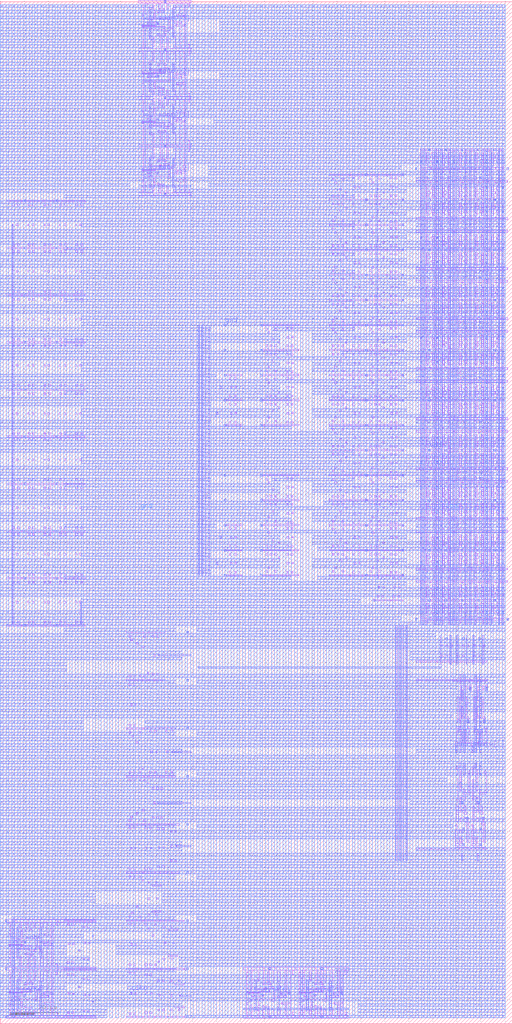
<source format=lef>
VERSION 5.4 ;
NAMESCASESENSITIVE ON ;
BUSBITCHARS "[]" ;
DIVIDERCHAR "/" ;
UNITS
  DATABASE MICRONS 2000 ;
END UNITS
MACRO sram_2_16_1_scn4m_subm
   CLASS BLOCK ;
   SIZE 213.0 BY 424.8 ;
   SYMMETRY X Y R90 ;
   PIN din0[0]
      DIRECTION INPUT ;
      PORT
         LAYER metal2 ;
         RECT  108.8 11.4 109.6 12.2 ;
      END
   END din0[0]
   PIN din0[1]
      DIRECTION INPUT ;
      PORT
         LAYER metal2 ;
         RECT  130.6 11.4 131.4 12.2 ;
      END
   END din0[1]
   PIN addr0[0]
      DIRECTION INPUT ;
      PORT
         LAYER metal2 ;
         RECT  65.2 353.4 66.0 354.2 ;
      END
   END addr0[0]
   PIN addr0[1]
      DIRECTION INPUT ;
      PORT
         LAYER metal2 ;
         RECT  65.2 375.4 66.0 376.2 ;
      END
   END addr0[1]
   PIN addr0[2]
      DIRECTION INPUT ;
      PORT
         LAYER metal2 ;
         RECT  65.2 393.4 66.0 394.2 ;
      END
   END addr0[2]
   PIN addr0[3]
      DIRECTION INPUT ;
      PORT
         LAYER metal2 ;
         RECT  65.2 415.4 66.0 416.2 ;
      END
   END addr0[3]
   PIN csb0
      DIRECTION INPUT ;
      PORT
         LAYER metal2 ;
         RECT  10.0 11.4 10.8 12.2 ;
      END
   END csb0
   PIN web0
      DIRECTION INPUT ;
      PORT
         LAYER metal2 ;
         RECT  10.0 33.4 10.8 34.2 ;
      END
   END web0
   PIN clk0
      DIRECTION INPUT ;
      PORT
         LAYER metal2 ;
         RECT  54.1 12.3 54.7 12.9 ;
      END
   END clk0
   PIN dout0[0]
      DIRECTION OUTPUT ;
      PORT
         LAYER metal2 ;
         RECT  189.3 112.6 190.1 115.6 ;
      END
   END dout0[0]
   PIN dout0[1]
      DIRECTION OUTPUT ;
      PORT
         LAYER metal2 ;
         RECT  196.1 112.6 196.9 115.6 ;
      END
   END dout0[1]
   PIN vdd
      DIRECTION INOUT ;
      USE POWER ; 
      SHAPE ABUTMENT ; 
      PORT
         LAYER metal3 ;
         RECT  81.6 81.6 188.4 82.8 ;
         LAYER metal3 ;
         RECT  152.0 196.4 152.8 197.2 ;
         LAYER metal4 ;
         RECT  136.8 2.4 138.0 423.6 ;
         LAYER metal3 ;
         RECT  60.0 124.8 210.0 126.0 ;
         LAYER metal3 ;
         RECT  0.0 216.0 121.2 217.2 ;
         LAYER metal3 ;
         RECT  0.0 369.6 210.0 370.8 ;
         LAYER metal3 ;
         RECT  0.0 14.4 27.6 15.6 ;
         LAYER metal3 ;
         RECT  177.6 355.2 205.2 356.4 ;
         LAYER metal3 ;
         RECT  198.7 91.4 199.5 92.2 ;
         LAYER metal3 ;
         RECT  133.5 22.4 134.3 23.2 ;
         LAYER metal3 ;
         RECT  170.4 153.6 210.0 154.8 ;
         LAYER metal3 ;
         RECT  0.0 220.8 116.4 222.0 ;
         LAYER metal3 ;
         RECT  200.9 125.4 201.7 126.2 ;
         LAYER metal3 ;
         RECT  0.0 278.4 121.2 279.6 ;
         LAYER metal3 ;
         RECT  23.2 224.0 24.0 224.8 ;
         LAYER metal3 ;
         RECT  33.6 254.4 116.4 255.6 ;
         LAYER metal4 ;
         RECT  50.4 2.4 51.6 423.6 ;
         LAYER metal3 ;
         RECT  136.8 259.2 210.0 260.4 ;
         LAYER metal3 ;
         RECT  23.2 341.6 24.0 342.4 ;
         LAYER metal4 ;
         RECT  31.2 2.4 32.4 423.6 ;
         LAYER metal3 ;
         RECT  205.3 342.0 206.1 342.8 ;
         LAYER metal4 ;
         RECT  12.0 2.4 13.2 423.6 ;
         LAYER metal3 ;
         RECT  148.8 4.8 210.0 6.0 ;
         LAYER metal3 ;
         RECT  0.0 384.0 63.6 385.2 ;
         LAYER metal4 ;
         RECT  79.2 2.4 80.4 423.6 ;
         LAYER metal3 ;
         RECT  112.8 288.0 147.6 289.2 ;
         LAYER metal3 ;
         RECT  0.0 144.0 210.0 145.2 ;
         LAYER metal3 ;
         RECT  0.0 158.4 210.0 159.6 ;
         LAYER metal3 ;
         RECT  0.0 225.6 87.6 226.8 ;
         LAYER metal4 ;
         RECT  160.8 2.4 162.0 423.6 ;
         LAYER metal3 ;
         RECT  134.4 216.0 210.0 217.2 ;
         LAYER metal3 ;
         RECT  52.8 14.4 210.0 15.6 ;
         LAYER metal3 ;
         RECT  172.8 331.2 210.0 332.4 ;
         LAYER metal3 ;
         RECT  0.0 268.8 90.0 270.0 ;
         LAYER metal3 ;
         RECT  26.4 163.2 73.2 164.4 ;
         LAYER metal3 ;
         RECT  26.4 321.6 210.0 322.8 ;
         LAYER metal3 ;
         RECT  68.1 364.4 68.9 365.2 ;
         LAYER metal3 ;
         RECT  26.4 283.2 116.4 284.4 ;
         LAYER metal3 ;
         RECT  0.0 302.4 210.0 303.6 ;
         LAYER metal3 ;
         RECT  77.6 102.4 78.4 103.2 ;
         LAYER metal3 ;
         RECT  129.6 201.6 169.2 202.8 ;
         LAYER metal3 ;
         RECT  167.2 238.0 168.0 238.8 ;
         LAYER metal3 ;
         RECT  33.6 235.2 210.0 236.4 ;
         LAYER metal3 ;
         RECT  4.8 43.2 73.2 44.4 ;
         LAYER metal3 ;
         RECT  192.2 159.6 193.0 160.4 ;
         LAYER metal4 ;
         RECT  165.6 2.4 166.8 423.6 ;
         LAYER metal3 ;
         RECT  177.6 168.0 205.2 169.2 ;
         LAYER metal3 ;
         RECT  10.0 263.2 10.8 264.0 ;
         LAYER metal3 ;
         RECT  0.0 72.0 75.6 73.2 ;
         LAYER metal3 ;
         RECT  205.3 321.2 206.1 322.0 ;
         LAYER metal3 ;
         RECT  0.0 240.0 210.0 241.2 ;
         LAYER metal3 ;
         RECT  0.0 148.8 27.6 150.0 ;
         LAYER metal3 ;
         RECT  192.5 74.0 193.3 74.8 ;
         LAYER metal3 ;
         RECT  178.1 279.6 178.9 280.4 ;
         LAYER metal3 ;
         RECT  172.8 249.6 210.0 250.8 ;
         LAYER metal4 ;
         RECT  60.0 2.4 61.2 423.6 ;
         LAYER metal3 ;
         RECT  178.1 196.4 178.9 197.2 ;
         LAYER metal3 ;
         RECT  0.0 177.6 210.0 178.8 ;
         LAYER metal3 ;
         RECT  152.0 238.0 152.8 238.8 ;
         LAYER metal4 ;
         RECT  117.6 2.4 118.8 423.6 ;
         LAYER metal3 ;
         RECT  0.0 264.0 116.4 265.2 ;
         LAYER metal3 ;
         RECT  81.6 43.2 210.0 44.4 ;
         LAYER metal4 ;
         RECT  55.2 2.4 56.4 423.6 ;
         LAYER metal4 ;
         RECT  208.8 2.4 210.0 423.6 ;
         LAYER metal3 ;
         RECT  0.0 4.8 44.4 6.0 ;
         LAYER metal3 ;
         RECT  178.1 258.8 178.9 259.6 ;
         LAYER metal3 ;
         RECT  0.0 187.2 87.6 188.4 ;
         LAYER metal3 ;
         RECT  108.1 196.4 108.9 197.2 ;
         LAYER metal3 ;
         RECT  178.1 175.6 178.9 176.4 ;
         LAYER metal3 ;
         RECT  88.8 374.4 210.0 375.6 ;
         LAYER metal3 ;
         RECT  167.2 279.6 168.0 280.4 ;
         LAYER metal3 ;
         RECT  0.0 28.8 27.6 30.0 ;
         LAYER metal3 ;
         RECT  33.6 172.8 210.0 174.0 ;
         LAYER metal3 ;
         RECT  0.0 364.8 210.0 366.0 ;
         LAYER metal3 ;
         RECT  0.0 249.6 87.6 250.8 ;
         LAYER metal3 ;
         RECT  0.0 196.8 121.2 198.0 ;
         LAYER metal3 ;
         RECT  0.0 201.6 116.4 202.8 ;
         LAYER metal4 ;
         RECT  16.8 2.4 18.0 423.6 ;
         LAYER metal3 ;
         RECT  0.0 120.0 73.2 121.2 ;
         LAYER metal4 ;
         RECT  26.4 2.4 27.6 423.6 ;
         LAYER metal3 ;
         RECT  77.6 62.4 78.4 63.2 ;
         LAYER metal3 ;
         RECT  0.0 96.0 210.0 97.2 ;
         LAYER metal3 ;
         RECT  0.0 211.2 116.4 212.4 ;
         LAYER metal4 ;
         RECT  40.8 2.4 42.0 423.6 ;
         LAYER metal3 ;
         RECT  93.1 217.2 93.9 218.0 ;
         LAYER metal3 ;
         RECT  111.7 22.4 112.5 23.2 ;
         LAYER metal3 ;
         RECT  0.0 259.2 121.2 260.4 ;
         LAYER metal3 ;
         RECT  86.4 355.2 166.8 356.4 ;
         LAYER metal4 ;
         RECT  132.0 2.4 133.2 423.6 ;
         LAYER metal3 ;
         RECT  172.8 206.4 210.0 207.6 ;
         LAYER metal3 ;
         RECT  0.0 182.4 169.2 183.6 ;
         LAYER metal4 ;
         RECT  84.0 2.4 85.2 423.6 ;
         LAYER metal3 ;
         RECT  129.6 220.8 169.2 222.0 ;
         LAYER metal3 ;
         RECT  0.0 81.6 73.2 82.8 ;
         LAYER metal3 ;
         RECT  26.4 244.8 169.2 246.0 ;
         LAYER metal3 ;
         RECT  72.0 345.6 169.2 346.8 ;
         LAYER metal3 ;
         RECT  0.0 62.4 210.0 63.6 ;
         LAYER metal3 ;
         RECT  178.1 342.0 178.9 342.8 ;
         LAYER metal3 ;
         RECT  0.0 412.8 70.8 414.0 ;
         LAYER metal3 ;
         RECT  167.2 196.4 168.0 197.2 ;
         LAYER metal3 ;
         RECT  205.3 362.8 206.1 363.6 ;
         LAYER metal3 ;
         RECT  167.2 321.2 168.0 322.0 ;
         LAYER metal3 ;
         RECT  172.8 288.0 210.0 289.2 ;
         LAYER metal3 ;
         RECT  0.0 403.2 210.0 404.4 ;
         LAYER metal4 ;
         RECT  180.0 2.4 181.2 423.6 ;
         LAYER metal3 ;
         RECT  0.0 76.8 210.0 78.0 ;
         LAYER metal3 ;
         RECT  0.0 355.2 70.8 356.4 ;
         LAYER metal3 ;
         RECT  178.1 321.2 178.9 322.0 ;
         LAYER metal3 ;
         RECT  23.2 302.4 24.0 303.2 ;
         LAYER metal3 ;
         RECT  0.0 297.6 210.0 298.8 ;
         LAYER metal3 ;
         RECT  0.0 115.2 210.0 116.4 ;
         LAYER metal3 ;
         RECT  152.0 300.4 152.8 301.2 ;
         LAYER metal4 ;
         RECT  122.4 2.4 123.6 423.6 ;
         LAYER metal3 ;
         RECT  172.8 312.0 210.0 313.2 ;
         LAYER metal3 ;
         RECT  0.0 52.8 39.6 54.0 ;
         LAYER metal3 ;
         RECT  112.8 225.6 147.6 226.8 ;
         LAYER metal3 ;
         RECT  0.0 33.6 210.0 34.8 ;
         LAYER metal3 ;
         RECT  0.0 153.6 75.6 154.8 ;
         LAYER metal3 ;
         RECT  167.2 300.4 168.0 301.2 ;
         LAYER metal3 ;
         RECT  0.0 288.0 87.6 289.2 ;
         LAYER metal3 ;
         RECT  69.6 384.0 210.0 385.2 ;
         LAYER metal4 ;
         RECT  36.0 2.4 37.2 423.6 ;
         LAYER metal3 ;
         RECT  129.6 254.4 169.2 255.6 ;
         LAYER metal4 ;
         RECT  69.6 2.4 70.8 423.6 ;
         LAYER metal3 ;
         RECT  77.6 142.4 78.4 143.2 ;
         LAYER metal4 ;
         RECT  204.0 2.4 205.2 423.6 ;
         LAYER metal3 ;
         RECT  205.3 300.4 206.1 301.2 ;
         LAYER metal3 ;
         RECT  185.4 159.6 186.2 160.4 ;
         LAYER metal3 ;
         RECT  129.6 211.2 169.2 212.4 ;
         LAYER metal3 ;
         RECT  172.8 350.4 210.0 351.6 ;
         LAYER metal3 ;
         RECT  152.0 321.2 152.8 322.0 ;
         LAYER metal3 ;
         RECT  172.8 268.8 210.0 270.0 ;
         LAYER metal4 ;
         RECT  112.8 2.4 114.0 423.6 ;
         LAYER metal4 ;
         RECT  189.6 2.4 190.8 423.6 ;
         LAYER metal3 ;
         RECT  0.0 9.6 210.0 10.8 ;
         LAYER metal3 ;
         RECT  167.2 217.2 168.0 218.0 ;
         LAYER metal3 ;
         RECT  91.2 412.8 210.0 414.0 ;
         LAYER metal3 ;
         RECT  205.3 279.6 206.1 280.4 ;
         LAYER metal3 ;
         RECT  205.3 258.8 206.1 259.6 ;
         LAYER metal3 ;
         RECT  93.1 258.8 93.9 259.6 ;
         LAYER metal3 ;
         RECT  77.6 22.4 78.4 23.2 ;
         LAYER metal3 ;
         RECT  0.0 316.8 169.2 318.0 ;
         LAYER metal4 ;
         RECT  7.2 2.4 8.4 423.6 ;
         LAYER metal3 ;
         RECT  0.0 345.6 63.6 346.8 ;
         LAYER metal3 ;
         RECT  184.9 175.6 185.7 176.4 ;
         LAYER metal3 ;
         RECT  0.0 100.8 186.0 102.0 ;
         LAYER metal3 ;
         RECT  178.1 362.8 178.9 363.6 ;
         LAYER metal3 ;
         RECT  0.0 134.4 210.0 135.6 ;
         LAYER metal3 ;
         RECT  0.0 379.2 210.0 380.4 ;
         LAYER metal3 ;
         RECT  155.2 175.6 156.0 176.4 ;
         LAYER metal3 ;
         RECT  129.6 283.2 169.2 284.4 ;
         LAYER metal3 ;
         RECT  129.6 264.0 169.2 265.2 ;
         LAYER metal3 ;
         RECT  0.0 192.0 116.4 193.2 ;
         LAYER metal3 ;
         RECT  199.3 74.0 200.1 74.8 ;
         LAYER metal3 ;
         RECT  0.0 230.4 210.0 231.6 ;
         LAYER metal3 ;
         RECT  141.6 278.4 210.0 279.6 ;
         LAYER metal3 ;
         RECT  0.0 408.0 210.0 409.2 ;
         LAYER metal3 ;
         RECT  33.6 331.2 147.6 332.4 ;
         LAYER metal3 ;
         RECT  198.5 175.6 199.3 176.4 ;
         LAYER metal3 ;
         RECT  152.0 279.6 152.8 280.4 ;
         LAYER metal3 ;
         RECT  172.8 72.0 210.0 73.2 ;
         LAYER metal3 ;
         RECT  172.8 187.2 210.0 188.4 ;
         LAYER metal3 ;
         RECT  0.0 398.4 210.0 399.6 ;
         LAYER metal4 ;
         RECT  74.4 2.4 75.6 423.6 ;
         LAYER metal3 ;
         RECT  132.0 196.8 210.0 198.0 ;
         LAYER metal3 ;
         RECT  167.2 342.0 168.0 342.8 ;
         LAYER metal3 ;
         RECT  0.0 86.4 188.4 87.6 ;
         LAYER metal3 ;
         RECT  184.9 362.8 185.7 363.6 ;
         LAYER metal3 ;
         RECT  178.1 217.2 178.9 218.0 ;
         LAYER metal3 ;
         RECT  48.0 28.8 210.0 30.0 ;
         LAYER metal3 ;
         RECT  205.3 196.4 206.1 197.2 ;
         LAYER metal3 ;
         RECT  0.0 139.2 190.8 140.4 ;
         LAYER metal3 ;
         RECT  74.4 24.0 210.0 25.2 ;
         LAYER metal3 ;
         RECT  191.9 91.4 192.7 92.2 ;
         LAYER metal3 ;
         RECT  170.4 91.2 210.0 92.4 ;
         LAYER metal3 ;
         RECT  10.0 302.4 10.8 303.2 ;
         LAYER metal3 ;
         RECT  81.6 120.0 210.0 121.2 ;
         LAYER metal3 ;
         RECT  0.0 129.6 210.0 130.8 ;
         LAYER metal3 ;
         RECT  152.0 217.2 152.8 218.0 ;
         LAYER metal3 ;
         RECT  0.0 307.2 169.2 308.4 ;
         LAYER metal3 ;
         RECT  205.3 175.6 206.1 176.4 ;
         LAYER metal3 ;
         RECT  198.5 362.8 199.3 363.6 ;
         LAYER metal3 ;
         RECT  0.0 360.0 210.0 361.2 ;
         LAYER metal3 ;
         RECT  0.0 91.2 75.6 92.4 ;
         LAYER metal4 ;
         RECT  127.2 2.4 128.4 423.6 ;
         LAYER metal3 ;
         RECT  93.1 279.6 93.9 280.4 ;
         LAYER metal3 ;
         RECT  0.0 350.4 147.6 351.6 ;
         LAYER metal3 ;
         RECT  10.0 224.0 10.8 224.8 ;
         LAYER metal3 ;
         RECT  0.0 110.4 210.0 111.6 ;
         LAYER metal3 ;
         RECT  23.2 184.8 24.0 185.6 ;
         LAYER metal3 ;
         RECT  0.0 326.4 169.2 327.6 ;
         LAYER metal3 ;
         RECT  0.0 67.2 210.0 68.4 ;
         LAYER metal3 ;
         RECT  194.1 125.4 194.9 126.2 ;
         LAYER metal3 ;
         RECT  33.6 292.8 210.0 294.0 ;
         LAYER metal3 ;
         RECT  205.3 238.0 206.1 238.8 ;
         LAYER metal3 ;
         RECT  152.0 258.8 152.8 259.6 ;
         LAYER metal4 ;
         RECT  199.2 2.4 200.4 423.6 ;
         LAYER metal3 ;
         RECT  0.0 340.8 210.0 342.0 ;
         LAYER metal3 ;
         RECT  108.1 279.6 108.9 280.4 ;
         LAYER metal3 ;
         RECT  0.0 336.0 169.2 337.2 ;
         LAYER metal3 ;
         RECT  0.0 168.0 166.8 169.2 ;
         LAYER metal3 ;
         RECT  152.0 342.0 152.8 342.8 ;
         LAYER metal3 ;
         RECT  0.0 19.2 210.0 20.4 ;
         LAYER metal3 ;
         RECT  167.2 258.8 168.0 259.6 ;
         LAYER metal3 ;
         RECT  129.6 273.6 169.2 274.8 ;
         LAYER metal3 ;
         RECT  0.0 388.8 210.0 390.0 ;
         LAYER metal3 ;
         RECT  0.0 422.4 63.6 423.6 ;
         LAYER metal4 ;
         RECT  151.2 2.4 152.4 423.6 ;
         LAYER metal4 ;
         RECT  146.4 2.4 147.6 423.6 ;
         LAYER metal3 ;
         RECT  108.1 217.2 108.9 218.0 ;
         LAYER metal3 ;
         RECT  33.6 273.6 116.4 274.8 ;
         LAYER metal3 ;
         RECT  93.1 196.4 93.9 197.2 ;
         LAYER metal4 ;
         RECT  141.6 2.4 142.8 423.6 ;
         LAYER metal3 ;
         RECT  0.0 24.0 37.2 25.2 ;
         LAYER metal3 ;
         RECT  108.1 258.8 108.9 259.6 ;
         LAYER metal3 ;
         RECT  0.0 48.0 210.0 49.2 ;
         LAYER metal3 ;
         RECT  10.0 184.8 10.8 185.6 ;
         LAYER metal3 ;
         RECT  10.0 341.6 10.8 342.4 ;
         LAYER metal4 ;
         RECT  88.8 2.4 90.0 423.6 ;
         LAYER metal3 ;
         RECT  0.0 417.6 210.0 418.8 ;
         LAYER metal3 ;
         RECT  68.1 404.4 68.9 405.2 ;
         LAYER metal3 ;
         RECT  2.0 22.4 2.8 23.2 ;
         LAYER metal3 ;
         RECT  172.8 225.6 210.0 226.8 ;
         LAYER metal4 ;
         RECT  2.4 2.4 3.6 423.6 ;
         LAYER metal3 ;
         RECT  67.2 52.8 210.0 54.0 ;
         LAYER metal4 ;
         RECT  194.4 2.4 195.6 423.6 ;
         LAYER metal4 ;
         RECT  103.2 2.4 104.4 423.6 ;
         LAYER metal4 ;
         RECT  45.6 2.4 46.8 423.6 ;
         LAYER metal4 ;
         RECT  156.0 2.4 157.2 423.6 ;
         LAYER metal3 ;
         RECT  33.6 312.0 147.6 313.2 ;
         LAYER metal4 ;
         RECT  93.6 2.4 94.8 423.6 ;
         LAYER metal3 ;
         RECT  205.3 217.2 206.1 218.0 ;
         LAYER metal3 ;
         RECT  0.0 57.6 210.0 58.8 ;
         LAYER metal4 ;
         RECT  98.4 2.4 99.6 423.6 ;
         LAYER metal3 ;
         RECT  91.2 393.6 210.0 394.8 ;
         LAYER metal3 ;
         RECT  191.7 175.6 192.5 176.4 ;
         LAYER metal3 ;
         RECT  72.0 422.4 210.0 423.6 ;
         LAYER metal3 ;
         RECT  0.0 105.6 210.0 106.8 ;
         LAYER metal4 ;
         RECT  175.2 2.4 176.4 423.6 ;
         LAYER metal3 ;
         RECT  23.2 263.2 24.0 264.0 ;
         LAYER metal3 ;
         RECT  129.6 192.0 169.2 193.2 ;
         LAYER metal4 ;
         RECT  64.8 2.4 66.0 423.6 ;
         LAYER metal4 ;
         RECT  170.4 2.4 171.6 423.6 ;
         LAYER metal3 ;
         RECT  81.6 163.2 210.0 164.4 ;
         LAYER metal4 ;
         RECT  108.0 2.4 109.2 423.6 ;
         LAYER metal3 ;
         RECT  178.1 300.4 178.9 301.2 ;
         LAYER metal3 ;
         RECT  0.0 38.4 210.0 39.6 ;
         LAYER metal3 ;
         RECT  26.4 206.4 90.0 207.6 ;
         LAYER metal4 ;
         RECT  21.6 2.4 22.8 423.6 ;
         LAYER metal3 ;
         RECT  0.0 124.8 34.8 126.0 ;
         LAYER metal3 ;
         RECT  199.0 159.6 199.8 160.4 ;
         LAYER metal3 ;
         RECT  191.7 362.8 192.5 363.6 ;
         LAYER metal3 ;
         RECT  0.0 393.6 70.8 394.8 ;
         LAYER metal3 ;
         RECT  0.0 374.4 70.8 375.6 ;
         LAYER metal4 ;
         RECT  184.8 2.4 186.0 423.6 ;
         LAYER metal3 ;
         RECT  178.1 238.0 178.9 238.8 ;
      END
   END vdd
   PIN gnd
      DIRECTION INOUT ;
      USE GROUND ; 
      SHAPE ABUTMENT ; 
      PORT
         LAYER metal3 ;
         RECT  0.0 98.4 210.0 99.6 ;
         LAYER metal3 ;
         RECT  181.5 243.0 182.3 243.8 ;
         LAYER metal3 ;
         RECT  72.0 362.4 174.0 363.6 ;
         LAYER metal3 ;
         RECT  201.9 253.8 202.7 254.6 ;
         LAYER metal3 ;
         RECT  68.1 344.4 68.9 345.2 ;
         LAYER metal3 ;
         RECT  10.0 165.2 10.8 166.0 ;
         LAYER metal3 ;
         RECT  23.2 322.0 24.0 322.8 ;
         LAYER metal3 ;
         RECT  0.0 237.6 147.6 238.8 ;
         LAYER metal3 ;
         RECT  0.0 295.2 210.0 296.4 ;
         LAYER metal4 ;
         RECT  52.8 2.4 54.0 423.6 ;
         LAYER metal3 ;
         RECT  181.5 253.8 182.3 254.6 ;
         LAYER metal3 ;
         RECT  129.6 189.6 210.0 190.8 ;
         LAYER metal3 ;
         RECT  0.0 367.2 210.0 368.4 ;
         LAYER metal3 ;
         RECT  174.7 170.6 175.5 171.4 ;
         LAYER metal3 ;
         RECT  172.6 167.8 173.4 168.6 ;
         LAYER metal3 ;
         RECT  0.0 136.8 210.0 138.0 ;
         LAYER metal3 ;
         RECT  2.0 42.4 2.8 43.2 ;
         LAYER metal3 ;
         RECT  0.0 333.6 210.0 334.8 ;
         LAYER metal3 ;
         RECT  208.7 263.8 209.5 264.6 ;
         LAYER metal3 ;
         RECT  167.2 310.8 168.0 311.6 ;
         LAYER metal3 ;
         RECT  208.7 180.6 209.5 181.4 ;
         LAYER metal3 ;
         RECT  81.6 103.2 210.0 104.4 ;
         LAYER metal3 ;
         RECT  26.4 184.8 121.2 186.0 ;
         LAYER metal3 ;
         RECT  174.7 326.2 175.5 327.0 ;
         LAYER metal4 ;
         RECT  196.8 2.4 198.0 423.6 ;
         LAYER metal3 ;
         RECT  0.0 338.4 210.0 339.6 ;
         LAYER metal3 ;
         RECT  210.8 355.0 211.6 355.8 ;
         LAYER metal3 ;
         RECT  208.7 337.0 209.5 337.8 ;
         LAYER metal3 ;
         RECT  77.6 162.4 78.4 163.2 ;
         LAYER metal3 ;
         RECT  0.0 160.8 181.2 162.0 ;
         LAYER metal3 ;
         RECT  0.0 199.2 121.2 200.4 ;
         LAYER metal3 ;
         RECT  0.0 266.4 210.0 267.6 ;
         LAYER metal4 ;
         RECT  62.4 2.4 63.6 423.6 ;
         LAYER metal4 ;
         RECT  115.2 2.4 116.4 423.6 ;
         LAYER metal3 ;
         RECT  108.1 206.8 108.9 207.6 ;
         LAYER metal4 ;
         RECT  105.6 2.4 106.8 423.6 ;
         LAYER metal4 ;
         RECT  33.6 2.4 34.8 423.6 ;
         LAYER metal3 ;
         RECT  181.5 263.8 182.3 264.6 ;
         LAYER metal3 ;
         RECT  152.0 331.6 152.8 332.4 ;
         LAYER metal4 ;
         RECT  120.0 2.4 121.2 423.6 ;
         LAYER metal4 ;
         RECT  158.4 2.4 159.6 423.6 ;
         LAYER metal3 ;
         RECT  77.6 42.4 78.4 43.2 ;
         LAYER metal4 ;
         RECT  153.6 2.4 154.8 423.6 ;
         LAYER metal3 ;
         RECT  0.0 228.0 210.0 229.2 ;
         LAYER metal3 ;
         RECT  0.0 328.8 210.0 330.0 ;
         LAYER metal3 ;
         RECT  0.0 180.0 210.0 181.2 ;
         LAYER metal3 ;
         RECT  4.8 21.6 73.2 22.8 ;
         LAYER metal4 ;
         RECT  100.8 2.4 102.0 423.6 ;
         LAYER metal3 ;
         RECT  172.8 112.8 210.0 114.0 ;
         LAYER metal3 ;
         RECT  0.0 117.6 210.0 118.8 ;
         LAYER metal3 ;
         RECT  0.0 247.2 121.2 248.4 ;
         LAYER metal3 ;
         RECT  167.2 227.6 168.0 228.4 ;
         LAYER metal3 ;
         RECT  181.5 337.0 182.3 337.8 ;
         LAYER metal3 ;
         RECT  0.0 60.0 73.2 61.2 ;
         LAYER metal3 ;
         RECT  188.3 357.8 189.1 358.6 ;
         LAYER metal3 ;
         RECT  33.6 271.2 121.2 272.4 ;
         LAYER metal3 ;
         RECT  174.7 233.0 175.5 233.8 ;
         LAYER metal3 ;
         RECT  0.0 386.4 210.0 387.6 ;
         LAYER metal4 ;
         RECT  43.2 2.4 44.4 423.6 ;
         LAYER metal4 ;
         RECT  72.0 2.4 73.2 423.6 ;
         LAYER metal4 ;
         RECT  206.4 2.4 207.6 423.6 ;
         LAYER metal3 ;
         RECT  193.9 85.0 194.7 85.8 ;
         LAYER metal3 ;
         RECT  0.0 31.2 27.6 32.4 ;
         LAYER metal3 ;
         RECT  129.6 285.6 210.0 286.8 ;
         LAYER metal3 ;
         RECT  93.1 227.6 93.9 228.4 ;
         LAYER metal3 ;
         RECT  136.8 247.2 210.0 248.4 ;
         LAYER metal3 ;
         RECT  167.2 352.4 168.0 353.2 ;
         LAYER metal3 ;
         RECT  201.9 233.0 202.7 233.8 ;
         LAYER metal3 ;
         RECT  23.2 204.4 24.0 205.2 ;
         LAYER metal4 ;
         RECT  163.2 2.4 164.4 423.6 ;
         LAYER metal3 ;
         RECT  167.2 206.8 168.0 207.6 ;
         LAYER metal3 ;
         RECT  132.0 184.8 210.0 186.0 ;
         LAYER metal3 ;
         RECT  201.9 138.8 202.7 139.6 ;
         LAYER metal3 ;
         RECT  201.9 316.2 202.7 317.0 ;
         LAYER metal3 ;
         RECT  0.0 16.8 210.0 18.0 ;
         LAYER metal3 ;
         RECT  0.0 45.6 210.0 46.8 ;
         LAYER metal3 ;
         RECT  60.0 122.4 210.0 123.6 ;
         LAYER metal3 ;
         RECT  0.0 218.4 87.6 219.6 ;
         LAYER metal3 ;
         RECT  0.0 108.0 210.0 109.2 ;
         LAYER metal3 ;
         RECT  208.7 253.8 209.5 254.6 ;
         LAYER metal3 ;
         RECT  0.0 141.6 73.2 142.8 ;
         LAYER metal3 ;
         RECT  201.9 222.2 202.7 223.0 ;
         LAYER metal3 ;
         RECT  0.0 381.6 210.0 382.8 ;
         LAYER metal4 ;
         RECT  129.6 2.4 130.8 423.6 ;
         LAYER metal3 ;
         RECT  208.7 274.6 209.5 275.4 ;
         LAYER metal3 ;
         RECT  174.7 305.4 175.5 306.2 ;
         LAYER metal3 ;
         RECT  10.0 243.6 10.8 244.4 ;
         LAYER metal3 ;
         RECT  0.0 103.2 73.2 104.4 ;
         LAYER metal3 ;
         RECT  195.1 138.8 195.9 139.6 ;
         LAYER metal3 ;
         RECT  2.0 2.4 2.8 3.2 ;
         LAYER metal3 ;
         RECT  86.4 348.0 210.0 349.2 ;
         LAYER metal4 ;
         RECT  28.8 2.4 30.0 423.6 ;
         LAYER metal3 ;
         RECT  26.4 223.2 116.4 224.4 ;
         LAYER metal3 ;
         RECT  208.7 222.2 209.5 223.0 ;
         LAYER metal3 ;
         RECT  201.9 170.6 202.7 171.4 ;
         LAYER metal3 ;
         RECT  0.0 324.0 210.0 325.2 ;
         LAYER metal4 ;
         RECT  19.2 2.4 20.4 423.6 ;
         LAYER metal4 ;
         RECT  182.4 2.4 183.6 423.6 ;
         LAYER metal4 ;
         RECT  81.6 2.4 82.8 423.6 ;
         LAYER metal3 ;
         RECT  93.1 248.4 93.9 249.2 ;
         LAYER metal3 ;
         RECT  208.7 295.4 209.5 296.2 ;
         LAYER metal3 ;
         RECT  0.0 55.2 210.0 56.4 ;
         LAYER metal3 ;
         RECT  33.6 252.0 116.4 253.2 ;
         LAYER metal3 ;
         RECT  0.0 319.2 147.6 320.4 ;
         LAYER metal3 ;
         RECT  0.0 396.0 210.0 397.2 ;
         LAYER metal3 ;
         RECT  10.0 322.0 10.8 322.8 ;
         LAYER metal3 ;
         RECT  0.0 348.0 54.0 349.2 ;
         LAYER metal3 ;
         RECT  167.2 186.0 168.0 186.8 ;
         LAYER metal3 ;
         RECT  181.5 180.6 182.3 181.4 ;
         LAYER metal3 ;
         RECT  208.7 212.2 209.5 213.0 ;
         LAYER metal3 ;
         RECT  174.7 347.0 175.5 347.8 ;
         LAYER metal3 ;
         RECT  181.5 274.6 182.3 275.4 ;
         LAYER metal3 ;
         RECT  152.0 269.2 152.8 270.0 ;
         LAYER metal3 ;
         RECT  152.0 290.0 152.8 290.8 ;
         LAYER metal3 ;
         RECT  0.0 309.6 210.0 310.8 ;
         LAYER metal4 ;
         RECT  177.6 2.4 178.8 423.6 ;
         LAYER metal3 ;
         RECT  208.7 201.4 209.5 202.2 ;
         LAYER metal4 ;
         RECT  96.0 2.4 97.2 423.6 ;
         LAYER metal3 ;
         RECT  23.2 282.8 24.0 283.6 ;
         LAYER metal3 ;
         RECT  81.6 141.6 210.0 142.8 ;
         LAYER metal3 ;
         RECT  181.5 347.0 182.3 347.8 ;
         LAYER metal3 ;
         RECT  208.7 191.4 209.5 192.2 ;
         LAYER metal3 ;
         RECT  26.4 261.6 121.2 262.8 ;
         LAYER metal3 ;
         RECT  76.8 2.4 210.0 3.6 ;
         LAYER metal3 ;
         RECT  0.0 314.4 210.0 315.6 ;
         LAYER metal3 ;
         RECT  0.0 405.6 63.6 406.8 ;
         LAYER metal4 ;
         RECT  48.0 2.4 49.2 423.6 ;
         LAYER metal4 ;
         RECT  168.0 2.4 169.2 423.6 ;
         LAYER metal4 ;
         RECT  187.2 2.4 188.4 423.6 ;
         LAYER metal3 ;
         RECT  152.0 352.4 152.8 353.2 ;
         LAYER metal3 ;
         RECT  111.7 2.4 112.5 3.2 ;
         LAYER metal3 ;
         RECT  129.6 208.8 210.0 210.0 ;
         LAYER metal3 ;
         RECT  0.0 2.4 44.4 3.6 ;
         LAYER metal3 ;
         RECT  0.0 357.6 210.0 358.8 ;
         LAYER metal3 ;
         RECT  174.7 337.0 175.5 337.8 ;
         LAYER metal3 ;
         RECT  0.0 26.4 37.2 27.6 ;
         LAYER metal4 ;
         RECT  134.4 2.4 135.6 423.6 ;
         LAYER metal4 ;
         RECT  192.0 2.4 193.2 423.6 ;
         LAYER metal4 ;
         RECT  139.2 2.4 140.4 423.6 ;
         LAYER metal3 ;
         RECT  188.3 170.6 189.1 171.4 ;
         LAYER metal3 ;
         RECT  0.0 242.4 210.0 243.6 ;
         LAYER metal3 ;
         RECT  93.1 269.2 93.9 270.0 ;
         LAYER metal3 ;
         RECT  0.0 420.0 210.0 421.2 ;
         LAYER metal3 ;
         RECT  201.9 347.0 202.7 347.8 ;
         LAYER metal3 ;
         RECT  0.0 132.0 210.0 133.2 ;
         LAYER metal3 ;
         RECT  181.5 357.8 182.3 358.6 ;
         LAYER metal3 ;
         RECT  199.3 80.6 200.1 81.4 ;
         LAYER metal3 ;
         RECT  0.0 146.4 27.6 147.6 ;
         LAYER metal3 ;
         RECT  0.0 12.0 210.0 13.2 ;
         LAYER metal3 ;
         RECT  208.7 233.0 209.5 233.8 ;
         LAYER metal3 ;
         RECT  81.6 60.0 210.0 61.2 ;
         LAYER metal3 ;
         RECT  0.0 112.8 75.6 114.0 ;
         LAYER metal3 ;
         RECT  201.9 284.6 202.7 285.4 ;
         LAYER metal3 ;
         RECT  0.0 204.0 210.0 205.2 ;
         LAYER metal3 ;
         RECT  174.7 274.6 175.5 275.4 ;
         LAYER metal3 ;
         RECT  174.7 253.8 175.5 254.6 ;
         LAYER metal3 ;
         RECT  181.5 212.2 182.3 213.0 ;
         LAYER metal3 ;
         RECT  201.9 212.2 202.7 213.0 ;
         LAYER metal3 ;
         RECT  170.4 151.2 210.0 152.4 ;
         LAYER metal3 ;
         RECT  0.0 156.0 210.0 157.2 ;
         LAYER metal3 ;
         RECT  0.0 93.6 210.0 94.8 ;
         LAYER metal3 ;
         RECT  201.9 243.0 202.7 243.8 ;
         LAYER metal3 ;
         RECT  0.0 285.6 116.4 286.8 ;
         LAYER metal3 ;
         RECT  33.6 232.8 210.0 234.0 ;
         LAYER metal3 ;
         RECT  0.0 372.0 210.0 373.2 ;
         LAYER metal3 ;
         RECT  0.0 415.2 70.8 416.4 ;
         LAYER metal3 ;
         RECT  0.0 304.8 210.0 306.0 ;
         LAYER metal3 ;
         RECT  174.7 191.4 175.5 192.2 ;
         LAYER metal3 ;
         RECT  191.1 99.6 191.9 100.4 ;
         LAYER metal3 ;
         RECT  133.5 2.4 134.3 3.2 ;
         LAYER metal4 ;
         RECT  4.8 2.4 6.0 423.6 ;
         LAYER metal3 ;
         RECT  208.7 347.0 209.5 347.8 ;
         LAYER metal3 ;
         RECT  108.1 186.0 108.9 186.8 ;
         LAYER metal3 ;
         RECT  93.1 206.8 93.9 207.6 ;
         LAYER metal3 ;
         RECT  93.1 186.0 93.9 186.8 ;
         LAYER metal3 ;
         RECT  174.7 243.0 175.5 243.8 ;
         LAYER metal3 ;
         RECT  68.1 424.4 68.9 425.2 ;
         LAYER metal3 ;
         RECT  174.7 201.4 175.5 202.2 ;
         LAYER metal3 ;
         RECT  0.0 36.0 34.8 37.2 ;
         LAYER metal3 ;
         RECT  0.0 64.8 210.0 66.0 ;
         LAYER metal3 ;
         RECT  208.7 170.6 209.5 171.4 ;
         LAYER metal3 ;
         RECT  192.5 80.6 193.3 81.4 ;
         LAYER metal3 ;
         RECT  10.0 282.8 10.8 283.6 ;
         LAYER metal3 ;
         RECT  208.7 243.0 209.5 243.8 ;
         LAYER metal4 ;
         RECT  9.6 2.4 10.8 423.6 ;
         LAYER metal3 ;
         RECT  195.1 357.8 195.9 358.6 ;
         LAYER metal3 ;
         RECT  208.7 305.4 209.5 306.2 ;
         LAYER metal3 ;
         RECT  208.7 284.6 209.5 285.4 ;
         LAYER metal3 ;
         RECT  0.0 391.2 210.0 392.4 ;
         LAYER metal3 ;
         RECT  0.0 170.4 210.0 171.6 ;
         LAYER metal3 ;
         RECT  0.0 127.2 188.4 128.4 ;
         LAYER metal3 ;
         RECT  0.0 276.0 210.0 277.2 ;
         LAYER metal3 ;
         RECT  129.6 223.2 210.0 224.4 ;
         LAYER metal3 ;
         RECT  201.9 180.6 202.7 181.4 ;
         LAYER metal4 ;
         RECT  148.8 2.4 150.0 423.6 ;
         LAYER metal3 ;
         RECT  181.5 233.0 182.3 233.8 ;
         LAYER metal3 ;
         RECT  0.0 122.4 34.8 123.6 ;
         LAYER metal3 ;
         RECT  33.6 194.4 87.6 195.6 ;
         LAYER metal3 ;
         RECT  108.1 227.6 108.9 228.4 ;
         LAYER metal3 ;
         RECT  174.7 357.8 175.5 358.6 ;
         LAYER metal3 ;
         RECT  148.8 7.2 210.0 8.4 ;
         LAYER metal3 ;
         RECT  167.2 331.6 168.0 332.4 ;
         LAYER metal3 ;
         RECT  181.5 170.6 182.3 171.4 ;
         LAYER metal3 ;
         RECT  181.5 305.4 182.3 306.2 ;
         LAYER metal3 ;
         RECT  201.9 305.4 202.7 306.2 ;
         LAYER metal3 ;
         RECT  174.7 284.6 175.5 285.4 ;
         LAYER metal3 ;
         RECT  201.9 201.4 202.7 202.2 ;
         LAYER metal3 ;
         RECT  0.0 151.2 75.6 152.4 ;
         LAYER metal3 ;
         RECT  23.2 165.2 24.0 166.0 ;
         LAYER metal3 ;
         RECT  74.4 26.4 210.0 27.6 ;
         LAYER metal4 ;
         RECT  67.2 2.4 68.4 423.6 ;
         LAYER metal3 ;
         RECT  210.8 167.8 211.6 168.6 ;
         LAYER metal3 ;
         RECT  26.4 300.0 147.6 301.2 ;
         LAYER metal3 ;
         RECT  48.0 31.2 210.0 32.4 ;
         LAYER metal3 ;
         RECT  0.0 400.8 210.0 402.0 ;
         LAYER metal3 ;
         RECT  208.7 357.8 209.5 358.6 ;
         LAYER metal3 ;
         RECT  174.7 222.2 175.5 223.0 ;
         LAYER metal4 ;
         RECT  124.8 2.4 126.0 423.6 ;
         LAYER metal3 ;
         RECT  139.2 21.6 210.0 22.8 ;
         LAYER metal4 ;
         RECT  144.0 2.4 145.2 423.6 ;
         LAYER metal3 ;
         RECT  129.6 199.2 210.0 200.4 ;
         LAYER metal3 ;
         RECT  152.0 248.4 152.8 249.2 ;
         LAYER metal3 ;
         RECT  0.0 165.6 210.0 166.8 ;
         LAYER metal3 ;
         RECT  181.5 222.2 182.3 223.0 ;
         LAYER metal3 ;
         RECT  129.6 271.2 210.0 272.4 ;
         LAYER metal4 ;
         RECT  172.8 2.4 174.0 423.6 ;
         LAYER metal3 ;
         RECT  72.0 405.6 210.0 406.8 ;
         LAYER metal3 ;
         RECT  152.0 186.0 152.8 186.8 ;
         LAYER metal3 ;
         RECT  67.2 36.0 210.0 37.2 ;
         LAYER metal3 ;
         RECT  200.7 85.0 201.5 85.8 ;
         LAYER metal3 ;
         RECT  108.1 290.0 108.9 290.8 ;
         LAYER metal3 ;
         RECT  181.5 295.4 182.3 296.2 ;
         LAYER metal3 ;
         RECT  10.0 204.4 10.8 205.2 ;
         LAYER metal3 ;
         RECT  0.0 352.8 70.8 354.0 ;
         LAYER metal3 ;
         RECT  152.0 206.8 152.8 207.6 ;
         LAYER metal3 ;
         RECT  67.2 50.4 210.0 51.6 ;
         LAYER metal3 ;
         RECT  0.0 189.6 116.4 190.8 ;
         LAYER metal4 ;
         RECT  76.8 2.4 78.0 423.6 ;
         LAYER metal4 ;
         RECT  110.4 2.4 111.6 423.6 ;
         LAYER metal3 ;
         RECT  181.5 284.6 182.3 285.4 ;
         LAYER metal3 ;
         RECT  23.2 243.6 24.0 244.4 ;
         LAYER metal3 ;
         RECT  152.0 227.6 152.8 228.4 ;
         LAYER metal4 ;
         RECT  201.6 2.4 202.8 423.6 ;
         LAYER metal3 ;
         RECT  167.2 269.2 168.0 270.0 ;
         LAYER metal3 ;
         RECT  201.9 337.0 202.7 337.8 ;
         LAYER metal4 ;
         RECT  0.0 2.4 1.2 423.6 ;
         LAYER metal3 ;
         RECT  174.7 212.2 175.5 213.0 ;
         LAYER metal3 ;
         RECT  201.9 263.8 202.7 264.6 ;
         LAYER metal3 ;
         RECT  181.5 326.2 182.3 327.0 ;
         LAYER metal3 ;
         RECT  174.7 295.4 175.5 296.2 ;
         LAYER metal3 ;
         RECT  33.6 175.2 150.0 176.4 ;
         LAYER metal3 ;
         RECT  0.0 88.8 210.0 90.0 ;
         LAYER metal3 ;
         RECT  181.5 201.4 182.3 202.2 ;
         LAYER metal3 ;
         RECT  0.0 84.0 210.0 85.2 ;
         LAYER metal3 ;
         RECT  129.6 252.0 210.0 253.2 ;
         LAYER metal3 ;
         RECT  0.0 7.2 75.6 8.4 ;
         LAYER metal3 ;
         RECT  0.0 79.2 210.0 80.4 ;
         LAYER metal3 ;
         RECT  77.6 82.4 78.4 83.2 ;
         LAYER metal4 ;
         RECT  86.4 2.4 87.6 423.6 ;
         LAYER metal3 ;
         RECT  201.9 326.2 202.7 327.0 ;
         LAYER metal3 ;
         RECT  195.1 170.6 195.9 171.4 ;
         LAYER metal3 ;
         RECT  0.0 40.8 210.0 42.0 ;
         LAYER metal3 ;
         RECT  86.4 352.8 210.0 354.0 ;
         LAYER metal3 ;
         RECT  26.4 343.2 147.6 344.4 ;
         LAYER metal4 ;
         RECT  91.2 2.4 92.4 423.6 ;
         LAYER metal3 ;
         RECT  174.7 263.8 175.5 264.6 ;
         LAYER metal3 ;
         RECT  152.0 310.8 152.8 311.6 ;
         LAYER metal3 ;
         RECT  0.0 74.4 75.6 75.6 ;
         LAYER metal3 ;
         RECT  0.0 280.8 87.6 282.0 ;
         LAYER metal3 ;
         RECT  208.7 326.2 209.5 327.0 ;
         LAYER metal3 ;
         RECT  68.1 384.4 68.9 385.2 ;
         LAYER metal3 ;
         RECT  33.6 290.4 210.0 291.6 ;
         LAYER metal3 ;
         RECT  201.9 191.4 202.7 192.2 ;
         LAYER metal3 ;
         RECT  129.6 261.6 210.0 262.8 ;
         LAYER metal3 ;
         RECT  197.9 99.6 198.7 100.4 ;
         LAYER metal3 ;
         RECT  181.5 191.4 182.3 192.2 ;
         LAYER metal3 ;
         RECT  208.7 316.2 209.5 317.0 ;
         LAYER metal3 ;
         RECT  108.1 248.4 108.9 249.2 ;
         LAYER metal3 ;
         RECT  33.6 213.6 210.0 214.8 ;
         LAYER metal3 ;
         RECT  0.0 208.8 121.2 210.0 ;
         LAYER metal3 ;
         RECT  108.1 269.2 108.9 270.0 ;
         LAYER metal3 ;
         RECT  91.2 415.2 210.0 416.4 ;
         LAYER metal4 ;
         RECT  24.0 2.4 25.2 423.6 ;
         LAYER metal3 ;
         RECT  0.0 410.4 210.0 411.6 ;
         LAYER metal3 ;
         RECT  77.6 2.4 78.4 3.2 ;
         LAYER metal3 ;
         RECT  0.0 256.8 87.6 258.0 ;
         LAYER metal4 ;
         RECT  38.4 2.4 39.6 423.6 ;
         LAYER metal4 ;
         RECT  14.4 2.4 15.6 423.6 ;
         LAYER metal3 ;
         RECT  201.9 295.4 202.7 296.2 ;
         LAYER metal3 ;
         RECT  0.0 362.4 63.6 363.6 ;
         LAYER metal4 ;
         RECT  57.6 2.4 58.8 423.6 ;
         LAYER metal3 ;
         RECT  77.6 122.4 78.4 123.2 ;
         LAYER metal3 ;
         RECT  0.0 50.4 39.6 51.6 ;
         LAYER metal3 ;
         RECT  172.6 355.0 173.4 355.8 ;
         LAYER metal3 ;
         RECT  0.0 376.8 210.0 378.0 ;
         LAYER metal3 ;
         RECT  181.5 316.2 182.3 317.0 ;
         LAYER metal3 ;
         RECT  174.7 180.6 175.5 181.4 ;
         LAYER metal3 ;
         RECT  201.9 357.8 202.7 358.6 ;
         LAYER metal3 ;
         RECT  0.0 69.6 210.0 70.8 ;
         LAYER metal3 ;
         RECT  201.9 274.6 202.7 275.4 ;
         LAYER metal3 ;
         RECT  167.2 248.4 168.0 249.2 ;
         LAYER metal3 ;
         RECT  174.7 316.2 175.5 317.0 ;
         LAYER metal3 ;
         RECT  167.2 290.0 168.0 290.8 ;
         LAYER metal3 ;
         RECT  93.1 290.0 93.9 290.8 ;
      END
   END gnd
   OBS
   LAYER  metal1 ;
      RECT  188.3 196.4 195.9 197.2 ;
      RECT  190.9 193.4 192.5 194.2 ;
      RECT  193.3 192.4 194.1 194.8 ;
      RECT  195.1 190.0 195.9 194.2 ;
      RECT  188.3 188.6 195.9 189.4 ;
      RECT  192.1 189.4 192.9 189.6 ;
      RECT  190.9 194.2 191.7 194.8 ;
      RECT  193.1 194.8 194.1 195.6 ;
      RECT  190.7 190.4 191.7 191.2 ;
      RECT  195.1 194.8 195.9 196.4 ;
      RECT  188.3 194.8 189.1 196.4 ;
      RECT  192.9 191.6 194.1 192.4 ;
      RECT  193.3 191.2 194.1 191.6 ;
      RECT  193.3 190.4 194.3 191.2 ;
      RECT  189.9 187.2 191.5 188.0 ;
      RECT  192.7 187.2 194.3 188.0 ;
      RECT  190.9 194.8 191.9 195.6 ;
      RECT  188.3 190.0 189.1 194.2 ;
      RECT  190.9 191.2 191.7 193.4 ;
      RECT  188.3 197.2 195.9 196.4 ;
      RECT  190.9 200.2 192.5 199.4 ;
      RECT  193.3 201.2 194.1 198.8 ;
      RECT  195.1 203.6 195.9 199.4 ;
      RECT  188.3 205.0 195.9 204.2 ;
      RECT  192.1 204.2 192.9 204.0 ;
      RECT  190.9 199.4 191.7 198.8 ;
      RECT  193.1 198.8 194.1 198.0 ;
      RECT  190.7 203.2 191.7 202.4 ;
      RECT  195.1 198.8 195.9 197.2 ;
      RECT  188.3 198.8 189.1 197.2 ;
      RECT  192.9 202.0 194.1 201.2 ;
      RECT  193.3 202.4 194.1 202.0 ;
      RECT  193.3 203.2 194.3 202.4 ;
      RECT  189.9 206.4 191.5 205.6 ;
      RECT  192.7 206.4 194.3 205.6 ;
      RECT  190.9 198.8 191.9 198.0 ;
      RECT  188.3 203.6 189.1 199.4 ;
      RECT  190.9 202.4 191.7 200.2 ;
      RECT  188.3 217.2 195.9 218.0 ;
      RECT  190.9 214.2 192.5 215.0 ;
      RECT  193.3 213.2 194.1 215.6 ;
      RECT  195.1 210.8 195.9 215.0 ;
      RECT  188.3 209.4 195.9 210.2 ;
      RECT  192.1 210.2 192.9 210.4 ;
      RECT  190.9 215.0 191.7 215.6 ;
      RECT  193.1 215.6 194.1 216.4 ;
      RECT  190.7 211.2 191.7 212.0 ;
      RECT  195.1 215.6 195.9 217.2 ;
      RECT  188.3 215.6 189.1 217.2 ;
      RECT  192.9 212.4 194.1 213.2 ;
      RECT  193.3 212.0 194.1 212.4 ;
      RECT  193.3 211.2 194.3 212.0 ;
      RECT  189.9 208.0 191.5 208.8 ;
      RECT  192.7 208.0 194.3 208.8 ;
      RECT  190.9 215.6 191.9 216.4 ;
      RECT  188.3 210.8 189.1 215.0 ;
      RECT  190.9 212.0 191.7 214.2 ;
      RECT  188.3 218.0 195.9 217.2 ;
      RECT  190.9 221.0 192.5 220.2 ;
      RECT  193.3 222.0 194.1 219.6 ;
      RECT  195.1 224.4 195.9 220.2 ;
      RECT  188.3 225.8 195.9 225.0 ;
      RECT  192.1 225.0 192.9 224.8 ;
      RECT  190.9 220.2 191.7 219.6 ;
      RECT  193.1 219.6 194.1 218.8 ;
      RECT  190.7 224.0 191.7 223.2 ;
      RECT  195.1 219.6 195.9 218.0 ;
      RECT  188.3 219.6 189.1 218.0 ;
      RECT  192.9 222.8 194.1 222.0 ;
      RECT  193.3 223.2 194.1 222.8 ;
      RECT  193.3 224.0 194.3 223.2 ;
      RECT  189.9 227.2 191.5 226.4 ;
      RECT  192.7 227.2 194.3 226.4 ;
      RECT  190.9 219.6 191.9 218.8 ;
      RECT  188.3 224.4 189.1 220.2 ;
      RECT  190.9 223.2 191.7 221.0 ;
      RECT  188.3 238.0 195.9 238.8 ;
      RECT  190.9 235.0 192.5 235.8 ;
      RECT  193.3 234.0 194.1 236.4 ;
      RECT  195.1 231.6 195.9 235.8 ;
      RECT  188.3 230.2 195.9 231.0 ;
      RECT  192.1 231.0 192.9 231.2 ;
      RECT  190.9 235.8 191.7 236.4 ;
      RECT  193.1 236.4 194.1 237.2 ;
      RECT  190.7 232.0 191.7 232.8 ;
      RECT  195.1 236.4 195.9 238.0 ;
      RECT  188.3 236.4 189.1 238.0 ;
      RECT  192.9 233.2 194.1 234.0 ;
      RECT  193.3 232.8 194.1 233.2 ;
      RECT  193.3 232.0 194.3 232.8 ;
      RECT  189.9 228.8 191.5 229.6 ;
      RECT  192.7 228.8 194.3 229.6 ;
      RECT  190.9 236.4 191.9 237.2 ;
      RECT  188.3 231.6 189.1 235.8 ;
      RECT  190.9 232.8 191.7 235.0 ;
      RECT  188.3 238.8 195.9 238.0 ;
      RECT  190.9 241.8 192.5 241.0 ;
      RECT  193.3 242.8 194.1 240.4 ;
      RECT  195.1 245.2 195.9 241.0 ;
      RECT  188.3 246.6 195.9 245.8 ;
      RECT  192.1 245.8 192.9 245.6 ;
      RECT  190.9 241.0 191.7 240.4 ;
      RECT  193.1 240.4 194.1 239.6 ;
      RECT  190.7 244.8 191.7 244.0 ;
      RECT  195.1 240.4 195.9 238.8 ;
      RECT  188.3 240.4 189.1 238.8 ;
      RECT  192.9 243.6 194.1 242.8 ;
      RECT  193.3 244.0 194.1 243.6 ;
      RECT  193.3 244.8 194.3 244.0 ;
      RECT  189.9 248.0 191.5 247.2 ;
      RECT  192.7 248.0 194.3 247.2 ;
      RECT  190.9 240.4 191.9 239.6 ;
      RECT  188.3 245.2 189.1 241.0 ;
      RECT  190.9 244.0 191.7 241.8 ;
      RECT  188.3 258.8 195.9 259.6 ;
      RECT  190.9 255.8 192.5 256.6 ;
      RECT  193.3 254.8 194.1 257.2 ;
      RECT  195.1 252.4 195.9 256.6 ;
      RECT  188.3 251.0 195.9 251.8 ;
      RECT  192.1 251.8 192.9 252.0 ;
      RECT  190.9 256.6 191.7 257.2 ;
      RECT  193.1 257.2 194.1 258.0 ;
      RECT  190.7 252.8 191.7 253.6 ;
      RECT  195.1 257.2 195.9 258.8 ;
      RECT  188.3 257.2 189.1 258.8 ;
      RECT  192.9 254.0 194.1 254.8 ;
      RECT  193.3 253.6 194.1 254.0 ;
      RECT  193.3 252.8 194.3 253.6 ;
      RECT  189.9 249.6 191.5 250.4 ;
      RECT  192.7 249.6 194.3 250.4 ;
      RECT  190.9 257.2 191.9 258.0 ;
      RECT  188.3 252.4 189.1 256.6 ;
      RECT  190.9 253.6 191.7 255.8 ;
      RECT  188.3 259.6 195.9 258.8 ;
      RECT  190.9 262.6 192.5 261.8 ;
      RECT  193.3 263.6 194.1 261.2 ;
      RECT  195.1 266.0 195.9 261.8 ;
      RECT  188.3 267.4 195.9 266.6 ;
      RECT  192.1 266.6 192.9 266.4 ;
      RECT  190.9 261.8 191.7 261.2 ;
      RECT  193.1 261.2 194.1 260.4 ;
      RECT  190.7 265.6 191.7 264.8 ;
      RECT  195.1 261.2 195.9 259.6 ;
      RECT  188.3 261.2 189.1 259.6 ;
      RECT  192.9 264.4 194.1 263.6 ;
      RECT  193.3 264.8 194.1 264.4 ;
      RECT  193.3 265.6 194.3 264.8 ;
      RECT  189.9 268.8 191.5 268.0 ;
      RECT  192.7 268.8 194.3 268.0 ;
      RECT  190.9 261.2 191.9 260.4 ;
      RECT  188.3 266.0 189.1 261.8 ;
      RECT  190.9 264.8 191.7 262.6 ;
      RECT  188.3 279.6 195.9 280.4 ;
      RECT  190.9 276.6 192.5 277.4 ;
      RECT  193.3 275.6 194.1 278.0 ;
      RECT  195.1 273.2 195.9 277.4 ;
      RECT  188.3 271.8 195.9 272.6 ;
      RECT  192.1 272.6 192.9 272.8 ;
      RECT  190.9 277.4 191.7 278.0 ;
      RECT  193.1 278.0 194.1 278.8 ;
      RECT  190.7 273.6 191.7 274.4 ;
      RECT  195.1 278.0 195.9 279.6 ;
      RECT  188.3 278.0 189.1 279.6 ;
      RECT  192.9 274.8 194.1 275.6 ;
      RECT  193.3 274.4 194.1 274.8 ;
      RECT  193.3 273.6 194.3 274.4 ;
      RECT  189.9 270.4 191.5 271.2 ;
      RECT  192.7 270.4 194.3 271.2 ;
      RECT  190.9 278.0 191.9 278.8 ;
      RECT  188.3 273.2 189.1 277.4 ;
      RECT  190.9 274.4 191.7 276.6 ;
      RECT  188.3 280.4 195.9 279.6 ;
      RECT  190.9 283.4 192.5 282.6 ;
      RECT  193.3 284.4 194.1 282.0 ;
      RECT  195.1 286.8 195.9 282.6 ;
      RECT  188.3 288.2 195.9 287.4 ;
      RECT  192.1 287.4 192.9 287.2 ;
      RECT  190.9 282.6 191.7 282.0 ;
      RECT  193.1 282.0 194.1 281.2 ;
      RECT  190.7 286.4 191.7 285.6 ;
      RECT  195.1 282.0 195.9 280.4 ;
      RECT  188.3 282.0 189.1 280.4 ;
      RECT  192.9 285.2 194.1 284.4 ;
      RECT  193.3 285.6 194.1 285.2 ;
      RECT  193.3 286.4 194.3 285.6 ;
      RECT  189.9 289.6 191.5 288.8 ;
      RECT  192.7 289.6 194.3 288.8 ;
      RECT  190.9 282.0 191.9 281.2 ;
      RECT  188.3 286.8 189.1 282.6 ;
      RECT  190.9 285.6 191.7 283.4 ;
      RECT  188.3 300.4 195.9 301.2 ;
      RECT  190.9 297.4 192.5 298.2 ;
      RECT  193.3 296.4 194.1 298.8 ;
      RECT  195.1 294.0 195.9 298.2 ;
      RECT  188.3 292.6 195.9 293.4 ;
      RECT  192.1 293.4 192.9 293.6 ;
      RECT  190.9 298.2 191.7 298.8 ;
      RECT  193.1 298.8 194.1 299.6 ;
      RECT  190.7 294.4 191.7 295.2 ;
      RECT  195.1 298.8 195.9 300.4 ;
      RECT  188.3 298.8 189.1 300.4 ;
      RECT  192.9 295.6 194.1 296.4 ;
      RECT  193.3 295.2 194.1 295.6 ;
      RECT  193.3 294.4 194.3 295.2 ;
      RECT  189.9 291.2 191.5 292.0 ;
      RECT  192.7 291.2 194.3 292.0 ;
      RECT  190.9 298.8 191.9 299.6 ;
      RECT  188.3 294.0 189.1 298.2 ;
      RECT  190.9 295.2 191.7 297.4 ;
      RECT  188.3 301.2 195.9 300.4 ;
      RECT  190.9 304.2 192.5 303.4 ;
      RECT  193.3 305.2 194.1 302.8 ;
      RECT  195.1 307.6 195.9 303.4 ;
      RECT  188.3 309.0 195.9 308.2 ;
      RECT  192.1 308.2 192.9 308.0 ;
      RECT  190.9 303.4 191.7 302.8 ;
      RECT  193.1 302.8 194.1 302.0 ;
      RECT  190.7 307.2 191.7 306.4 ;
      RECT  195.1 302.8 195.9 301.2 ;
      RECT  188.3 302.8 189.1 301.2 ;
      RECT  192.9 306.0 194.1 305.2 ;
      RECT  193.3 306.4 194.1 306.0 ;
      RECT  193.3 307.2 194.3 306.4 ;
      RECT  189.9 310.4 191.5 309.6 ;
      RECT  192.7 310.4 194.3 309.6 ;
      RECT  190.9 302.8 191.9 302.0 ;
      RECT  188.3 307.6 189.1 303.4 ;
      RECT  190.9 306.4 191.7 304.2 ;
      RECT  188.3 321.2 195.9 322.0 ;
      RECT  190.9 318.2 192.5 319.0 ;
      RECT  193.3 317.2 194.1 319.6 ;
      RECT  195.1 314.8 195.9 319.0 ;
      RECT  188.3 313.4 195.9 314.2 ;
      RECT  192.1 314.2 192.9 314.4 ;
      RECT  190.9 319.0 191.7 319.6 ;
      RECT  193.1 319.6 194.1 320.4 ;
      RECT  190.7 315.2 191.7 316.0 ;
      RECT  195.1 319.6 195.9 321.2 ;
      RECT  188.3 319.6 189.1 321.2 ;
      RECT  192.9 316.4 194.1 317.2 ;
      RECT  193.3 316.0 194.1 316.4 ;
      RECT  193.3 315.2 194.3 316.0 ;
      RECT  189.9 312.0 191.5 312.8 ;
      RECT  192.7 312.0 194.3 312.8 ;
      RECT  190.9 319.6 191.9 320.4 ;
      RECT  188.3 314.8 189.1 319.0 ;
      RECT  190.9 316.0 191.7 318.2 ;
      RECT  188.3 322.0 195.9 321.2 ;
      RECT  190.9 325.0 192.5 324.2 ;
      RECT  193.3 326.0 194.1 323.6 ;
      RECT  195.1 328.4 195.9 324.2 ;
      RECT  188.3 329.8 195.9 329.0 ;
      RECT  192.1 329.0 192.9 328.8 ;
      RECT  190.9 324.2 191.7 323.6 ;
      RECT  193.1 323.6 194.1 322.8 ;
      RECT  190.7 328.0 191.7 327.2 ;
      RECT  195.1 323.6 195.9 322.0 ;
      RECT  188.3 323.6 189.1 322.0 ;
      RECT  192.9 326.8 194.1 326.0 ;
      RECT  193.3 327.2 194.1 326.8 ;
      RECT  193.3 328.0 194.3 327.2 ;
      RECT  189.9 331.2 191.5 330.4 ;
      RECT  192.7 331.2 194.3 330.4 ;
      RECT  190.9 323.6 191.9 322.8 ;
      RECT  188.3 328.4 189.1 324.2 ;
      RECT  190.9 327.2 191.7 325.0 ;
      RECT  188.3 342.0 195.9 342.8 ;
      RECT  190.9 339.0 192.5 339.8 ;
      RECT  193.3 338.0 194.1 340.4 ;
      RECT  195.1 335.6 195.9 339.8 ;
      RECT  188.3 334.2 195.9 335.0 ;
      RECT  192.1 335.0 192.9 335.2 ;
      RECT  190.9 339.8 191.7 340.4 ;
      RECT  193.1 340.4 194.1 341.2 ;
      RECT  190.7 336.0 191.7 336.8 ;
      RECT  195.1 340.4 195.9 342.0 ;
      RECT  188.3 340.4 189.1 342.0 ;
      RECT  192.9 337.2 194.1 338.0 ;
      RECT  193.3 336.8 194.1 337.2 ;
      RECT  193.3 336.0 194.3 336.8 ;
      RECT  189.9 332.8 191.5 333.6 ;
      RECT  192.7 332.8 194.3 333.6 ;
      RECT  190.9 340.4 191.9 341.2 ;
      RECT  188.3 335.6 189.1 339.8 ;
      RECT  190.9 336.8 191.7 339.0 ;
      RECT  188.3 342.8 195.9 342.0 ;
      RECT  190.9 345.8 192.5 345.0 ;
      RECT  193.3 346.8 194.1 344.4 ;
      RECT  195.1 349.2 195.9 345.0 ;
      RECT  188.3 350.6 195.9 349.8 ;
      RECT  192.1 349.8 192.9 349.6 ;
      RECT  190.9 345.0 191.7 344.4 ;
      RECT  193.1 344.4 194.1 343.6 ;
      RECT  190.7 348.8 191.7 348.0 ;
      RECT  195.1 344.4 195.9 342.8 ;
      RECT  188.3 344.4 189.1 342.8 ;
      RECT  192.9 347.6 194.1 346.8 ;
      RECT  193.3 348.0 194.1 347.6 ;
      RECT  193.3 348.8 194.3 348.0 ;
      RECT  189.9 352.0 191.5 351.2 ;
      RECT  192.7 352.0 194.3 351.2 ;
      RECT  190.9 344.4 191.9 343.6 ;
      RECT  188.3 349.2 189.1 345.0 ;
      RECT  190.9 348.0 191.7 345.8 ;
      RECT  195.1 196.4 202.7 197.2 ;
      RECT  197.7 193.4 199.3 194.2 ;
      RECT  200.1 192.4 200.9 194.8 ;
      RECT  201.9 190.0 202.7 194.2 ;
      RECT  195.1 188.6 202.7 189.4 ;
      RECT  198.9 189.4 199.7 189.6 ;
      RECT  197.7 194.2 198.5 194.8 ;
      RECT  199.9 194.8 200.9 195.6 ;
      RECT  197.5 190.4 198.5 191.2 ;
      RECT  201.9 194.8 202.7 196.4 ;
      RECT  195.1 194.8 195.9 196.4 ;
      RECT  199.7 191.6 200.9 192.4 ;
      RECT  200.1 191.2 200.9 191.6 ;
      RECT  200.1 190.4 201.1 191.2 ;
      RECT  196.7 187.2 198.3 188.0 ;
      RECT  199.5 187.2 201.1 188.0 ;
      RECT  197.7 194.8 198.7 195.6 ;
      RECT  195.1 190.0 195.9 194.2 ;
      RECT  197.7 191.2 198.5 193.4 ;
      RECT  195.1 197.2 202.7 196.4 ;
      RECT  197.7 200.2 199.3 199.4 ;
      RECT  200.1 201.2 200.9 198.8 ;
      RECT  201.9 203.6 202.7 199.4 ;
      RECT  195.1 205.0 202.7 204.2 ;
      RECT  198.9 204.2 199.7 204.0 ;
      RECT  197.7 199.4 198.5 198.8 ;
      RECT  199.9 198.8 200.9 198.0 ;
      RECT  197.5 203.2 198.5 202.4 ;
      RECT  201.9 198.8 202.7 197.2 ;
      RECT  195.1 198.8 195.9 197.2 ;
      RECT  199.7 202.0 200.9 201.2 ;
      RECT  200.1 202.4 200.9 202.0 ;
      RECT  200.1 203.2 201.1 202.4 ;
      RECT  196.7 206.4 198.3 205.6 ;
      RECT  199.5 206.4 201.1 205.6 ;
      RECT  197.7 198.8 198.7 198.0 ;
      RECT  195.1 203.6 195.9 199.4 ;
      RECT  197.7 202.4 198.5 200.2 ;
      RECT  195.1 217.2 202.7 218.0 ;
      RECT  197.7 214.2 199.3 215.0 ;
      RECT  200.1 213.2 200.9 215.6 ;
      RECT  201.9 210.8 202.7 215.0 ;
      RECT  195.1 209.4 202.7 210.2 ;
      RECT  198.9 210.2 199.7 210.4 ;
      RECT  197.7 215.0 198.5 215.6 ;
      RECT  199.9 215.6 200.9 216.4 ;
      RECT  197.5 211.2 198.5 212.0 ;
      RECT  201.9 215.6 202.7 217.2 ;
      RECT  195.1 215.6 195.9 217.2 ;
      RECT  199.7 212.4 200.9 213.2 ;
      RECT  200.1 212.0 200.9 212.4 ;
      RECT  200.1 211.2 201.1 212.0 ;
      RECT  196.7 208.0 198.3 208.8 ;
      RECT  199.5 208.0 201.1 208.8 ;
      RECT  197.7 215.6 198.7 216.4 ;
      RECT  195.1 210.8 195.9 215.0 ;
      RECT  197.7 212.0 198.5 214.2 ;
      RECT  195.1 218.0 202.7 217.2 ;
      RECT  197.7 221.0 199.3 220.2 ;
      RECT  200.1 222.0 200.9 219.6 ;
      RECT  201.9 224.4 202.7 220.2 ;
      RECT  195.1 225.8 202.7 225.0 ;
      RECT  198.9 225.0 199.7 224.8 ;
      RECT  197.7 220.2 198.5 219.6 ;
      RECT  199.9 219.6 200.9 218.8 ;
      RECT  197.5 224.0 198.5 223.2 ;
      RECT  201.9 219.6 202.7 218.0 ;
      RECT  195.1 219.6 195.9 218.0 ;
      RECT  199.7 222.8 200.9 222.0 ;
      RECT  200.1 223.2 200.9 222.8 ;
      RECT  200.1 224.0 201.1 223.2 ;
      RECT  196.7 227.2 198.3 226.4 ;
      RECT  199.5 227.2 201.1 226.4 ;
      RECT  197.7 219.6 198.7 218.8 ;
      RECT  195.1 224.4 195.9 220.2 ;
      RECT  197.7 223.2 198.5 221.0 ;
      RECT  195.1 238.0 202.7 238.8 ;
      RECT  197.7 235.0 199.3 235.8 ;
      RECT  200.1 234.0 200.9 236.4 ;
      RECT  201.9 231.6 202.7 235.8 ;
      RECT  195.1 230.2 202.7 231.0 ;
      RECT  198.9 231.0 199.7 231.2 ;
      RECT  197.7 235.8 198.5 236.4 ;
      RECT  199.9 236.4 200.9 237.2 ;
      RECT  197.5 232.0 198.5 232.8 ;
      RECT  201.9 236.4 202.7 238.0 ;
      RECT  195.1 236.4 195.9 238.0 ;
      RECT  199.7 233.2 200.9 234.0 ;
      RECT  200.1 232.8 200.9 233.2 ;
      RECT  200.1 232.0 201.1 232.8 ;
      RECT  196.7 228.8 198.3 229.6 ;
      RECT  199.5 228.8 201.1 229.6 ;
      RECT  197.7 236.4 198.7 237.2 ;
      RECT  195.1 231.6 195.9 235.8 ;
      RECT  197.7 232.8 198.5 235.0 ;
      RECT  195.1 238.8 202.7 238.0 ;
      RECT  197.7 241.8 199.3 241.0 ;
      RECT  200.1 242.8 200.9 240.4 ;
      RECT  201.9 245.2 202.7 241.0 ;
      RECT  195.1 246.6 202.7 245.8 ;
      RECT  198.9 245.8 199.7 245.6 ;
      RECT  197.7 241.0 198.5 240.4 ;
      RECT  199.9 240.4 200.9 239.6 ;
      RECT  197.5 244.8 198.5 244.0 ;
      RECT  201.9 240.4 202.7 238.8 ;
      RECT  195.1 240.4 195.9 238.8 ;
      RECT  199.7 243.6 200.9 242.8 ;
      RECT  200.1 244.0 200.9 243.6 ;
      RECT  200.1 244.8 201.1 244.0 ;
      RECT  196.7 248.0 198.3 247.2 ;
      RECT  199.5 248.0 201.1 247.2 ;
      RECT  197.7 240.4 198.7 239.6 ;
      RECT  195.1 245.2 195.9 241.0 ;
      RECT  197.7 244.0 198.5 241.8 ;
      RECT  195.1 258.8 202.7 259.6 ;
      RECT  197.7 255.8 199.3 256.6 ;
      RECT  200.1 254.8 200.9 257.2 ;
      RECT  201.9 252.4 202.7 256.6 ;
      RECT  195.1 251.0 202.7 251.8 ;
      RECT  198.9 251.8 199.7 252.0 ;
      RECT  197.7 256.6 198.5 257.2 ;
      RECT  199.9 257.2 200.9 258.0 ;
      RECT  197.5 252.8 198.5 253.6 ;
      RECT  201.9 257.2 202.7 258.8 ;
      RECT  195.1 257.2 195.9 258.8 ;
      RECT  199.7 254.0 200.9 254.8 ;
      RECT  200.1 253.6 200.9 254.0 ;
      RECT  200.1 252.8 201.1 253.6 ;
      RECT  196.7 249.6 198.3 250.4 ;
      RECT  199.5 249.6 201.1 250.4 ;
      RECT  197.7 257.2 198.7 258.0 ;
      RECT  195.1 252.4 195.9 256.6 ;
      RECT  197.7 253.6 198.5 255.8 ;
      RECT  195.1 259.6 202.7 258.8 ;
      RECT  197.7 262.6 199.3 261.8 ;
      RECT  200.1 263.6 200.9 261.2 ;
      RECT  201.9 266.0 202.7 261.8 ;
      RECT  195.1 267.4 202.7 266.6 ;
      RECT  198.9 266.6 199.7 266.4 ;
      RECT  197.7 261.8 198.5 261.2 ;
      RECT  199.9 261.2 200.9 260.4 ;
      RECT  197.5 265.6 198.5 264.8 ;
      RECT  201.9 261.2 202.7 259.6 ;
      RECT  195.1 261.2 195.9 259.6 ;
      RECT  199.7 264.4 200.9 263.6 ;
      RECT  200.1 264.8 200.9 264.4 ;
      RECT  200.1 265.6 201.1 264.8 ;
      RECT  196.7 268.8 198.3 268.0 ;
      RECT  199.5 268.8 201.1 268.0 ;
      RECT  197.7 261.2 198.7 260.4 ;
      RECT  195.1 266.0 195.9 261.8 ;
      RECT  197.7 264.8 198.5 262.6 ;
      RECT  195.1 279.6 202.7 280.4 ;
      RECT  197.7 276.6 199.3 277.4 ;
      RECT  200.1 275.6 200.9 278.0 ;
      RECT  201.9 273.2 202.7 277.4 ;
      RECT  195.1 271.8 202.7 272.6 ;
      RECT  198.9 272.6 199.7 272.8 ;
      RECT  197.7 277.4 198.5 278.0 ;
      RECT  199.9 278.0 200.9 278.8 ;
      RECT  197.5 273.6 198.5 274.4 ;
      RECT  201.9 278.0 202.7 279.6 ;
      RECT  195.1 278.0 195.9 279.6 ;
      RECT  199.7 274.8 200.9 275.6 ;
      RECT  200.1 274.4 200.9 274.8 ;
      RECT  200.1 273.6 201.1 274.4 ;
      RECT  196.7 270.4 198.3 271.2 ;
      RECT  199.5 270.4 201.1 271.2 ;
      RECT  197.7 278.0 198.7 278.8 ;
      RECT  195.1 273.2 195.9 277.4 ;
      RECT  197.7 274.4 198.5 276.6 ;
      RECT  195.1 280.4 202.7 279.6 ;
      RECT  197.7 283.4 199.3 282.6 ;
      RECT  200.1 284.4 200.9 282.0 ;
      RECT  201.9 286.8 202.7 282.6 ;
      RECT  195.1 288.2 202.7 287.4 ;
      RECT  198.9 287.4 199.7 287.2 ;
      RECT  197.7 282.6 198.5 282.0 ;
      RECT  199.9 282.0 200.9 281.2 ;
      RECT  197.5 286.4 198.5 285.6 ;
      RECT  201.9 282.0 202.7 280.4 ;
      RECT  195.1 282.0 195.9 280.4 ;
      RECT  199.7 285.2 200.9 284.4 ;
      RECT  200.1 285.6 200.9 285.2 ;
      RECT  200.1 286.4 201.1 285.6 ;
      RECT  196.7 289.6 198.3 288.8 ;
      RECT  199.5 289.6 201.1 288.8 ;
      RECT  197.7 282.0 198.7 281.2 ;
      RECT  195.1 286.8 195.9 282.6 ;
      RECT  197.7 285.6 198.5 283.4 ;
      RECT  195.1 300.4 202.7 301.2 ;
      RECT  197.7 297.4 199.3 298.2 ;
      RECT  200.1 296.4 200.9 298.8 ;
      RECT  201.9 294.0 202.7 298.2 ;
      RECT  195.1 292.6 202.7 293.4 ;
      RECT  198.9 293.4 199.7 293.6 ;
      RECT  197.7 298.2 198.5 298.8 ;
      RECT  199.9 298.8 200.9 299.6 ;
      RECT  197.5 294.4 198.5 295.2 ;
      RECT  201.9 298.8 202.7 300.4 ;
      RECT  195.1 298.8 195.9 300.4 ;
      RECT  199.7 295.6 200.9 296.4 ;
      RECT  200.1 295.2 200.9 295.6 ;
      RECT  200.1 294.4 201.1 295.2 ;
      RECT  196.7 291.2 198.3 292.0 ;
      RECT  199.5 291.2 201.1 292.0 ;
      RECT  197.7 298.8 198.7 299.6 ;
      RECT  195.1 294.0 195.9 298.2 ;
      RECT  197.7 295.2 198.5 297.4 ;
      RECT  195.1 301.2 202.7 300.4 ;
      RECT  197.7 304.2 199.3 303.4 ;
      RECT  200.1 305.2 200.9 302.8 ;
      RECT  201.9 307.6 202.7 303.4 ;
      RECT  195.1 309.0 202.7 308.2 ;
      RECT  198.9 308.2 199.7 308.0 ;
      RECT  197.7 303.4 198.5 302.8 ;
      RECT  199.9 302.8 200.9 302.0 ;
      RECT  197.5 307.2 198.5 306.4 ;
      RECT  201.9 302.8 202.7 301.2 ;
      RECT  195.1 302.8 195.9 301.2 ;
      RECT  199.7 306.0 200.9 305.2 ;
      RECT  200.1 306.4 200.9 306.0 ;
      RECT  200.1 307.2 201.1 306.4 ;
      RECT  196.7 310.4 198.3 309.6 ;
      RECT  199.5 310.4 201.1 309.6 ;
      RECT  197.7 302.8 198.7 302.0 ;
      RECT  195.1 307.6 195.9 303.4 ;
      RECT  197.7 306.4 198.5 304.2 ;
      RECT  195.1 321.2 202.7 322.0 ;
      RECT  197.7 318.2 199.3 319.0 ;
      RECT  200.1 317.2 200.9 319.6 ;
      RECT  201.9 314.8 202.7 319.0 ;
      RECT  195.1 313.4 202.7 314.2 ;
      RECT  198.9 314.2 199.7 314.4 ;
      RECT  197.7 319.0 198.5 319.6 ;
      RECT  199.9 319.6 200.9 320.4 ;
      RECT  197.5 315.2 198.5 316.0 ;
      RECT  201.9 319.6 202.7 321.2 ;
      RECT  195.1 319.6 195.9 321.2 ;
      RECT  199.7 316.4 200.9 317.2 ;
      RECT  200.1 316.0 200.9 316.4 ;
      RECT  200.1 315.2 201.1 316.0 ;
      RECT  196.7 312.0 198.3 312.8 ;
      RECT  199.5 312.0 201.1 312.8 ;
      RECT  197.7 319.6 198.7 320.4 ;
      RECT  195.1 314.8 195.9 319.0 ;
      RECT  197.7 316.0 198.5 318.2 ;
      RECT  195.1 322.0 202.7 321.2 ;
      RECT  197.7 325.0 199.3 324.2 ;
      RECT  200.1 326.0 200.9 323.6 ;
      RECT  201.9 328.4 202.7 324.2 ;
      RECT  195.1 329.8 202.7 329.0 ;
      RECT  198.9 329.0 199.7 328.8 ;
      RECT  197.7 324.2 198.5 323.6 ;
      RECT  199.9 323.6 200.9 322.8 ;
      RECT  197.5 328.0 198.5 327.2 ;
      RECT  201.9 323.6 202.7 322.0 ;
      RECT  195.1 323.6 195.9 322.0 ;
      RECT  199.7 326.8 200.9 326.0 ;
      RECT  200.1 327.2 200.9 326.8 ;
      RECT  200.1 328.0 201.1 327.2 ;
      RECT  196.7 331.2 198.3 330.4 ;
      RECT  199.5 331.2 201.1 330.4 ;
      RECT  197.7 323.6 198.7 322.8 ;
      RECT  195.1 328.4 195.9 324.2 ;
      RECT  197.7 327.2 198.5 325.0 ;
      RECT  195.1 342.0 202.7 342.8 ;
      RECT  197.7 339.0 199.3 339.8 ;
      RECT  200.1 338.0 200.9 340.4 ;
      RECT  201.9 335.6 202.7 339.8 ;
      RECT  195.1 334.2 202.7 335.0 ;
      RECT  198.9 335.0 199.7 335.2 ;
      RECT  197.7 339.8 198.5 340.4 ;
      RECT  199.9 340.4 200.9 341.2 ;
      RECT  197.5 336.0 198.5 336.8 ;
      RECT  201.9 340.4 202.7 342.0 ;
      RECT  195.1 340.4 195.9 342.0 ;
      RECT  199.7 337.2 200.9 338.0 ;
      RECT  200.1 336.8 200.9 337.2 ;
      RECT  200.1 336.0 201.1 336.8 ;
      RECT  196.7 332.8 198.3 333.6 ;
      RECT  199.5 332.8 201.1 333.6 ;
      RECT  197.7 340.4 198.7 341.2 ;
      RECT  195.1 335.6 195.9 339.8 ;
      RECT  197.7 336.8 198.5 339.0 ;
      RECT  195.1 342.8 202.7 342.0 ;
      RECT  197.7 345.8 199.3 345.0 ;
      RECT  200.1 346.8 200.9 344.4 ;
      RECT  201.9 349.2 202.7 345.0 ;
      RECT  195.1 350.6 202.7 349.8 ;
      RECT  198.9 349.8 199.7 349.6 ;
      RECT  197.7 345.0 198.5 344.4 ;
      RECT  199.9 344.4 200.9 343.6 ;
      RECT  197.5 348.8 198.5 348.0 ;
      RECT  201.9 344.4 202.7 342.8 ;
      RECT  195.1 344.4 195.9 342.8 ;
      RECT  199.7 347.6 200.9 346.8 ;
      RECT  200.1 348.0 200.9 347.6 ;
      RECT  200.1 348.8 201.1 348.0 ;
      RECT  196.7 352.0 198.3 351.2 ;
      RECT  199.5 352.0 201.1 351.2 ;
      RECT  197.7 344.4 198.7 343.6 ;
      RECT  195.1 349.2 195.9 345.0 ;
      RECT  197.7 348.0 198.5 345.8 ;
      RECT  188.7 188.6 202.3 189.4 ;
      RECT  188.7 204.2 202.3 205.0 ;
      RECT  188.7 209.4 202.3 210.2 ;
      RECT  188.7 225.0 202.3 225.8 ;
      RECT  188.7 230.2 202.3 231.0 ;
      RECT  188.7 245.8 202.3 246.6 ;
      RECT  188.7 251.0 202.3 251.8 ;
      RECT  188.7 266.6 202.3 267.4 ;
      RECT  188.7 271.8 202.3 272.6 ;
      RECT  188.7 287.4 202.3 288.2 ;
      RECT  188.7 292.6 202.3 293.4 ;
      RECT  188.7 308.2 202.3 309.0 ;
      RECT  188.7 313.4 202.3 314.2 ;
      RECT  188.7 329.0 202.3 329.8 ;
      RECT  188.7 334.2 202.3 335.0 ;
      RECT  188.7 349.8 202.3 350.6 ;
      RECT  181.5 175.6 189.1 176.4 ;
      RECT  184.1 172.6 185.7 173.4 ;
      RECT  186.5 171.6 187.3 174.0 ;
      RECT  188.3 169.2 189.1 173.4 ;
      RECT  181.5 167.8 189.1 168.6 ;
      RECT  185.3 168.6 186.1 168.8 ;
      RECT  184.1 173.4 184.9 174.0 ;
      RECT  186.3 174.0 187.3 174.8 ;
      RECT  183.9 169.6 184.9 170.4 ;
      RECT  188.3 174.0 189.1 175.6 ;
      RECT  181.5 174.0 182.3 175.6 ;
      RECT  186.1 170.8 187.3 171.6 ;
      RECT  186.5 170.4 187.3 170.8 ;
      RECT  186.5 169.6 187.5 170.4 ;
      RECT  183.9 166.4 184.7 167.2 ;
      RECT  186.7 166.4 187.5 167.2 ;
      RECT  184.1 174.0 185.1 174.8 ;
      RECT  181.5 169.2 182.3 173.4 ;
      RECT  184.1 170.4 184.9 172.6 ;
      RECT  181.5 176.4 189.1 175.6 ;
      RECT  184.1 179.4 185.7 178.6 ;
      RECT  186.5 180.4 187.3 178.0 ;
      RECT  188.3 182.8 189.1 178.6 ;
      RECT  181.5 184.2 189.1 183.4 ;
      RECT  185.3 183.4 186.1 183.2 ;
      RECT  184.1 178.6 184.9 178.0 ;
      RECT  186.3 178.0 187.3 177.2 ;
      RECT  183.9 182.4 184.9 181.6 ;
      RECT  186.3 177.2 187.1 176.4 ;
      RECT  181.5 178.0 182.3 176.4 ;
      RECT  188.3 178.0 189.1 176.4 ;
      RECT  186.1 181.2 187.3 180.4 ;
      RECT  186.5 181.6 187.3 181.2 ;
      RECT  186.5 182.4 187.5 181.6 ;
      RECT  183.1 185.6 184.7 184.8 ;
      RECT  185.9 185.6 187.5 184.8 ;
      RECT  184.1 178.0 185.1 177.2 ;
      RECT  181.5 182.8 182.3 178.6 ;
      RECT  184.1 181.6 184.9 179.4 ;
      RECT  181.5 196.4 189.1 197.2 ;
      RECT  184.1 193.4 185.7 194.2 ;
      RECT  186.5 192.4 187.3 194.8 ;
      RECT  188.3 190.0 189.1 194.2 ;
      RECT  181.5 188.6 189.1 189.4 ;
      RECT  185.3 189.4 186.1 189.6 ;
      RECT  184.1 194.2 184.9 194.8 ;
      RECT  186.3 194.8 187.3 195.6 ;
      RECT  183.9 190.4 184.9 191.2 ;
      RECT  186.3 195.6 187.1 196.4 ;
      RECT  181.5 194.8 182.3 196.4 ;
      RECT  188.3 194.8 189.1 196.4 ;
      RECT  186.1 191.6 187.3 192.4 ;
      RECT  186.5 191.2 187.3 191.6 ;
      RECT  186.5 190.4 187.5 191.2 ;
      RECT  183.1 187.2 184.7 188.0 ;
      RECT  185.9 187.2 187.5 188.0 ;
      RECT  184.1 194.8 185.1 195.6 ;
      RECT  181.5 190.0 182.3 194.2 ;
      RECT  184.1 191.2 184.9 193.4 ;
      RECT  181.5 197.2 189.1 196.4 ;
      RECT  184.1 200.2 185.7 199.4 ;
      RECT  186.5 201.2 187.3 198.8 ;
      RECT  188.3 203.6 189.1 199.4 ;
      RECT  181.5 205.0 189.1 204.2 ;
      RECT  185.3 204.2 186.1 204.0 ;
      RECT  184.1 199.4 184.9 198.8 ;
      RECT  186.3 198.8 187.3 198.0 ;
      RECT  183.9 203.2 184.9 202.4 ;
      RECT  186.3 198.0 187.1 197.2 ;
      RECT  181.5 198.8 182.3 197.2 ;
      RECT  188.3 198.8 189.1 197.2 ;
      RECT  186.1 202.0 187.3 201.2 ;
      RECT  186.5 202.4 187.3 202.0 ;
      RECT  186.5 203.2 187.5 202.4 ;
      RECT  183.1 206.4 184.7 205.6 ;
      RECT  185.9 206.4 187.5 205.6 ;
      RECT  184.1 198.8 185.1 198.0 ;
      RECT  181.5 203.6 182.3 199.4 ;
      RECT  184.1 202.4 184.9 200.2 ;
      RECT  181.5 217.2 189.1 218.0 ;
      RECT  184.1 214.2 185.7 215.0 ;
      RECT  186.5 213.2 187.3 215.6 ;
      RECT  188.3 210.8 189.1 215.0 ;
      RECT  181.5 209.4 189.1 210.2 ;
      RECT  185.3 210.2 186.1 210.4 ;
      RECT  184.1 215.0 184.9 215.6 ;
      RECT  186.3 215.6 187.3 216.4 ;
      RECT  183.9 211.2 184.9 212.0 ;
      RECT  186.3 216.4 187.1 217.2 ;
      RECT  181.5 215.6 182.3 217.2 ;
      RECT  188.3 215.6 189.1 217.2 ;
      RECT  186.1 212.4 187.3 213.2 ;
      RECT  186.5 212.0 187.3 212.4 ;
      RECT  186.5 211.2 187.5 212.0 ;
      RECT  183.1 208.0 184.7 208.8 ;
      RECT  185.9 208.0 187.5 208.8 ;
      RECT  184.1 215.6 185.1 216.4 ;
      RECT  181.5 210.8 182.3 215.0 ;
      RECT  184.1 212.0 184.9 214.2 ;
      RECT  181.5 218.0 189.1 217.2 ;
      RECT  184.1 221.0 185.7 220.2 ;
      RECT  186.5 222.0 187.3 219.6 ;
      RECT  188.3 224.4 189.1 220.2 ;
      RECT  181.5 225.8 189.1 225.0 ;
      RECT  185.3 225.0 186.1 224.8 ;
      RECT  184.1 220.2 184.9 219.6 ;
      RECT  186.3 219.6 187.3 218.8 ;
      RECT  183.9 224.0 184.9 223.2 ;
      RECT  186.3 218.8 187.1 218.0 ;
      RECT  181.5 219.6 182.3 218.0 ;
      RECT  188.3 219.6 189.1 218.0 ;
      RECT  186.1 222.8 187.3 222.0 ;
      RECT  186.5 223.2 187.3 222.8 ;
      RECT  186.5 224.0 187.5 223.2 ;
      RECT  183.1 227.2 184.7 226.4 ;
      RECT  185.9 227.2 187.5 226.4 ;
      RECT  184.1 219.6 185.1 218.8 ;
      RECT  181.5 224.4 182.3 220.2 ;
      RECT  184.1 223.2 184.9 221.0 ;
      RECT  181.5 238.0 189.1 238.8 ;
      RECT  184.1 235.0 185.7 235.8 ;
      RECT  186.5 234.0 187.3 236.4 ;
      RECT  188.3 231.6 189.1 235.8 ;
      RECT  181.5 230.2 189.1 231.0 ;
      RECT  185.3 231.0 186.1 231.2 ;
      RECT  184.1 235.8 184.9 236.4 ;
      RECT  186.3 236.4 187.3 237.2 ;
      RECT  183.9 232.0 184.9 232.8 ;
      RECT  186.3 237.2 187.1 238.0 ;
      RECT  181.5 236.4 182.3 238.0 ;
      RECT  188.3 236.4 189.1 238.0 ;
      RECT  186.1 233.2 187.3 234.0 ;
      RECT  186.5 232.8 187.3 233.2 ;
      RECT  186.5 232.0 187.5 232.8 ;
      RECT  183.1 228.8 184.7 229.6 ;
      RECT  185.9 228.8 187.5 229.6 ;
      RECT  184.1 236.4 185.1 237.2 ;
      RECT  181.5 231.6 182.3 235.8 ;
      RECT  184.1 232.8 184.9 235.0 ;
      RECT  181.5 238.8 189.1 238.0 ;
      RECT  184.1 241.8 185.7 241.0 ;
      RECT  186.5 242.8 187.3 240.4 ;
      RECT  188.3 245.2 189.1 241.0 ;
      RECT  181.5 246.6 189.1 245.8 ;
      RECT  185.3 245.8 186.1 245.6 ;
      RECT  184.1 241.0 184.9 240.4 ;
      RECT  186.3 240.4 187.3 239.6 ;
      RECT  183.9 244.8 184.9 244.0 ;
      RECT  186.3 239.6 187.1 238.8 ;
      RECT  181.5 240.4 182.3 238.8 ;
      RECT  188.3 240.4 189.1 238.8 ;
      RECT  186.1 243.6 187.3 242.8 ;
      RECT  186.5 244.0 187.3 243.6 ;
      RECT  186.5 244.8 187.5 244.0 ;
      RECT  183.1 248.0 184.7 247.2 ;
      RECT  185.9 248.0 187.5 247.2 ;
      RECT  184.1 240.4 185.1 239.6 ;
      RECT  181.5 245.2 182.3 241.0 ;
      RECT  184.1 244.0 184.9 241.8 ;
      RECT  181.5 258.8 189.1 259.6 ;
      RECT  184.1 255.8 185.7 256.6 ;
      RECT  186.5 254.8 187.3 257.2 ;
      RECT  188.3 252.4 189.1 256.6 ;
      RECT  181.5 251.0 189.1 251.8 ;
      RECT  185.3 251.8 186.1 252.0 ;
      RECT  184.1 256.6 184.9 257.2 ;
      RECT  186.3 257.2 187.3 258.0 ;
      RECT  183.9 252.8 184.9 253.6 ;
      RECT  186.3 258.0 187.1 258.8 ;
      RECT  181.5 257.2 182.3 258.8 ;
      RECT  188.3 257.2 189.1 258.8 ;
      RECT  186.1 254.0 187.3 254.8 ;
      RECT  186.5 253.6 187.3 254.0 ;
      RECT  186.5 252.8 187.5 253.6 ;
      RECT  183.1 249.6 184.7 250.4 ;
      RECT  185.9 249.6 187.5 250.4 ;
      RECT  184.1 257.2 185.1 258.0 ;
      RECT  181.5 252.4 182.3 256.6 ;
      RECT  184.1 253.6 184.9 255.8 ;
      RECT  181.5 259.6 189.1 258.8 ;
      RECT  184.1 262.6 185.7 261.8 ;
      RECT  186.5 263.6 187.3 261.2 ;
      RECT  188.3 266.0 189.1 261.8 ;
      RECT  181.5 267.4 189.1 266.6 ;
      RECT  185.3 266.6 186.1 266.4 ;
      RECT  184.1 261.8 184.9 261.2 ;
      RECT  186.3 261.2 187.3 260.4 ;
      RECT  183.9 265.6 184.9 264.8 ;
      RECT  186.3 260.4 187.1 259.6 ;
      RECT  181.5 261.2 182.3 259.6 ;
      RECT  188.3 261.2 189.1 259.6 ;
      RECT  186.1 264.4 187.3 263.6 ;
      RECT  186.5 264.8 187.3 264.4 ;
      RECT  186.5 265.6 187.5 264.8 ;
      RECT  183.1 268.8 184.7 268.0 ;
      RECT  185.9 268.8 187.5 268.0 ;
      RECT  184.1 261.2 185.1 260.4 ;
      RECT  181.5 266.0 182.3 261.8 ;
      RECT  184.1 264.8 184.9 262.6 ;
      RECT  181.5 279.6 189.1 280.4 ;
      RECT  184.1 276.6 185.7 277.4 ;
      RECT  186.5 275.6 187.3 278.0 ;
      RECT  188.3 273.2 189.1 277.4 ;
      RECT  181.5 271.8 189.1 272.6 ;
      RECT  185.3 272.6 186.1 272.8 ;
      RECT  184.1 277.4 184.9 278.0 ;
      RECT  186.3 278.0 187.3 278.8 ;
      RECT  183.9 273.6 184.9 274.4 ;
      RECT  186.3 278.8 187.1 279.6 ;
      RECT  181.5 278.0 182.3 279.6 ;
      RECT  188.3 278.0 189.1 279.6 ;
      RECT  186.1 274.8 187.3 275.6 ;
      RECT  186.5 274.4 187.3 274.8 ;
      RECT  186.5 273.6 187.5 274.4 ;
      RECT  183.1 270.4 184.7 271.2 ;
      RECT  185.9 270.4 187.5 271.2 ;
      RECT  184.1 278.0 185.1 278.8 ;
      RECT  181.5 273.2 182.3 277.4 ;
      RECT  184.1 274.4 184.9 276.6 ;
      RECT  181.5 280.4 189.1 279.6 ;
      RECT  184.1 283.4 185.7 282.6 ;
      RECT  186.5 284.4 187.3 282.0 ;
      RECT  188.3 286.8 189.1 282.6 ;
      RECT  181.5 288.2 189.1 287.4 ;
      RECT  185.3 287.4 186.1 287.2 ;
      RECT  184.1 282.6 184.9 282.0 ;
      RECT  186.3 282.0 187.3 281.2 ;
      RECT  183.9 286.4 184.9 285.6 ;
      RECT  186.3 281.2 187.1 280.4 ;
      RECT  181.5 282.0 182.3 280.4 ;
      RECT  188.3 282.0 189.1 280.4 ;
      RECT  186.1 285.2 187.3 284.4 ;
      RECT  186.5 285.6 187.3 285.2 ;
      RECT  186.5 286.4 187.5 285.6 ;
      RECT  183.1 289.6 184.7 288.8 ;
      RECT  185.9 289.6 187.5 288.8 ;
      RECT  184.1 282.0 185.1 281.2 ;
      RECT  181.5 286.8 182.3 282.6 ;
      RECT  184.1 285.6 184.9 283.4 ;
      RECT  181.5 300.4 189.1 301.2 ;
      RECT  184.1 297.4 185.7 298.2 ;
      RECT  186.5 296.4 187.3 298.8 ;
      RECT  188.3 294.0 189.1 298.2 ;
      RECT  181.5 292.6 189.1 293.4 ;
      RECT  185.3 293.4 186.1 293.6 ;
      RECT  184.1 298.2 184.9 298.8 ;
      RECT  186.3 298.8 187.3 299.6 ;
      RECT  183.9 294.4 184.9 295.2 ;
      RECT  186.3 299.6 187.1 300.4 ;
      RECT  181.5 298.8 182.3 300.4 ;
      RECT  188.3 298.8 189.1 300.4 ;
      RECT  186.1 295.6 187.3 296.4 ;
      RECT  186.5 295.2 187.3 295.6 ;
      RECT  186.5 294.4 187.5 295.2 ;
      RECT  183.1 291.2 184.7 292.0 ;
      RECT  185.9 291.2 187.5 292.0 ;
      RECT  184.1 298.8 185.1 299.6 ;
      RECT  181.5 294.0 182.3 298.2 ;
      RECT  184.1 295.2 184.9 297.4 ;
      RECT  181.5 301.2 189.1 300.4 ;
      RECT  184.1 304.2 185.7 303.4 ;
      RECT  186.5 305.2 187.3 302.8 ;
      RECT  188.3 307.6 189.1 303.4 ;
      RECT  181.5 309.0 189.1 308.2 ;
      RECT  185.3 308.2 186.1 308.0 ;
      RECT  184.1 303.4 184.9 302.8 ;
      RECT  186.3 302.8 187.3 302.0 ;
      RECT  183.9 307.2 184.9 306.4 ;
      RECT  186.3 302.0 187.1 301.2 ;
      RECT  181.5 302.8 182.3 301.2 ;
      RECT  188.3 302.8 189.1 301.2 ;
      RECT  186.1 306.0 187.3 305.2 ;
      RECT  186.5 306.4 187.3 306.0 ;
      RECT  186.5 307.2 187.5 306.4 ;
      RECT  183.1 310.4 184.7 309.6 ;
      RECT  185.9 310.4 187.5 309.6 ;
      RECT  184.1 302.8 185.1 302.0 ;
      RECT  181.5 307.6 182.3 303.4 ;
      RECT  184.1 306.4 184.9 304.2 ;
      RECT  181.5 321.2 189.1 322.0 ;
      RECT  184.1 318.2 185.7 319.0 ;
      RECT  186.5 317.2 187.3 319.6 ;
      RECT  188.3 314.8 189.1 319.0 ;
      RECT  181.5 313.4 189.1 314.2 ;
      RECT  185.3 314.2 186.1 314.4 ;
      RECT  184.1 319.0 184.9 319.6 ;
      RECT  186.3 319.6 187.3 320.4 ;
      RECT  183.9 315.2 184.9 316.0 ;
      RECT  186.3 320.4 187.1 321.2 ;
      RECT  181.5 319.6 182.3 321.2 ;
      RECT  188.3 319.6 189.1 321.2 ;
      RECT  186.1 316.4 187.3 317.2 ;
      RECT  186.5 316.0 187.3 316.4 ;
      RECT  186.5 315.2 187.5 316.0 ;
      RECT  183.1 312.0 184.7 312.8 ;
      RECT  185.9 312.0 187.5 312.8 ;
      RECT  184.1 319.6 185.1 320.4 ;
      RECT  181.5 314.8 182.3 319.0 ;
      RECT  184.1 316.0 184.9 318.2 ;
      RECT  181.5 322.0 189.1 321.2 ;
      RECT  184.1 325.0 185.7 324.2 ;
      RECT  186.5 326.0 187.3 323.6 ;
      RECT  188.3 328.4 189.1 324.2 ;
      RECT  181.5 329.8 189.1 329.0 ;
      RECT  185.3 329.0 186.1 328.8 ;
      RECT  184.1 324.2 184.9 323.6 ;
      RECT  186.3 323.6 187.3 322.8 ;
      RECT  183.9 328.0 184.9 327.2 ;
      RECT  186.3 322.8 187.1 322.0 ;
      RECT  181.5 323.6 182.3 322.0 ;
      RECT  188.3 323.6 189.1 322.0 ;
      RECT  186.1 326.8 187.3 326.0 ;
      RECT  186.5 327.2 187.3 326.8 ;
      RECT  186.5 328.0 187.5 327.2 ;
      RECT  183.1 331.2 184.7 330.4 ;
      RECT  185.9 331.2 187.5 330.4 ;
      RECT  184.1 323.6 185.1 322.8 ;
      RECT  181.5 328.4 182.3 324.2 ;
      RECT  184.1 327.2 184.9 325.0 ;
      RECT  181.5 342.0 189.1 342.8 ;
      RECT  184.1 339.0 185.7 339.8 ;
      RECT  186.5 338.0 187.3 340.4 ;
      RECT  188.3 335.6 189.1 339.8 ;
      RECT  181.5 334.2 189.1 335.0 ;
      RECT  185.3 335.0 186.1 335.2 ;
      RECT  184.1 339.8 184.9 340.4 ;
      RECT  186.3 340.4 187.3 341.2 ;
      RECT  183.9 336.0 184.9 336.8 ;
      RECT  186.3 341.2 187.1 342.0 ;
      RECT  181.5 340.4 182.3 342.0 ;
      RECT  188.3 340.4 189.1 342.0 ;
      RECT  186.1 337.2 187.3 338.0 ;
      RECT  186.5 336.8 187.3 337.2 ;
      RECT  186.5 336.0 187.5 336.8 ;
      RECT  183.1 332.8 184.7 333.6 ;
      RECT  185.9 332.8 187.5 333.6 ;
      RECT  184.1 340.4 185.1 341.2 ;
      RECT  181.5 335.6 182.3 339.8 ;
      RECT  184.1 336.8 184.9 339.0 ;
      RECT  181.5 342.8 189.1 342.0 ;
      RECT  184.1 345.8 185.7 345.0 ;
      RECT  186.5 346.8 187.3 344.4 ;
      RECT  188.3 349.2 189.1 345.0 ;
      RECT  181.5 350.6 189.1 349.8 ;
      RECT  185.3 349.8 186.1 349.6 ;
      RECT  184.1 345.0 184.9 344.4 ;
      RECT  186.3 344.4 187.3 343.6 ;
      RECT  183.9 348.8 184.9 348.0 ;
      RECT  186.3 343.6 187.1 342.8 ;
      RECT  181.5 344.4 182.3 342.8 ;
      RECT  188.3 344.4 189.1 342.8 ;
      RECT  186.1 347.6 187.3 346.8 ;
      RECT  186.5 348.0 187.3 347.6 ;
      RECT  186.5 348.8 187.5 348.0 ;
      RECT  183.1 352.0 184.7 351.2 ;
      RECT  185.9 352.0 187.5 351.2 ;
      RECT  184.1 344.4 185.1 343.6 ;
      RECT  181.5 349.2 182.3 345.0 ;
      RECT  184.1 348.0 184.9 345.8 ;
      RECT  181.5 362.8 189.1 363.6 ;
      RECT  184.1 359.8 185.7 360.6 ;
      RECT  186.5 358.8 187.3 361.2 ;
      RECT  188.3 356.4 189.1 360.6 ;
      RECT  181.5 355.0 189.1 355.8 ;
      RECT  185.3 355.8 186.1 356.0 ;
      RECT  184.1 360.6 184.9 361.2 ;
      RECT  186.3 361.2 187.3 362.0 ;
      RECT  183.9 356.8 184.9 357.6 ;
      RECT  188.3 361.2 189.1 362.8 ;
      RECT  181.5 361.2 182.3 362.8 ;
      RECT  186.1 358.0 187.3 358.8 ;
      RECT  186.5 357.6 187.3 358.0 ;
      RECT  186.5 356.8 187.5 357.6 ;
      RECT  183.9 353.6 184.7 354.4 ;
      RECT  186.7 353.6 187.5 354.4 ;
      RECT  184.1 361.2 185.1 362.0 ;
      RECT  181.5 356.4 182.3 360.6 ;
      RECT  184.1 357.6 184.9 359.8 ;
      RECT  181.9 167.8 188.7 168.6 ;
      RECT  181.9 183.4 188.7 184.2 ;
      RECT  181.9 188.6 188.7 189.4 ;
      RECT  181.9 204.2 188.7 205.0 ;
      RECT  181.9 209.4 188.7 210.2 ;
      RECT  181.9 225.0 188.7 225.8 ;
      RECT  181.9 230.2 188.7 231.0 ;
      RECT  181.9 245.8 188.7 246.6 ;
      RECT  181.9 251.0 188.7 251.8 ;
      RECT  181.9 266.6 188.7 267.4 ;
      RECT  181.9 271.8 188.7 272.6 ;
      RECT  181.9 287.4 188.7 288.2 ;
      RECT  181.9 292.6 188.7 293.4 ;
      RECT  181.9 308.2 188.7 309.0 ;
      RECT  181.9 313.4 188.7 314.2 ;
      RECT  181.9 329.0 188.7 329.8 ;
      RECT  181.9 334.2 188.7 335.0 ;
      RECT  181.9 349.8 188.7 350.6 ;
      RECT  181.9 355.0 188.7 355.8 ;
      RECT  188.3 176.4 195.9 175.6 ;
      RECT  190.9 179.4 192.5 178.6 ;
      RECT  193.3 180.4 194.1 178.0 ;
      RECT  195.1 182.8 195.9 178.6 ;
      RECT  188.3 184.2 195.9 183.4 ;
      RECT  192.1 183.4 192.9 183.2 ;
      RECT  190.9 178.6 191.7 178.0 ;
      RECT  193.1 178.0 194.1 177.2 ;
      RECT  190.7 182.4 191.7 181.6 ;
      RECT  195.1 178.0 195.9 176.4 ;
      RECT  188.3 178.0 189.1 176.4 ;
      RECT  192.9 181.2 194.1 180.4 ;
      RECT  193.3 181.6 194.1 181.2 ;
      RECT  193.3 182.4 194.3 181.6 ;
      RECT  190.7 185.6 191.5 184.8 ;
      RECT  193.5 185.6 194.3 184.8 ;
      RECT  190.9 178.0 191.9 177.2 ;
      RECT  188.3 182.8 189.1 178.6 ;
      RECT  190.9 181.6 191.7 179.4 ;
      RECT  195.1 176.4 202.7 175.6 ;
      RECT  197.7 179.4 199.3 178.6 ;
      RECT  200.1 180.4 200.9 178.0 ;
      RECT  201.9 182.8 202.7 178.6 ;
      RECT  195.1 184.2 202.7 183.4 ;
      RECT  198.9 183.4 199.7 183.2 ;
      RECT  197.7 178.6 198.5 178.0 ;
      RECT  199.9 178.0 200.9 177.2 ;
      RECT  197.5 182.4 198.5 181.6 ;
      RECT  201.9 178.0 202.7 176.4 ;
      RECT  195.1 178.0 195.9 176.4 ;
      RECT  199.7 181.2 200.9 180.4 ;
      RECT  200.1 181.6 200.9 181.2 ;
      RECT  200.1 182.4 201.1 181.6 ;
      RECT  197.5 185.6 198.3 184.8 ;
      RECT  200.3 185.6 201.1 184.8 ;
      RECT  197.7 178.0 198.7 177.2 ;
      RECT  195.1 182.8 195.9 178.6 ;
      RECT  197.7 181.6 198.5 179.4 ;
      RECT  188.7 184.2 202.3 183.4 ;
      RECT  188.3 175.6 195.9 176.4 ;
      RECT  190.9 172.6 192.5 173.4 ;
      RECT  193.3 171.6 194.1 174.0 ;
      RECT  195.1 169.2 195.9 173.4 ;
      RECT  188.3 167.8 195.9 168.6 ;
      RECT  192.1 168.6 192.9 168.8 ;
      RECT  190.9 173.4 191.7 174.0 ;
      RECT  193.1 174.0 194.1 174.8 ;
      RECT  190.7 169.6 191.7 170.4 ;
      RECT  195.1 174.0 195.9 175.6 ;
      RECT  188.3 174.0 189.1 175.6 ;
      RECT  192.9 170.8 194.1 171.6 ;
      RECT  193.3 170.4 194.1 170.8 ;
      RECT  193.3 169.6 194.3 170.4 ;
      RECT  190.7 166.4 191.5 167.2 ;
      RECT  193.5 166.4 194.3 167.2 ;
      RECT  190.9 174.0 191.9 174.8 ;
      RECT  188.3 169.2 189.1 173.4 ;
      RECT  190.9 170.4 191.7 172.6 ;
      RECT  195.1 175.6 202.7 176.4 ;
      RECT  197.7 172.6 199.3 173.4 ;
      RECT  200.1 171.6 200.9 174.0 ;
      RECT  201.9 169.2 202.7 173.4 ;
      RECT  195.1 167.8 202.7 168.6 ;
      RECT  198.9 168.6 199.7 168.8 ;
      RECT  197.7 173.4 198.5 174.0 ;
      RECT  199.9 174.0 200.9 174.8 ;
      RECT  197.5 169.6 198.5 170.4 ;
      RECT  201.9 174.0 202.7 175.6 ;
      RECT  195.1 174.0 195.9 175.6 ;
      RECT  199.7 170.8 200.9 171.6 ;
      RECT  200.1 170.4 200.9 170.8 ;
      RECT  200.1 169.6 201.1 170.4 ;
      RECT  197.5 166.4 198.3 167.2 ;
      RECT  200.3 166.4 201.1 167.2 ;
      RECT  197.7 174.0 198.7 174.8 ;
      RECT  195.1 169.2 195.9 173.4 ;
      RECT  197.7 170.4 198.5 172.6 ;
      RECT  188.7 167.8 202.3 168.6 ;
      RECT  188.3 362.8 195.9 363.6 ;
      RECT  190.9 359.8 192.5 360.6 ;
      RECT  193.3 358.8 194.1 361.2 ;
      RECT  195.1 356.4 195.9 360.6 ;
      RECT  188.3 355.0 195.9 355.8 ;
      RECT  192.1 355.8 192.9 356.0 ;
      RECT  190.9 360.6 191.7 361.2 ;
      RECT  193.1 361.2 194.1 362.0 ;
      RECT  190.7 356.8 191.7 357.6 ;
      RECT  195.1 361.2 195.9 362.8 ;
      RECT  188.3 361.2 189.1 362.8 ;
      RECT  192.9 358.0 194.1 358.8 ;
      RECT  193.3 357.6 194.1 358.0 ;
      RECT  193.3 356.8 194.3 357.6 ;
      RECT  190.7 353.6 191.5 354.4 ;
      RECT  193.5 353.6 194.3 354.4 ;
      RECT  190.9 361.2 191.9 362.0 ;
      RECT  188.3 356.4 189.1 360.6 ;
      RECT  190.9 357.6 191.7 359.8 ;
      RECT  195.1 362.8 202.7 363.6 ;
      RECT  197.7 359.8 199.3 360.6 ;
      RECT  200.1 358.8 200.9 361.2 ;
      RECT  201.9 356.4 202.7 360.6 ;
      RECT  195.1 355.0 202.7 355.8 ;
      RECT  198.9 355.8 199.7 356.0 ;
      RECT  197.7 360.6 198.5 361.2 ;
      RECT  199.9 361.2 200.9 362.0 ;
      RECT  197.5 356.8 198.5 357.6 ;
      RECT  201.9 361.2 202.7 362.8 ;
      RECT  195.1 361.2 195.9 362.8 ;
      RECT  199.7 358.0 200.9 358.8 ;
      RECT  200.1 357.6 200.9 358.0 ;
      RECT  200.1 356.8 201.1 357.6 ;
      RECT  197.5 353.6 198.3 354.4 ;
      RECT  200.3 353.6 201.1 354.4 ;
      RECT  197.7 361.2 198.7 362.0 ;
      RECT  195.1 356.4 195.9 360.6 ;
      RECT  197.7 357.6 198.5 359.8 ;
      RECT  188.7 355.0 202.3 355.8 ;
      RECT  174.7 175.6 182.3 176.4 ;
      RECT  177.3 172.6 178.9 173.4 ;
      RECT  179.7 171.6 180.5 174.0 ;
      RECT  181.5 169.2 182.3 173.4 ;
      RECT  174.7 167.8 182.3 168.6 ;
      RECT  178.5 168.6 179.3 168.8 ;
      RECT  177.3 173.4 178.1 174.0 ;
      RECT  179.5 174.0 180.5 174.8 ;
      RECT  177.1 169.6 178.1 170.4 ;
      RECT  181.5 174.0 182.3 175.6 ;
      RECT  174.7 174.0 175.5 175.6 ;
      RECT  179.3 170.8 180.5 171.6 ;
      RECT  179.7 170.4 180.5 170.8 ;
      RECT  179.7 169.6 180.7 170.4 ;
      RECT  177.1 166.4 177.9 167.2 ;
      RECT  179.9 166.4 180.7 167.2 ;
      RECT  177.3 174.0 178.3 174.8 ;
      RECT  174.7 169.2 175.5 173.4 ;
      RECT  177.3 170.4 178.1 172.6 ;
      RECT  174.7 176.4 182.3 175.6 ;
      RECT  177.3 179.4 178.9 178.6 ;
      RECT  179.7 180.4 180.5 178.0 ;
      RECT  181.5 182.8 182.3 178.6 ;
      RECT  174.7 184.2 182.3 183.4 ;
      RECT  178.5 183.4 179.3 183.2 ;
      RECT  177.3 178.6 178.1 178.0 ;
      RECT  179.5 178.0 180.5 177.2 ;
      RECT  177.1 182.4 178.1 181.6 ;
      RECT  181.5 178.0 182.3 176.4 ;
      RECT  174.7 178.0 175.5 176.4 ;
      RECT  179.3 181.2 180.5 180.4 ;
      RECT  179.7 181.6 180.5 181.2 ;
      RECT  179.7 182.4 180.7 181.6 ;
      RECT  177.1 185.6 177.9 184.8 ;
      RECT  179.9 185.6 180.7 184.8 ;
      RECT  177.3 178.0 178.3 177.2 ;
      RECT  174.7 182.8 175.5 178.6 ;
      RECT  177.3 181.6 178.1 179.4 ;
      RECT  174.7 196.4 182.3 197.2 ;
      RECT  177.3 193.4 178.9 194.2 ;
      RECT  179.7 192.4 180.5 194.8 ;
      RECT  181.5 190.0 182.3 194.2 ;
      RECT  174.7 188.6 182.3 189.4 ;
      RECT  178.5 189.4 179.3 189.6 ;
      RECT  177.3 194.2 178.1 194.8 ;
      RECT  179.5 194.8 180.5 195.6 ;
      RECT  177.1 190.4 178.1 191.2 ;
      RECT  181.5 194.8 182.3 196.4 ;
      RECT  174.7 194.8 175.5 196.4 ;
      RECT  179.3 191.6 180.5 192.4 ;
      RECT  179.7 191.2 180.5 191.6 ;
      RECT  179.7 190.4 180.7 191.2 ;
      RECT  177.1 187.2 177.9 188.0 ;
      RECT  179.9 187.2 180.7 188.0 ;
      RECT  177.3 194.8 178.3 195.6 ;
      RECT  174.7 190.0 175.5 194.2 ;
      RECT  177.3 191.2 178.1 193.4 ;
      RECT  174.7 197.2 182.3 196.4 ;
      RECT  177.3 200.2 178.9 199.4 ;
      RECT  179.7 201.2 180.5 198.8 ;
      RECT  181.5 203.6 182.3 199.4 ;
      RECT  174.7 205.0 182.3 204.2 ;
      RECT  178.5 204.2 179.3 204.0 ;
      RECT  177.3 199.4 178.1 198.8 ;
      RECT  179.5 198.8 180.5 198.0 ;
      RECT  177.1 203.2 178.1 202.4 ;
      RECT  181.5 198.8 182.3 197.2 ;
      RECT  174.7 198.8 175.5 197.2 ;
      RECT  179.3 202.0 180.5 201.2 ;
      RECT  179.7 202.4 180.5 202.0 ;
      RECT  179.7 203.2 180.7 202.4 ;
      RECT  177.1 206.4 177.9 205.6 ;
      RECT  179.9 206.4 180.7 205.6 ;
      RECT  177.3 198.8 178.3 198.0 ;
      RECT  174.7 203.6 175.5 199.4 ;
      RECT  177.3 202.4 178.1 200.2 ;
      RECT  174.7 217.2 182.3 218.0 ;
      RECT  177.3 214.2 178.9 215.0 ;
      RECT  179.7 213.2 180.5 215.6 ;
      RECT  181.5 210.8 182.3 215.0 ;
      RECT  174.7 209.4 182.3 210.2 ;
      RECT  178.5 210.2 179.3 210.4 ;
      RECT  177.3 215.0 178.1 215.6 ;
      RECT  179.5 215.6 180.5 216.4 ;
      RECT  177.1 211.2 178.1 212.0 ;
      RECT  181.5 215.6 182.3 217.2 ;
      RECT  174.7 215.6 175.5 217.2 ;
      RECT  179.3 212.4 180.5 213.2 ;
      RECT  179.7 212.0 180.5 212.4 ;
      RECT  179.7 211.2 180.7 212.0 ;
      RECT  177.1 208.0 177.9 208.8 ;
      RECT  179.9 208.0 180.7 208.8 ;
      RECT  177.3 215.6 178.3 216.4 ;
      RECT  174.7 210.8 175.5 215.0 ;
      RECT  177.3 212.0 178.1 214.2 ;
      RECT  174.7 218.0 182.3 217.2 ;
      RECT  177.3 221.0 178.9 220.2 ;
      RECT  179.7 222.0 180.5 219.6 ;
      RECT  181.5 224.4 182.3 220.2 ;
      RECT  174.7 225.8 182.3 225.0 ;
      RECT  178.5 225.0 179.3 224.8 ;
      RECT  177.3 220.2 178.1 219.6 ;
      RECT  179.5 219.6 180.5 218.8 ;
      RECT  177.1 224.0 178.1 223.2 ;
      RECT  181.5 219.6 182.3 218.0 ;
      RECT  174.7 219.6 175.5 218.0 ;
      RECT  179.3 222.8 180.5 222.0 ;
      RECT  179.7 223.2 180.5 222.8 ;
      RECT  179.7 224.0 180.7 223.2 ;
      RECT  177.1 227.2 177.9 226.4 ;
      RECT  179.9 227.2 180.7 226.4 ;
      RECT  177.3 219.6 178.3 218.8 ;
      RECT  174.7 224.4 175.5 220.2 ;
      RECT  177.3 223.2 178.1 221.0 ;
      RECT  174.7 238.0 182.3 238.8 ;
      RECT  177.3 235.0 178.9 235.8 ;
      RECT  179.7 234.0 180.5 236.4 ;
      RECT  181.5 231.6 182.3 235.8 ;
      RECT  174.7 230.2 182.3 231.0 ;
      RECT  178.5 231.0 179.3 231.2 ;
      RECT  177.3 235.8 178.1 236.4 ;
      RECT  179.5 236.4 180.5 237.2 ;
      RECT  177.1 232.0 178.1 232.8 ;
      RECT  181.5 236.4 182.3 238.0 ;
      RECT  174.7 236.4 175.5 238.0 ;
      RECT  179.3 233.2 180.5 234.0 ;
      RECT  179.7 232.8 180.5 233.2 ;
      RECT  179.7 232.0 180.7 232.8 ;
      RECT  177.1 228.8 177.9 229.6 ;
      RECT  179.9 228.8 180.7 229.6 ;
      RECT  177.3 236.4 178.3 237.2 ;
      RECT  174.7 231.6 175.5 235.8 ;
      RECT  177.3 232.8 178.1 235.0 ;
      RECT  174.7 238.8 182.3 238.0 ;
      RECT  177.3 241.8 178.9 241.0 ;
      RECT  179.7 242.8 180.5 240.4 ;
      RECT  181.5 245.2 182.3 241.0 ;
      RECT  174.7 246.6 182.3 245.8 ;
      RECT  178.5 245.8 179.3 245.6 ;
      RECT  177.3 241.0 178.1 240.4 ;
      RECT  179.5 240.4 180.5 239.6 ;
      RECT  177.1 244.8 178.1 244.0 ;
      RECT  181.5 240.4 182.3 238.8 ;
      RECT  174.7 240.4 175.5 238.8 ;
      RECT  179.3 243.6 180.5 242.8 ;
      RECT  179.7 244.0 180.5 243.6 ;
      RECT  179.7 244.8 180.7 244.0 ;
      RECT  177.1 248.0 177.9 247.2 ;
      RECT  179.9 248.0 180.7 247.2 ;
      RECT  177.3 240.4 178.3 239.6 ;
      RECT  174.7 245.2 175.5 241.0 ;
      RECT  177.3 244.0 178.1 241.8 ;
      RECT  174.7 258.8 182.3 259.6 ;
      RECT  177.3 255.8 178.9 256.6 ;
      RECT  179.7 254.8 180.5 257.2 ;
      RECT  181.5 252.4 182.3 256.6 ;
      RECT  174.7 251.0 182.3 251.8 ;
      RECT  178.5 251.8 179.3 252.0 ;
      RECT  177.3 256.6 178.1 257.2 ;
      RECT  179.5 257.2 180.5 258.0 ;
      RECT  177.1 252.8 178.1 253.6 ;
      RECT  181.5 257.2 182.3 258.8 ;
      RECT  174.7 257.2 175.5 258.8 ;
      RECT  179.3 254.0 180.5 254.8 ;
      RECT  179.7 253.6 180.5 254.0 ;
      RECT  179.7 252.8 180.7 253.6 ;
      RECT  177.1 249.6 177.9 250.4 ;
      RECT  179.9 249.6 180.7 250.4 ;
      RECT  177.3 257.2 178.3 258.0 ;
      RECT  174.7 252.4 175.5 256.6 ;
      RECT  177.3 253.6 178.1 255.8 ;
      RECT  174.7 259.6 182.3 258.8 ;
      RECT  177.3 262.6 178.9 261.8 ;
      RECT  179.7 263.6 180.5 261.2 ;
      RECT  181.5 266.0 182.3 261.8 ;
      RECT  174.7 267.4 182.3 266.6 ;
      RECT  178.5 266.6 179.3 266.4 ;
      RECT  177.3 261.8 178.1 261.2 ;
      RECT  179.5 261.2 180.5 260.4 ;
      RECT  177.1 265.6 178.1 264.8 ;
      RECT  181.5 261.2 182.3 259.6 ;
      RECT  174.7 261.2 175.5 259.6 ;
      RECT  179.3 264.4 180.5 263.6 ;
      RECT  179.7 264.8 180.5 264.4 ;
      RECT  179.7 265.6 180.7 264.8 ;
      RECT  177.1 268.8 177.9 268.0 ;
      RECT  179.9 268.8 180.7 268.0 ;
      RECT  177.3 261.2 178.3 260.4 ;
      RECT  174.7 266.0 175.5 261.8 ;
      RECT  177.3 264.8 178.1 262.6 ;
      RECT  174.7 279.6 182.3 280.4 ;
      RECT  177.3 276.6 178.9 277.4 ;
      RECT  179.7 275.6 180.5 278.0 ;
      RECT  181.5 273.2 182.3 277.4 ;
      RECT  174.7 271.8 182.3 272.6 ;
      RECT  178.5 272.6 179.3 272.8 ;
      RECT  177.3 277.4 178.1 278.0 ;
      RECT  179.5 278.0 180.5 278.8 ;
      RECT  177.1 273.6 178.1 274.4 ;
      RECT  181.5 278.0 182.3 279.6 ;
      RECT  174.7 278.0 175.5 279.6 ;
      RECT  179.3 274.8 180.5 275.6 ;
      RECT  179.7 274.4 180.5 274.8 ;
      RECT  179.7 273.6 180.7 274.4 ;
      RECT  177.1 270.4 177.9 271.2 ;
      RECT  179.9 270.4 180.7 271.2 ;
      RECT  177.3 278.0 178.3 278.8 ;
      RECT  174.7 273.2 175.5 277.4 ;
      RECT  177.3 274.4 178.1 276.6 ;
      RECT  174.7 280.4 182.3 279.6 ;
      RECT  177.3 283.4 178.9 282.6 ;
      RECT  179.7 284.4 180.5 282.0 ;
      RECT  181.5 286.8 182.3 282.6 ;
      RECT  174.7 288.2 182.3 287.4 ;
      RECT  178.5 287.4 179.3 287.2 ;
      RECT  177.3 282.6 178.1 282.0 ;
      RECT  179.5 282.0 180.5 281.2 ;
      RECT  177.1 286.4 178.1 285.6 ;
      RECT  181.5 282.0 182.3 280.4 ;
      RECT  174.7 282.0 175.5 280.4 ;
      RECT  179.3 285.2 180.5 284.4 ;
      RECT  179.7 285.6 180.5 285.2 ;
      RECT  179.7 286.4 180.7 285.6 ;
      RECT  177.1 289.6 177.9 288.8 ;
      RECT  179.9 289.6 180.7 288.8 ;
      RECT  177.3 282.0 178.3 281.2 ;
      RECT  174.7 286.8 175.5 282.6 ;
      RECT  177.3 285.6 178.1 283.4 ;
      RECT  174.7 300.4 182.3 301.2 ;
      RECT  177.3 297.4 178.9 298.2 ;
      RECT  179.7 296.4 180.5 298.8 ;
      RECT  181.5 294.0 182.3 298.2 ;
      RECT  174.7 292.6 182.3 293.4 ;
      RECT  178.5 293.4 179.3 293.6 ;
      RECT  177.3 298.2 178.1 298.8 ;
      RECT  179.5 298.8 180.5 299.6 ;
      RECT  177.1 294.4 178.1 295.2 ;
      RECT  181.5 298.8 182.3 300.4 ;
      RECT  174.7 298.8 175.5 300.4 ;
      RECT  179.3 295.6 180.5 296.4 ;
      RECT  179.7 295.2 180.5 295.6 ;
      RECT  179.7 294.4 180.7 295.2 ;
      RECT  177.1 291.2 177.9 292.0 ;
      RECT  179.9 291.2 180.7 292.0 ;
      RECT  177.3 298.8 178.3 299.6 ;
      RECT  174.7 294.0 175.5 298.2 ;
      RECT  177.3 295.2 178.1 297.4 ;
      RECT  174.7 301.2 182.3 300.4 ;
      RECT  177.3 304.2 178.9 303.4 ;
      RECT  179.7 305.2 180.5 302.8 ;
      RECT  181.5 307.6 182.3 303.4 ;
      RECT  174.7 309.0 182.3 308.2 ;
      RECT  178.5 308.2 179.3 308.0 ;
      RECT  177.3 303.4 178.1 302.8 ;
      RECT  179.5 302.8 180.5 302.0 ;
      RECT  177.1 307.2 178.1 306.4 ;
      RECT  181.5 302.8 182.3 301.2 ;
      RECT  174.7 302.8 175.5 301.2 ;
      RECT  179.3 306.0 180.5 305.2 ;
      RECT  179.7 306.4 180.5 306.0 ;
      RECT  179.7 307.2 180.7 306.4 ;
      RECT  177.1 310.4 177.9 309.6 ;
      RECT  179.9 310.4 180.7 309.6 ;
      RECT  177.3 302.8 178.3 302.0 ;
      RECT  174.7 307.6 175.5 303.4 ;
      RECT  177.3 306.4 178.1 304.2 ;
      RECT  174.7 321.2 182.3 322.0 ;
      RECT  177.3 318.2 178.9 319.0 ;
      RECT  179.7 317.2 180.5 319.6 ;
      RECT  181.5 314.8 182.3 319.0 ;
      RECT  174.7 313.4 182.3 314.2 ;
      RECT  178.5 314.2 179.3 314.4 ;
      RECT  177.3 319.0 178.1 319.6 ;
      RECT  179.5 319.6 180.5 320.4 ;
      RECT  177.1 315.2 178.1 316.0 ;
      RECT  181.5 319.6 182.3 321.2 ;
      RECT  174.7 319.6 175.5 321.2 ;
      RECT  179.3 316.4 180.5 317.2 ;
      RECT  179.7 316.0 180.5 316.4 ;
      RECT  179.7 315.2 180.7 316.0 ;
      RECT  177.1 312.0 177.9 312.8 ;
      RECT  179.9 312.0 180.7 312.8 ;
      RECT  177.3 319.6 178.3 320.4 ;
      RECT  174.7 314.8 175.5 319.0 ;
      RECT  177.3 316.0 178.1 318.2 ;
      RECT  174.7 322.0 182.3 321.2 ;
      RECT  177.3 325.0 178.9 324.2 ;
      RECT  179.7 326.0 180.5 323.6 ;
      RECT  181.5 328.4 182.3 324.2 ;
      RECT  174.7 329.8 182.3 329.0 ;
      RECT  178.5 329.0 179.3 328.8 ;
      RECT  177.3 324.2 178.1 323.6 ;
      RECT  179.5 323.6 180.5 322.8 ;
      RECT  177.1 328.0 178.1 327.2 ;
      RECT  181.5 323.6 182.3 322.0 ;
      RECT  174.7 323.6 175.5 322.0 ;
      RECT  179.3 326.8 180.5 326.0 ;
      RECT  179.7 327.2 180.5 326.8 ;
      RECT  179.7 328.0 180.7 327.2 ;
      RECT  177.1 331.2 177.9 330.4 ;
      RECT  179.9 331.2 180.7 330.4 ;
      RECT  177.3 323.6 178.3 322.8 ;
      RECT  174.7 328.4 175.5 324.2 ;
      RECT  177.3 327.2 178.1 325.0 ;
      RECT  174.7 342.0 182.3 342.8 ;
      RECT  177.3 339.0 178.9 339.8 ;
      RECT  179.7 338.0 180.5 340.4 ;
      RECT  181.5 335.6 182.3 339.8 ;
      RECT  174.7 334.2 182.3 335.0 ;
      RECT  178.5 335.0 179.3 335.2 ;
      RECT  177.3 339.8 178.1 340.4 ;
      RECT  179.5 340.4 180.5 341.2 ;
      RECT  177.1 336.0 178.1 336.8 ;
      RECT  181.5 340.4 182.3 342.0 ;
      RECT  174.7 340.4 175.5 342.0 ;
      RECT  179.3 337.2 180.5 338.0 ;
      RECT  179.7 336.8 180.5 337.2 ;
      RECT  179.7 336.0 180.7 336.8 ;
      RECT  177.1 332.8 177.9 333.6 ;
      RECT  179.9 332.8 180.7 333.6 ;
      RECT  177.3 340.4 178.3 341.2 ;
      RECT  174.7 335.6 175.5 339.8 ;
      RECT  177.3 336.8 178.1 339.0 ;
      RECT  174.7 342.8 182.3 342.0 ;
      RECT  177.3 345.8 178.9 345.0 ;
      RECT  179.7 346.8 180.5 344.4 ;
      RECT  181.5 349.2 182.3 345.0 ;
      RECT  174.7 350.6 182.3 349.8 ;
      RECT  178.5 349.8 179.3 349.6 ;
      RECT  177.3 345.0 178.1 344.4 ;
      RECT  179.5 344.4 180.5 343.6 ;
      RECT  177.1 348.8 178.1 348.0 ;
      RECT  181.5 344.4 182.3 342.8 ;
      RECT  174.7 344.4 175.5 342.8 ;
      RECT  179.3 347.6 180.5 346.8 ;
      RECT  179.7 348.0 180.5 347.6 ;
      RECT  179.7 348.8 180.7 348.0 ;
      RECT  177.1 352.0 177.9 351.2 ;
      RECT  179.9 352.0 180.7 351.2 ;
      RECT  177.3 344.4 178.3 343.6 ;
      RECT  174.7 349.2 175.5 345.0 ;
      RECT  177.3 348.0 178.1 345.8 ;
      RECT  174.7 362.8 182.3 363.6 ;
      RECT  177.3 359.8 178.9 360.6 ;
      RECT  179.7 358.8 180.5 361.2 ;
      RECT  181.5 356.4 182.3 360.6 ;
      RECT  174.7 355.0 182.3 355.8 ;
      RECT  178.5 355.8 179.3 356.0 ;
      RECT  177.3 360.6 178.1 361.2 ;
      RECT  179.5 361.2 180.5 362.0 ;
      RECT  177.1 356.8 178.1 357.6 ;
      RECT  181.5 361.2 182.3 362.8 ;
      RECT  174.7 361.2 175.5 362.8 ;
      RECT  179.3 358.0 180.5 358.8 ;
      RECT  179.7 357.6 180.5 358.0 ;
      RECT  179.7 356.8 180.7 357.6 ;
      RECT  177.1 353.6 177.9 354.4 ;
      RECT  179.9 353.6 180.7 354.4 ;
      RECT  177.3 361.2 178.3 362.0 ;
      RECT  174.7 356.4 175.5 360.6 ;
      RECT  177.3 357.6 178.1 359.8 ;
      RECT  175.1 167.8 181.9 168.6 ;
      RECT  175.1 183.4 181.9 184.2 ;
      RECT  175.1 188.6 181.9 189.4 ;
      RECT  175.1 204.2 181.9 205.0 ;
      RECT  175.1 209.4 181.9 210.2 ;
      RECT  175.1 225.0 181.9 225.8 ;
      RECT  175.1 230.2 181.9 231.0 ;
      RECT  175.1 245.8 181.9 246.6 ;
      RECT  175.1 251.0 181.9 251.8 ;
      RECT  175.1 266.6 181.9 267.4 ;
      RECT  175.1 271.8 181.9 272.6 ;
      RECT  175.1 287.4 181.9 288.2 ;
      RECT  175.1 292.6 181.9 293.4 ;
      RECT  175.1 308.2 181.9 309.0 ;
      RECT  175.1 313.4 181.9 314.2 ;
      RECT  175.1 329.0 181.9 329.8 ;
      RECT  175.1 334.2 181.9 335.0 ;
      RECT  175.1 349.8 181.9 350.6 ;
      RECT  175.1 355.0 181.9 355.8 ;
      RECT  201.9 175.6 209.5 176.4 ;
      RECT  204.5 172.6 206.1 173.4 ;
      RECT  206.9 171.6 207.7 174.0 ;
      RECT  208.7 169.2 209.5 173.4 ;
      RECT  201.9 167.8 209.5 168.6 ;
      RECT  205.7 168.6 206.5 168.8 ;
      RECT  204.5 173.4 205.3 174.0 ;
      RECT  206.7 174.0 207.7 174.8 ;
      RECT  204.3 169.6 205.3 170.4 ;
      RECT  208.7 174.0 209.5 175.6 ;
      RECT  201.9 174.0 202.7 175.6 ;
      RECT  206.5 170.8 207.7 171.6 ;
      RECT  206.9 170.4 207.7 170.8 ;
      RECT  206.9 169.6 207.9 170.4 ;
      RECT  204.3 166.4 205.1 167.2 ;
      RECT  207.1 166.4 207.9 167.2 ;
      RECT  204.5 174.0 205.5 174.8 ;
      RECT  201.9 169.2 202.7 173.4 ;
      RECT  204.5 170.4 205.3 172.6 ;
      RECT  201.9 176.4 209.5 175.6 ;
      RECT  204.5 179.4 206.1 178.6 ;
      RECT  206.9 180.4 207.7 178.0 ;
      RECT  208.7 182.8 209.5 178.6 ;
      RECT  201.9 184.2 209.5 183.4 ;
      RECT  205.7 183.4 206.5 183.2 ;
      RECT  204.5 178.6 205.3 178.0 ;
      RECT  206.7 178.0 207.7 177.2 ;
      RECT  204.3 182.4 205.3 181.6 ;
      RECT  208.7 178.0 209.5 176.4 ;
      RECT  201.9 178.0 202.7 176.4 ;
      RECT  206.5 181.2 207.7 180.4 ;
      RECT  206.9 181.6 207.7 181.2 ;
      RECT  206.9 182.4 207.9 181.6 ;
      RECT  204.3 185.6 205.1 184.8 ;
      RECT  207.1 185.6 207.9 184.8 ;
      RECT  204.5 178.0 205.5 177.2 ;
      RECT  201.9 182.8 202.7 178.6 ;
      RECT  204.5 181.6 205.3 179.4 ;
      RECT  201.9 196.4 209.5 197.2 ;
      RECT  204.5 193.4 206.1 194.2 ;
      RECT  206.9 192.4 207.7 194.8 ;
      RECT  208.7 190.0 209.5 194.2 ;
      RECT  201.9 188.6 209.5 189.4 ;
      RECT  205.7 189.4 206.5 189.6 ;
      RECT  204.5 194.2 205.3 194.8 ;
      RECT  206.7 194.8 207.7 195.6 ;
      RECT  204.3 190.4 205.3 191.2 ;
      RECT  208.7 194.8 209.5 196.4 ;
      RECT  201.9 194.8 202.7 196.4 ;
      RECT  206.5 191.6 207.7 192.4 ;
      RECT  206.9 191.2 207.7 191.6 ;
      RECT  206.9 190.4 207.9 191.2 ;
      RECT  204.3 187.2 205.1 188.0 ;
      RECT  207.1 187.2 207.9 188.0 ;
      RECT  204.5 194.8 205.5 195.6 ;
      RECT  201.9 190.0 202.7 194.2 ;
      RECT  204.5 191.2 205.3 193.4 ;
      RECT  201.9 197.2 209.5 196.4 ;
      RECT  204.5 200.2 206.1 199.4 ;
      RECT  206.9 201.2 207.7 198.8 ;
      RECT  208.7 203.6 209.5 199.4 ;
      RECT  201.9 205.0 209.5 204.2 ;
      RECT  205.7 204.2 206.5 204.0 ;
      RECT  204.5 199.4 205.3 198.8 ;
      RECT  206.7 198.8 207.7 198.0 ;
      RECT  204.3 203.2 205.3 202.4 ;
      RECT  208.7 198.8 209.5 197.2 ;
      RECT  201.9 198.8 202.7 197.2 ;
      RECT  206.5 202.0 207.7 201.2 ;
      RECT  206.9 202.4 207.7 202.0 ;
      RECT  206.9 203.2 207.9 202.4 ;
      RECT  204.3 206.4 205.1 205.6 ;
      RECT  207.1 206.4 207.9 205.6 ;
      RECT  204.5 198.8 205.5 198.0 ;
      RECT  201.9 203.6 202.7 199.4 ;
      RECT  204.5 202.4 205.3 200.2 ;
      RECT  201.9 217.2 209.5 218.0 ;
      RECT  204.5 214.2 206.1 215.0 ;
      RECT  206.9 213.2 207.7 215.6 ;
      RECT  208.7 210.8 209.5 215.0 ;
      RECT  201.9 209.4 209.5 210.2 ;
      RECT  205.7 210.2 206.5 210.4 ;
      RECT  204.5 215.0 205.3 215.6 ;
      RECT  206.7 215.6 207.7 216.4 ;
      RECT  204.3 211.2 205.3 212.0 ;
      RECT  208.7 215.6 209.5 217.2 ;
      RECT  201.9 215.6 202.7 217.2 ;
      RECT  206.5 212.4 207.7 213.2 ;
      RECT  206.9 212.0 207.7 212.4 ;
      RECT  206.9 211.2 207.9 212.0 ;
      RECT  204.3 208.0 205.1 208.8 ;
      RECT  207.1 208.0 207.9 208.8 ;
      RECT  204.5 215.6 205.5 216.4 ;
      RECT  201.9 210.8 202.7 215.0 ;
      RECT  204.5 212.0 205.3 214.2 ;
      RECT  201.9 218.0 209.5 217.2 ;
      RECT  204.5 221.0 206.1 220.2 ;
      RECT  206.9 222.0 207.7 219.6 ;
      RECT  208.7 224.4 209.5 220.2 ;
      RECT  201.9 225.8 209.5 225.0 ;
      RECT  205.7 225.0 206.5 224.8 ;
      RECT  204.5 220.2 205.3 219.6 ;
      RECT  206.7 219.6 207.7 218.8 ;
      RECT  204.3 224.0 205.3 223.2 ;
      RECT  208.7 219.6 209.5 218.0 ;
      RECT  201.9 219.6 202.7 218.0 ;
      RECT  206.5 222.8 207.7 222.0 ;
      RECT  206.9 223.2 207.7 222.8 ;
      RECT  206.9 224.0 207.9 223.2 ;
      RECT  204.3 227.2 205.1 226.4 ;
      RECT  207.1 227.2 207.9 226.4 ;
      RECT  204.5 219.6 205.5 218.8 ;
      RECT  201.9 224.4 202.7 220.2 ;
      RECT  204.5 223.2 205.3 221.0 ;
      RECT  201.9 238.0 209.5 238.8 ;
      RECT  204.5 235.0 206.1 235.8 ;
      RECT  206.9 234.0 207.7 236.4 ;
      RECT  208.7 231.6 209.5 235.8 ;
      RECT  201.9 230.2 209.5 231.0 ;
      RECT  205.7 231.0 206.5 231.2 ;
      RECT  204.5 235.8 205.3 236.4 ;
      RECT  206.7 236.4 207.7 237.2 ;
      RECT  204.3 232.0 205.3 232.8 ;
      RECT  208.7 236.4 209.5 238.0 ;
      RECT  201.9 236.4 202.7 238.0 ;
      RECT  206.5 233.2 207.7 234.0 ;
      RECT  206.9 232.8 207.7 233.2 ;
      RECT  206.9 232.0 207.9 232.8 ;
      RECT  204.3 228.8 205.1 229.6 ;
      RECT  207.1 228.8 207.9 229.6 ;
      RECT  204.5 236.4 205.5 237.2 ;
      RECT  201.9 231.6 202.7 235.8 ;
      RECT  204.5 232.8 205.3 235.0 ;
      RECT  201.9 238.8 209.5 238.0 ;
      RECT  204.5 241.8 206.1 241.0 ;
      RECT  206.9 242.8 207.7 240.4 ;
      RECT  208.7 245.2 209.5 241.0 ;
      RECT  201.9 246.6 209.5 245.8 ;
      RECT  205.7 245.8 206.5 245.6 ;
      RECT  204.5 241.0 205.3 240.4 ;
      RECT  206.7 240.4 207.7 239.6 ;
      RECT  204.3 244.8 205.3 244.0 ;
      RECT  208.7 240.4 209.5 238.8 ;
      RECT  201.9 240.4 202.7 238.8 ;
      RECT  206.5 243.6 207.7 242.8 ;
      RECT  206.9 244.0 207.7 243.6 ;
      RECT  206.9 244.8 207.9 244.0 ;
      RECT  204.3 248.0 205.1 247.2 ;
      RECT  207.1 248.0 207.9 247.2 ;
      RECT  204.5 240.4 205.5 239.6 ;
      RECT  201.9 245.2 202.7 241.0 ;
      RECT  204.5 244.0 205.3 241.8 ;
      RECT  201.9 258.8 209.5 259.6 ;
      RECT  204.5 255.8 206.1 256.6 ;
      RECT  206.9 254.8 207.7 257.2 ;
      RECT  208.7 252.4 209.5 256.6 ;
      RECT  201.9 251.0 209.5 251.8 ;
      RECT  205.7 251.8 206.5 252.0 ;
      RECT  204.5 256.6 205.3 257.2 ;
      RECT  206.7 257.2 207.7 258.0 ;
      RECT  204.3 252.8 205.3 253.6 ;
      RECT  208.7 257.2 209.5 258.8 ;
      RECT  201.9 257.2 202.7 258.8 ;
      RECT  206.5 254.0 207.7 254.8 ;
      RECT  206.9 253.6 207.7 254.0 ;
      RECT  206.9 252.8 207.9 253.6 ;
      RECT  204.3 249.6 205.1 250.4 ;
      RECT  207.1 249.6 207.9 250.4 ;
      RECT  204.5 257.2 205.5 258.0 ;
      RECT  201.9 252.4 202.7 256.6 ;
      RECT  204.5 253.6 205.3 255.8 ;
      RECT  201.9 259.6 209.5 258.8 ;
      RECT  204.5 262.6 206.1 261.8 ;
      RECT  206.9 263.6 207.7 261.2 ;
      RECT  208.7 266.0 209.5 261.8 ;
      RECT  201.9 267.4 209.5 266.6 ;
      RECT  205.7 266.6 206.5 266.4 ;
      RECT  204.5 261.8 205.3 261.2 ;
      RECT  206.7 261.2 207.7 260.4 ;
      RECT  204.3 265.6 205.3 264.8 ;
      RECT  208.7 261.2 209.5 259.6 ;
      RECT  201.9 261.2 202.7 259.6 ;
      RECT  206.5 264.4 207.7 263.6 ;
      RECT  206.9 264.8 207.7 264.4 ;
      RECT  206.9 265.6 207.9 264.8 ;
      RECT  204.3 268.8 205.1 268.0 ;
      RECT  207.1 268.8 207.9 268.0 ;
      RECT  204.5 261.2 205.5 260.4 ;
      RECT  201.9 266.0 202.7 261.8 ;
      RECT  204.5 264.8 205.3 262.6 ;
      RECT  201.9 279.6 209.5 280.4 ;
      RECT  204.5 276.6 206.1 277.4 ;
      RECT  206.9 275.6 207.7 278.0 ;
      RECT  208.7 273.2 209.5 277.4 ;
      RECT  201.9 271.8 209.5 272.6 ;
      RECT  205.7 272.6 206.5 272.8 ;
      RECT  204.5 277.4 205.3 278.0 ;
      RECT  206.7 278.0 207.7 278.8 ;
      RECT  204.3 273.6 205.3 274.4 ;
      RECT  208.7 278.0 209.5 279.6 ;
      RECT  201.9 278.0 202.7 279.6 ;
      RECT  206.5 274.8 207.7 275.6 ;
      RECT  206.9 274.4 207.7 274.8 ;
      RECT  206.9 273.6 207.9 274.4 ;
      RECT  204.3 270.4 205.1 271.2 ;
      RECT  207.1 270.4 207.9 271.2 ;
      RECT  204.5 278.0 205.5 278.8 ;
      RECT  201.9 273.2 202.7 277.4 ;
      RECT  204.5 274.4 205.3 276.6 ;
      RECT  201.9 280.4 209.5 279.6 ;
      RECT  204.5 283.4 206.1 282.6 ;
      RECT  206.9 284.4 207.7 282.0 ;
      RECT  208.7 286.8 209.5 282.6 ;
      RECT  201.9 288.2 209.5 287.4 ;
      RECT  205.7 287.4 206.5 287.2 ;
      RECT  204.5 282.6 205.3 282.0 ;
      RECT  206.7 282.0 207.7 281.2 ;
      RECT  204.3 286.4 205.3 285.6 ;
      RECT  208.7 282.0 209.5 280.4 ;
      RECT  201.9 282.0 202.7 280.4 ;
      RECT  206.5 285.2 207.7 284.4 ;
      RECT  206.9 285.6 207.7 285.2 ;
      RECT  206.9 286.4 207.9 285.6 ;
      RECT  204.3 289.6 205.1 288.8 ;
      RECT  207.1 289.6 207.9 288.8 ;
      RECT  204.5 282.0 205.5 281.2 ;
      RECT  201.9 286.8 202.7 282.6 ;
      RECT  204.5 285.6 205.3 283.4 ;
      RECT  201.9 300.4 209.5 301.2 ;
      RECT  204.5 297.4 206.1 298.2 ;
      RECT  206.9 296.4 207.7 298.8 ;
      RECT  208.7 294.0 209.5 298.2 ;
      RECT  201.9 292.6 209.5 293.4 ;
      RECT  205.7 293.4 206.5 293.6 ;
      RECT  204.5 298.2 205.3 298.8 ;
      RECT  206.7 298.8 207.7 299.6 ;
      RECT  204.3 294.4 205.3 295.2 ;
      RECT  208.7 298.8 209.5 300.4 ;
      RECT  201.9 298.8 202.7 300.4 ;
      RECT  206.5 295.6 207.7 296.4 ;
      RECT  206.9 295.2 207.7 295.6 ;
      RECT  206.9 294.4 207.9 295.2 ;
      RECT  204.3 291.2 205.1 292.0 ;
      RECT  207.1 291.2 207.9 292.0 ;
      RECT  204.5 298.8 205.5 299.6 ;
      RECT  201.9 294.0 202.7 298.2 ;
      RECT  204.5 295.2 205.3 297.4 ;
      RECT  201.9 301.2 209.5 300.4 ;
      RECT  204.5 304.2 206.1 303.4 ;
      RECT  206.9 305.2 207.7 302.8 ;
      RECT  208.7 307.6 209.5 303.4 ;
      RECT  201.9 309.0 209.5 308.2 ;
      RECT  205.7 308.2 206.5 308.0 ;
      RECT  204.5 303.4 205.3 302.8 ;
      RECT  206.7 302.8 207.7 302.0 ;
      RECT  204.3 307.2 205.3 306.4 ;
      RECT  208.7 302.8 209.5 301.2 ;
      RECT  201.9 302.8 202.7 301.2 ;
      RECT  206.5 306.0 207.7 305.2 ;
      RECT  206.9 306.4 207.7 306.0 ;
      RECT  206.9 307.2 207.9 306.4 ;
      RECT  204.3 310.4 205.1 309.6 ;
      RECT  207.1 310.4 207.9 309.6 ;
      RECT  204.5 302.8 205.5 302.0 ;
      RECT  201.9 307.6 202.7 303.4 ;
      RECT  204.5 306.4 205.3 304.2 ;
      RECT  201.9 321.2 209.5 322.0 ;
      RECT  204.5 318.2 206.1 319.0 ;
      RECT  206.9 317.2 207.7 319.6 ;
      RECT  208.7 314.8 209.5 319.0 ;
      RECT  201.9 313.4 209.5 314.2 ;
      RECT  205.7 314.2 206.5 314.4 ;
      RECT  204.5 319.0 205.3 319.6 ;
      RECT  206.7 319.6 207.7 320.4 ;
      RECT  204.3 315.2 205.3 316.0 ;
      RECT  208.7 319.6 209.5 321.2 ;
      RECT  201.9 319.6 202.7 321.2 ;
      RECT  206.5 316.4 207.7 317.2 ;
      RECT  206.9 316.0 207.7 316.4 ;
      RECT  206.9 315.2 207.9 316.0 ;
      RECT  204.3 312.0 205.1 312.8 ;
      RECT  207.1 312.0 207.9 312.8 ;
      RECT  204.5 319.6 205.5 320.4 ;
      RECT  201.9 314.8 202.7 319.0 ;
      RECT  204.5 316.0 205.3 318.2 ;
      RECT  201.9 322.0 209.5 321.2 ;
      RECT  204.5 325.0 206.1 324.2 ;
      RECT  206.9 326.0 207.7 323.6 ;
      RECT  208.7 328.4 209.5 324.2 ;
      RECT  201.9 329.8 209.5 329.0 ;
      RECT  205.7 329.0 206.5 328.8 ;
      RECT  204.5 324.2 205.3 323.6 ;
      RECT  206.7 323.6 207.7 322.8 ;
      RECT  204.3 328.0 205.3 327.2 ;
      RECT  208.7 323.6 209.5 322.0 ;
      RECT  201.9 323.6 202.7 322.0 ;
      RECT  206.5 326.8 207.7 326.0 ;
      RECT  206.9 327.2 207.7 326.8 ;
      RECT  206.9 328.0 207.9 327.2 ;
      RECT  204.3 331.2 205.1 330.4 ;
      RECT  207.1 331.2 207.9 330.4 ;
      RECT  204.5 323.6 205.5 322.8 ;
      RECT  201.9 328.4 202.7 324.2 ;
      RECT  204.5 327.2 205.3 325.0 ;
      RECT  201.9 342.0 209.5 342.8 ;
      RECT  204.5 339.0 206.1 339.8 ;
      RECT  206.9 338.0 207.7 340.4 ;
      RECT  208.7 335.6 209.5 339.8 ;
      RECT  201.9 334.2 209.5 335.0 ;
      RECT  205.7 335.0 206.5 335.2 ;
      RECT  204.5 339.8 205.3 340.4 ;
      RECT  206.7 340.4 207.7 341.2 ;
      RECT  204.3 336.0 205.3 336.8 ;
      RECT  208.7 340.4 209.5 342.0 ;
      RECT  201.9 340.4 202.7 342.0 ;
      RECT  206.5 337.2 207.7 338.0 ;
      RECT  206.9 336.8 207.7 337.2 ;
      RECT  206.9 336.0 207.9 336.8 ;
      RECT  204.3 332.8 205.1 333.6 ;
      RECT  207.1 332.8 207.9 333.6 ;
      RECT  204.5 340.4 205.5 341.2 ;
      RECT  201.9 335.6 202.7 339.8 ;
      RECT  204.5 336.8 205.3 339.0 ;
      RECT  201.9 342.8 209.5 342.0 ;
      RECT  204.5 345.8 206.1 345.0 ;
      RECT  206.9 346.8 207.7 344.4 ;
      RECT  208.7 349.2 209.5 345.0 ;
      RECT  201.9 350.6 209.5 349.8 ;
      RECT  205.7 349.8 206.5 349.6 ;
      RECT  204.5 345.0 205.3 344.4 ;
      RECT  206.7 344.4 207.7 343.6 ;
      RECT  204.3 348.8 205.3 348.0 ;
      RECT  208.7 344.4 209.5 342.8 ;
      RECT  201.9 344.4 202.7 342.8 ;
      RECT  206.5 347.6 207.7 346.8 ;
      RECT  206.9 348.0 207.7 347.6 ;
      RECT  206.9 348.8 207.9 348.0 ;
      RECT  204.3 352.0 205.1 351.2 ;
      RECT  207.1 352.0 207.9 351.2 ;
      RECT  204.5 344.4 205.5 343.6 ;
      RECT  201.9 349.2 202.7 345.0 ;
      RECT  204.5 348.0 205.3 345.8 ;
      RECT  201.9 362.8 209.5 363.6 ;
      RECT  204.5 359.8 206.1 360.6 ;
      RECT  206.9 358.8 207.7 361.2 ;
      RECT  208.7 356.4 209.5 360.6 ;
      RECT  201.9 355.0 209.5 355.8 ;
      RECT  205.7 355.8 206.5 356.0 ;
      RECT  204.5 360.6 205.3 361.2 ;
      RECT  206.7 361.2 207.7 362.0 ;
      RECT  204.3 356.8 205.3 357.6 ;
      RECT  208.7 361.2 209.5 362.8 ;
      RECT  201.9 361.2 202.7 362.8 ;
      RECT  206.5 358.0 207.7 358.8 ;
      RECT  206.9 357.6 207.7 358.0 ;
      RECT  206.9 356.8 207.9 357.6 ;
      RECT  204.3 353.6 205.1 354.4 ;
      RECT  207.1 353.6 207.9 354.4 ;
      RECT  204.5 361.2 205.5 362.0 ;
      RECT  201.9 356.4 202.7 360.6 ;
      RECT  204.5 357.6 205.3 359.8 ;
      RECT  202.3 167.8 209.1 168.6 ;
      RECT  202.3 183.4 209.1 184.2 ;
      RECT  202.3 188.6 209.1 189.4 ;
      RECT  202.3 204.2 209.1 205.0 ;
      RECT  202.3 209.4 209.1 210.2 ;
      RECT  202.3 225.0 209.1 225.8 ;
      RECT  202.3 230.2 209.1 231.0 ;
      RECT  202.3 245.8 209.1 246.6 ;
      RECT  202.3 251.0 209.1 251.8 ;
      RECT  202.3 266.6 209.1 267.4 ;
      RECT  202.3 271.8 209.1 272.6 ;
      RECT  202.3 287.4 209.1 288.2 ;
      RECT  202.3 292.6 209.1 293.4 ;
      RECT  202.3 308.2 209.1 309.0 ;
      RECT  202.3 313.4 209.1 314.2 ;
      RECT  202.3 329.0 209.1 329.8 ;
      RECT  202.3 334.2 209.1 335.0 ;
      RECT  202.3 349.8 209.1 350.6 ;
      RECT  202.3 355.0 209.1 355.8 ;
      RECT  173.0 183.4 211.2 184.2 ;
      RECT  173.0 188.6 211.2 189.4 ;
      RECT  173.0 204.2 211.2 205.0 ;
      RECT  173.0 209.4 211.2 210.2 ;
      RECT  173.0 225.0 211.2 225.8 ;
      RECT  173.0 230.2 211.2 231.0 ;
      RECT  173.0 245.8 211.2 246.6 ;
      RECT  173.0 251.0 211.2 251.8 ;
      RECT  173.0 266.6 211.2 267.4 ;
      RECT  173.0 271.8 211.2 272.6 ;
      RECT  173.0 287.4 211.2 288.2 ;
      RECT  173.0 292.6 211.2 293.4 ;
      RECT  173.0 308.2 211.2 309.0 ;
      RECT  173.0 313.4 211.2 314.2 ;
      RECT  173.0 329.0 211.2 329.8 ;
      RECT  173.0 334.2 211.2 335.0 ;
      RECT  173.0 349.8 211.2 350.6 ;
      RECT  185.4 152.4 186.2 153.2 ;
      RECT  183.4 152.4 184.2 153.2 ;
      RECT  185.4 156.8 186.2 157.6 ;
      RECT  183.4 156.8 184.2 157.6 ;
      RECT  187.4 156.8 188.2 157.6 ;
      RECT  185.4 156.8 186.2 157.6 ;
      RECT  181.9 150.3 188.7 150.9 ;
      RECT  192.2 152.4 193.0 153.2 ;
      RECT  190.2 152.4 191.0 153.2 ;
      RECT  192.2 156.8 193.0 157.6 ;
      RECT  190.2 156.8 191.0 157.6 ;
      RECT  194.2 156.8 195.0 157.6 ;
      RECT  192.2 156.8 193.0 157.6 ;
      RECT  188.7 150.3 195.5 150.9 ;
      RECT  199.0 152.4 199.8 153.2 ;
      RECT  197.0 152.4 197.8 153.2 ;
      RECT  199.0 156.8 199.8 157.6 ;
      RECT  197.0 156.8 197.8 157.6 ;
      RECT  201.0 156.8 201.8 157.6 ;
      RECT  199.0 156.8 199.8 157.6 ;
      RECT  195.5 150.3 202.3 150.9 ;
      RECT  173.0 150.3 202.3 150.9 ;
      RECT  193.3 133.6 194.1 136.0 ;
      RECT  189.9 122.8 191.3 123.4 ;
      RECT  191.7 134.2 192.5 136.0 ;
      RECT  194.1 125.8 194.9 127.0 ;
      RECT  189.9 121.4 190.5 122.8 ;
      RECT  189.3 116.6 190.7 117.2 ;
      RECT  194.9 121.4 195.5 122.8 ;
      RECT  191.9 138.6 192.7 140.4 ;
      RECT  188.3 142.4 195.9 143.2 ;
      RECT  190.5 123.4 191.3 123.6 ;
      RECT  189.9 117.2 190.7 121.4 ;
      RECT  190.1 125.6 191.3 126.4 ;
      RECT  193.1 116.6 193.9 122.2 ;
      RECT  191.7 127.0 194.9 127.6 ;
      RECT  191.3 121.4 192.1 122.2 ;
      RECT  193.3 132.8 194.7 133.6 ;
      RECT  195.1 140.0 195.9 140.8 ;
      RECT  193.5 139.2 195.9 140.0 ;
      RECT  191.9 136.0 192.5 138.6 ;
      RECT  191.5 116.6 192.3 121.4 ;
      RECT  194.7 116.6 195.5 121.4 ;
      RECT  194.5 122.8 195.5 123.6 ;
      RECT  193.3 128.2 194.1 132.8 ;
      RECT  189.3 114.8 190.1 116.6 ;
      RECT  193.5 140.0 194.3 140.4 ;
      RECT  190.1 126.4 190.9 136.0 ;
      RECT  191.7 127.6 192.3 128.2 ;
      RECT  193.5 138.6 194.3 139.2 ;
      RECT  191.7 128.2 192.5 131.8 ;
      RECT  200.1 133.6 200.9 136.0 ;
      RECT  196.7 122.8 198.1 123.4 ;
      RECT  198.5 134.2 199.3 136.0 ;
      RECT  200.9 125.8 201.7 127.0 ;
      RECT  196.7 121.4 197.3 122.8 ;
      RECT  196.1 116.6 197.5 117.2 ;
      RECT  201.7 121.4 202.3 122.8 ;
      RECT  198.7 138.6 199.5 140.4 ;
      RECT  195.1 142.4 202.7 143.2 ;
      RECT  197.3 123.4 198.1 123.6 ;
      RECT  196.7 117.2 197.5 121.4 ;
      RECT  196.9 125.6 198.1 126.4 ;
      RECT  199.9 116.6 200.7 122.2 ;
      RECT  198.5 127.0 201.7 127.6 ;
      RECT  198.1 121.4 198.9 122.2 ;
      RECT  200.1 132.8 201.5 133.6 ;
      RECT  201.9 140.0 202.7 140.8 ;
      RECT  200.3 139.2 202.7 140.0 ;
      RECT  198.7 136.0 199.3 138.6 ;
      RECT  198.3 116.6 199.1 121.4 ;
      RECT  201.5 116.6 202.3 121.4 ;
      RECT  201.3 122.8 202.3 123.6 ;
      RECT  200.1 128.2 200.9 132.8 ;
      RECT  196.1 114.8 196.9 116.6 ;
      RECT  200.3 140.0 201.1 140.4 ;
      RECT  196.9 126.4 197.7 136.0 ;
      RECT  198.5 127.6 199.1 128.2 ;
      RECT  200.3 138.6 201.1 139.2 ;
      RECT  198.5 128.2 199.3 131.8 ;
      RECT  173.0 142.5 202.3 143.1 ;
      RECT  192.5 79.2 193.3 81.4 ;
      RECT  191.1 91.4 192.7 92.2 ;
      RECT  192.9 87.0 194.1 87.8 ;
      RECT  189.7 84.2 190.5 88.0 ;
      RECT  191.1 92.2 191.9 94.2 ;
      RECT  192.9 84.2 194.7 85.6 ;
      RECT  193.3 82.8 194.9 83.6 ;
      RECT  189.7 88.0 193.7 88.6 ;
      RECT  192.9 87.8 193.7 88.0 ;
      RECT  190.9 79.2 191.7 80.6 ;
      RECT  189.5 103.4 190.3 105.8 ;
      RECT  189.7 88.6 190.5 90.6 ;
      RECT  192.9 88.6 193.7 90.6 ;
      RECT  190.9 75.4 191.7 77.4 ;
      RECT  191.3 84.2 192.1 85.6 ;
      RECT  189.3 78.0 190.1 80.6 ;
      RECT  192.7 96.2 193.5 97.4 ;
      RECT  189.3 82.0 190.1 82.8 ;
      RECT  189.3 74.0 193.3 74.8 ;
      RECT  191.7 69.0 192.5 70.6 ;
      RECT  192.7 92.8 193.5 95.4 ;
      RECT  192.7 103.4 193.5 106.6 ;
      RECT  189.3 74.8 190.1 76.8 ;
      RECT  192.5 74.8 193.3 76.8 ;
      RECT  192.7 95.4 195.3 96.2 ;
      RECT  194.3 104.2 195.3 105.0 ;
      RECT  189.5 92.8 190.3 101.4 ;
      RECT  189.3 77.4 191.7 78.0 ;
      RECT  191.1 96.6 191.9 105.8 ;
      RECT  193.7 85.6 194.7 85.8 ;
      RECT  189.3 72.6 194.9 73.4 ;
      RECT  194.7 96.2 195.3 104.2 ;
      RECT  191.3 89.2 192.1 91.4 ;
      RECT  194.1 75.4 194.9 82.8 ;
      RECT  189.7 105.8 190.3 106.4 ;
      RECT  189.5 80.6 190.1 82.0 ;
      RECT  189.7 106.4 191.5 107.2 ;
      RECT  199.3 79.2 200.1 81.4 ;
      RECT  197.9 91.4 199.5 92.2 ;
      RECT  199.7 87.0 200.9 87.8 ;
      RECT  196.5 84.2 197.3 88.0 ;
      RECT  197.9 92.2 198.7 94.2 ;
      RECT  199.7 84.2 201.5 85.6 ;
      RECT  200.1 82.8 201.7 83.6 ;
      RECT  196.5 88.0 200.5 88.6 ;
      RECT  199.7 87.8 200.5 88.0 ;
      RECT  197.7 79.2 198.5 80.6 ;
      RECT  196.3 103.4 197.1 105.8 ;
      RECT  196.5 88.6 197.3 90.6 ;
      RECT  199.7 88.6 200.5 90.6 ;
      RECT  197.7 75.4 198.5 77.4 ;
      RECT  198.1 84.2 198.9 85.6 ;
      RECT  196.1 78.0 196.9 80.6 ;
      RECT  199.5 96.2 200.3 97.4 ;
      RECT  196.1 82.0 196.9 82.8 ;
      RECT  196.1 74.0 200.1 74.8 ;
      RECT  198.5 69.0 199.3 70.6 ;
      RECT  199.5 92.8 200.3 95.4 ;
      RECT  199.5 103.4 200.3 106.6 ;
      RECT  196.1 74.8 196.9 76.8 ;
      RECT  199.3 74.8 200.1 76.8 ;
      RECT  199.5 95.4 202.1 96.2 ;
      RECT  201.1 104.2 202.1 105.0 ;
      RECT  196.3 92.8 197.1 101.4 ;
      RECT  196.1 77.4 198.5 78.0 ;
      RECT  197.9 96.6 198.7 105.8 ;
      RECT  200.5 85.6 201.5 85.8 ;
      RECT  196.1 72.6 201.7 73.4 ;
      RECT  201.5 96.2 202.1 104.2 ;
      RECT  198.1 89.2 198.9 91.4 ;
      RECT  200.9 75.4 201.7 82.8 ;
      RECT  196.5 105.8 197.1 106.4 ;
      RECT  196.3 80.6 196.9 82.0 ;
      RECT  196.5 106.4 198.3 107.2 ;
      RECT  173.0 72.6 202.3 73.2 ;
      RECT  173.0 143.1 202.3 142.5 ;
      RECT  173.0 150.9 202.3 150.3 ;
      RECT  173.0 73.2 202.3 72.6 ;
      RECT  97.3 194.7 98.1 195.5 ;
      RECT  95.3 194.7 96.1 195.5 ;
      RECT  97.3 187.3 98.1 188.1 ;
      RECT  95.3 187.3 96.1 188.1 ;
      RECT  95.7 191.0 96.5 191.8 ;
      RECT  97.7 191.1 98.3 191.7 ;
      RECT  94.1 196.5 100.7 197.1 ;
      RECT  94.1 186.1 100.7 186.7 ;
      RECT  97.3 198.9 98.1 198.1 ;
      RECT  95.3 198.9 96.1 198.1 ;
      RECT  97.3 206.3 98.1 205.5 ;
      RECT  95.3 206.3 96.1 205.5 ;
      RECT  95.7 202.6 96.5 201.8 ;
      RECT  97.7 202.5 98.3 201.9 ;
      RECT  94.1 197.1 100.7 196.5 ;
      RECT  94.1 207.5 100.7 206.9 ;
      RECT  112.3 194.7 113.1 195.5 ;
      RECT  110.3 194.7 111.1 195.5 ;
      RECT  114.3 194.7 115.1 195.5 ;
      RECT  112.3 194.7 113.1 195.5 ;
      RECT  110.3 187.7 111.1 188.5 ;
      RECT  114.3 187.7 115.1 188.5 ;
      RECT  111.3 189.2 112.1 190.0 ;
      RECT  113.3 192.0 114.1 192.8 ;
      RECT  115.8 193.4 116.4 194.0 ;
      RECT  109.1 196.5 117.7 197.1 ;
      RECT  109.1 186.1 117.7 186.7 ;
      RECT  120.9 194.7 121.7 195.5 ;
      RECT  118.9 194.7 119.7 195.5 ;
      RECT  120.9 187.3 121.7 188.1 ;
      RECT  118.9 187.3 119.7 188.1 ;
      RECT  119.3 191.0 120.1 191.8 ;
      RECT  121.3 191.1 121.9 191.7 ;
      RECT  117.7 196.5 124.3 197.1 ;
      RECT  117.7 186.1 124.3 186.7 ;
      RECT  111.3 189.2 112.1 190.0 ;
      RECT  113.3 192.0 114.1 192.8 ;
      RECT  121.3 191.1 121.9 191.7 ;
      RECT  109.1 196.5 124.3 197.1 ;
      RECT  109.1 186.1 124.3 186.7 ;
      RECT  112.3 198.9 113.1 198.1 ;
      RECT  110.3 198.9 111.1 198.1 ;
      RECT  114.3 198.9 115.1 198.1 ;
      RECT  112.3 198.9 113.1 198.1 ;
      RECT  110.3 205.9 111.1 205.1 ;
      RECT  114.3 205.9 115.1 205.1 ;
      RECT  111.3 204.4 112.1 203.6 ;
      RECT  113.3 201.6 114.1 200.8 ;
      RECT  115.8 200.2 116.4 199.6 ;
      RECT  109.1 197.1 117.7 196.5 ;
      RECT  109.1 207.5 117.7 206.9 ;
      RECT  120.9 198.9 121.7 198.1 ;
      RECT  118.9 198.9 119.7 198.1 ;
      RECT  120.9 206.3 121.7 205.5 ;
      RECT  118.9 206.3 119.7 205.5 ;
      RECT  119.3 202.6 120.1 201.8 ;
      RECT  121.3 202.5 121.9 201.9 ;
      RECT  117.7 197.1 124.3 196.5 ;
      RECT  117.7 207.5 124.3 206.9 ;
      RECT  111.3 204.4 112.1 203.6 ;
      RECT  113.3 201.6 114.1 200.8 ;
      RECT  121.3 202.5 121.9 201.9 ;
      RECT  109.1 197.1 124.3 196.5 ;
      RECT  109.1 207.5 124.3 206.9 ;
      RECT  112.3 215.5 113.1 216.3 ;
      RECT  110.3 215.5 111.1 216.3 ;
      RECT  114.3 215.5 115.1 216.3 ;
      RECT  112.3 215.5 113.1 216.3 ;
      RECT  110.3 208.5 111.1 209.3 ;
      RECT  114.3 208.5 115.1 209.3 ;
      RECT  111.3 210.0 112.1 210.8 ;
      RECT  113.3 212.8 114.1 213.6 ;
      RECT  115.8 214.2 116.4 214.8 ;
      RECT  109.1 217.3 117.7 217.9 ;
      RECT  109.1 206.9 117.7 207.5 ;
      RECT  120.9 215.5 121.7 216.3 ;
      RECT  118.9 215.5 119.7 216.3 ;
      RECT  120.9 208.1 121.7 208.9 ;
      RECT  118.9 208.1 119.7 208.9 ;
      RECT  119.3 211.8 120.1 212.6 ;
      RECT  121.3 211.9 121.9 212.5 ;
      RECT  117.7 217.3 124.3 217.9 ;
      RECT  117.7 206.9 124.3 207.5 ;
      RECT  111.3 210.0 112.1 210.8 ;
      RECT  113.3 212.8 114.1 213.6 ;
      RECT  121.3 211.9 121.9 212.5 ;
      RECT  109.1 217.3 124.3 217.9 ;
      RECT  109.1 206.9 124.3 207.5 ;
      RECT  112.3 219.7 113.1 218.9 ;
      RECT  110.3 219.7 111.1 218.9 ;
      RECT  114.3 219.7 115.1 218.9 ;
      RECT  112.3 219.7 113.1 218.9 ;
      RECT  110.3 226.7 111.1 225.9 ;
      RECT  114.3 226.7 115.1 225.9 ;
      RECT  111.3 225.2 112.1 224.4 ;
      RECT  113.3 222.4 114.1 221.6 ;
      RECT  115.8 221.0 116.4 220.4 ;
      RECT  109.1 217.9 117.7 217.3 ;
      RECT  109.1 228.3 117.7 227.7 ;
      RECT  120.9 219.7 121.7 218.9 ;
      RECT  118.9 219.7 119.7 218.9 ;
      RECT  120.9 227.1 121.7 226.3 ;
      RECT  118.9 227.1 119.7 226.3 ;
      RECT  119.3 223.4 120.1 222.6 ;
      RECT  121.3 223.3 121.9 222.7 ;
      RECT  117.7 217.9 124.3 217.3 ;
      RECT  117.7 228.3 124.3 227.7 ;
      RECT  111.3 225.2 112.1 224.4 ;
      RECT  113.3 222.4 114.1 221.6 ;
      RECT  121.3 223.3 121.9 222.7 ;
      RECT  109.1 217.9 124.3 217.3 ;
      RECT  109.1 228.3 124.3 227.7 ;
      RECT  121.3 191.1 121.9 191.7 ;
      RECT  121.3 201.9 121.9 202.5 ;
      RECT  121.3 211.9 121.9 212.5 ;
      RECT  121.3 222.7 121.9 223.3 ;
      RECT  97.3 257.1 98.1 257.9 ;
      RECT  95.3 257.1 96.1 257.9 ;
      RECT  97.3 249.7 98.1 250.5 ;
      RECT  95.3 249.7 96.1 250.5 ;
      RECT  95.7 253.4 96.5 254.2 ;
      RECT  97.7 253.5 98.3 254.1 ;
      RECT  94.1 258.9 100.7 259.5 ;
      RECT  94.1 248.5 100.7 249.1 ;
      RECT  97.3 261.3 98.1 260.5 ;
      RECT  95.3 261.3 96.1 260.5 ;
      RECT  97.3 268.7 98.1 267.9 ;
      RECT  95.3 268.7 96.1 267.9 ;
      RECT  95.7 265.0 96.5 264.2 ;
      RECT  97.7 264.9 98.3 264.3 ;
      RECT  94.1 259.5 100.7 258.9 ;
      RECT  94.1 269.9 100.7 269.3 ;
      RECT  112.3 257.1 113.1 257.9 ;
      RECT  110.3 257.1 111.1 257.9 ;
      RECT  114.3 257.1 115.1 257.9 ;
      RECT  112.3 257.1 113.1 257.9 ;
      RECT  110.3 250.1 111.1 250.9 ;
      RECT  114.3 250.1 115.1 250.9 ;
      RECT  111.3 251.6 112.1 252.4 ;
      RECT  113.3 254.4 114.1 255.2 ;
      RECT  115.8 255.8 116.4 256.4 ;
      RECT  109.1 258.9 117.7 259.5 ;
      RECT  109.1 248.5 117.7 249.1 ;
      RECT  120.9 257.1 121.7 257.9 ;
      RECT  118.9 257.1 119.7 257.9 ;
      RECT  120.9 249.7 121.7 250.5 ;
      RECT  118.9 249.7 119.7 250.5 ;
      RECT  119.3 253.4 120.1 254.2 ;
      RECT  121.3 253.5 121.9 254.1 ;
      RECT  117.7 258.9 124.3 259.5 ;
      RECT  117.7 248.5 124.3 249.1 ;
      RECT  111.3 251.6 112.1 252.4 ;
      RECT  113.3 254.4 114.1 255.2 ;
      RECT  121.3 253.5 121.9 254.1 ;
      RECT  109.1 258.9 124.3 259.5 ;
      RECT  109.1 248.5 124.3 249.1 ;
      RECT  112.3 261.3 113.1 260.5 ;
      RECT  110.3 261.3 111.1 260.5 ;
      RECT  114.3 261.3 115.1 260.5 ;
      RECT  112.3 261.3 113.1 260.5 ;
      RECT  110.3 268.3 111.1 267.5 ;
      RECT  114.3 268.3 115.1 267.5 ;
      RECT  111.3 266.8 112.1 266.0 ;
      RECT  113.3 264.0 114.1 263.2 ;
      RECT  115.8 262.6 116.4 262.0 ;
      RECT  109.1 259.5 117.7 258.9 ;
      RECT  109.1 269.9 117.7 269.3 ;
      RECT  120.9 261.3 121.7 260.5 ;
      RECT  118.9 261.3 119.7 260.5 ;
      RECT  120.9 268.7 121.7 267.9 ;
      RECT  118.9 268.7 119.7 267.9 ;
      RECT  119.3 265.0 120.1 264.2 ;
      RECT  121.3 264.9 121.9 264.3 ;
      RECT  117.7 259.5 124.3 258.9 ;
      RECT  117.7 269.9 124.3 269.3 ;
      RECT  111.3 266.8 112.1 266.0 ;
      RECT  113.3 264.0 114.1 263.2 ;
      RECT  121.3 264.9 121.9 264.3 ;
      RECT  109.1 259.5 124.3 258.9 ;
      RECT  109.1 269.9 124.3 269.3 ;
      RECT  112.3 277.9 113.1 278.7 ;
      RECT  110.3 277.9 111.1 278.7 ;
      RECT  114.3 277.9 115.1 278.7 ;
      RECT  112.3 277.9 113.1 278.7 ;
      RECT  110.3 270.9 111.1 271.7 ;
      RECT  114.3 270.9 115.1 271.7 ;
      RECT  111.3 272.4 112.1 273.2 ;
      RECT  113.3 275.2 114.1 276.0 ;
      RECT  115.8 276.6 116.4 277.2 ;
      RECT  109.1 279.7 117.7 280.3 ;
      RECT  109.1 269.3 117.7 269.9 ;
      RECT  120.9 277.9 121.7 278.7 ;
      RECT  118.9 277.9 119.7 278.7 ;
      RECT  120.9 270.5 121.7 271.3 ;
      RECT  118.9 270.5 119.7 271.3 ;
      RECT  119.3 274.2 120.1 275.0 ;
      RECT  121.3 274.3 121.9 274.9 ;
      RECT  117.7 279.7 124.3 280.3 ;
      RECT  117.7 269.3 124.3 269.9 ;
      RECT  111.3 272.4 112.1 273.2 ;
      RECT  113.3 275.2 114.1 276.0 ;
      RECT  121.3 274.3 121.9 274.9 ;
      RECT  109.1 279.7 124.3 280.3 ;
      RECT  109.1 269.3 124.3 269.9 ;
      RECT  112.3 282.1 113.1 281.3 ;
      RECT  110.3 282.1 111.1 281.3 ;
      RECT  114.3 282.1 115.1 281.3 ;
      RECT  112.3 282.1 113.1 281.3 ;
      RECT  110.3 289.1 111.1 288.3 ;
      RECT  114.3 289.1 115.1 288.3 ;
      RECT  111.3 287.6 112.1 286.8 ;
      RECT  113.3 284.8 114.1 284.0 ;
      RECT  115.8 283.4 116.4 282.8 ;
      RECT  109.1 280.3 117.7 279.7 ;
      RECT  109.1 290.7 117.7 290.1 ;
      RECT  120.9 282.1 121.7 281.3 ;
      RECT  118.9 282.1 119.7 281.3 ;
      RECT  120.9 289.5 121.7 288.7 ;
      RECT  118.9 289.5 119.7 288.7 ;
      RECT  119.3 285.8 120.1 285.0 ;
      RECT  121.3 285.7 121.9 285.1 ;
      RECT  117.7 280.3 124.3 279.7 ;
      RECT  117.7 290.7 124.3 290.1 ;
      RECT  111.3 287.6 112.1 286.8 ;
      RECT  113.3 284.8 114.1 284.0 ;
      RECT  121.3 285.7 121.9 285.1 ;
      RECT  109.1 280.3 124.3 279.7 ;
      RECT  109.1 290.7 124.3 290.1 ;
      RECT  121.3 253.5 121.9 254.1 ;
      RECT  121.3 264.3 121.9 264.9 ;
      RECT  121.3 274.3 121.9 274.9 ;
      RECT  121.3 285.1 121.9 285.7 ;
      RECT  140.1 194.7 140.9 195.5 ;
      RECT  138.1 194.7 138.9 195.5 ;
      RECT  142.1 194.7 142.9 195.5 ;
      RECT  140.1 194.7 140.9 195.5 ;
      RECT  138.1 187.7 138.9 188.5 ;
      RECT  142.1 187.7 142.9 188.5 ;
      RECT  139.1 189.2 139.9 190.0 ;
      RECT  141.1 192.0 141.9 192.8 ;
      RECT  143.6 193.4 144.2 194.0 ;
      RECT  136.9 196.5 145.5 197.1 ;
      RECT  136.9 186.1 145.5 186.7 ;
      RECT  148.7 194.7 149.5 195.5 ;
      RECT  146.7 194.7 147.5 195.5 ;
      RECT  148.7 187.3 149.5 188.1 ;
      RECT  146.7 187.3 147.5 188.1 ;
      RECT  147.1 191.0 147.9 191.8 ;
      RECT  149.1 191.1 149.7 191.7 ;
      RECT  145.5 196.5 152.1 197.1 ;
      RECT  145.5 186.1 152.1 186.7 ;
      RECT  139.1 189.2 139.9 190.0 ;
      RECT  141.1 192.0 141.9 192.8 ;
      RECT  149.1 191.1 149.7 191.7 ;
      RECT  136.9 196.5 152.1 197.1 ;
      RECT  136.9 186.1 152.1 186.7 ;
      RECT  140.1 198.9 140.9 198.1 ;
      RECT  138.1 198.9 138.9 198.1 ;
      RECT  142.1 198.9 142.9 198.1 ;
      RECT  140.1 198.9 140.9 198.1 ;
      RECT  138.1 205.9 138.9 205.1 ;
      RECT  142.1 205.9 142.9 205.1 ;
      RECT  139.1 204.4 139.9 203.6 ;
      RECT  141.1 201.6 141.9 200.8 ;
      RECT  143.6 200.2 144.2 199.6 ;
      RECT  136.9 197.1 145.5 196.5 ;
      RECT  136.9 207.5 145.5 206.9 ;
      RECT  148.7 198.9 149.5 198.1 ;
      RECT  146.7 198.9 147.5 198.1 ;
      RECT  148.7 206.3 149.5 205.5 ;
      RECT  146.7 206.3 147.5 205.5 ;
      RECT  147.1 202.6 147.9 201.8 ;
      RECT  149.1 202.5 149.7 201.9 ;
      RECT  145.5 197.1 152.1 196.5 ;
      RECT  145.5 207.5 152.1 206.9 ;
      RECT  139.1 204.4 139.9 203.6 ;
      RECT  141.1 201.6 141.9 200.8 ;
      RECT  149.1 202.5 149.7 201.9 ;
      RECT  136.9 197.1 152.1 196.5 ;
      RECT  136.9 207.5 152.1 206.9 ;
      RECT  140.1 215.5 140.9 216.3 ;
      RECT  138.1 215.5 138.9 216.3 ;
      RECT  142.1 215.5 142.9 216.3 ;
      RECT  140.1 215.5 140.9 216.3 ;
      RECT  138.1 208.5 138.9 209.3 ;
      RECT  142.1 208.5 142.9 209.3 ;
      RECT  139.1 210.0 139.9 210.8 ;
      RECT  141.1 212.8 141.9 213.6 ;
      RECT  143.6 214.2 144.2 214.8 ;
      RECT  136.9 217.3 145.5 217.9 ;
      RECT  136.9 206.9 145.5 207.5 ;
      RECT  148.7 215.5 149.5 216.3 ;
      RECT  146.7 215.5 147.5 216.3 ;
      RECT  148.7 208.1 149.5 208.9 ;
      RECT  146.7 208.1 147.5 208.9 ;
      RECT  147.1 211.8 147.9 212.6 ;
      RECT  149.1 211.9 149.7 212.5 ;
      RECT  145.5 217.3 152.1 217.9 ;
      RECT  145.5 206.9 152.1 207.5 ;
      RECT  139.1 210.0 139.9 210.8 ;
      RECT  141.1 212.8 141.9 213.6 ;
      RECT  149.1 211.9 149.7 212.5 ;
      RECT  136.9 217.3 152.1 217.9 ;
      RECT  136.9 206.9 152.1 207.5 ;
      RECT  140.1 219.7 140.9 218.9 ;
      RECT  138.1 219.7 138.9 218.9 ;
      RECT  142.1 219.7 142.9 218.9 ;
      RECT  140.1 219.7 140.9 218.9 ;
      RECT  138.1 226.7 138.9 225.9 ;
      RECT  142.1 226.7 142.9 225.9 ;
      RECT  139.1 225.2 139.9 224.4 ;
      RECT  141.1 222.4 141.9 221.6 ;
      RECT  143.6 221.0 144.2 220.4 ;
      RECT  136.9 217.9 145.5 217.3 ;
      RECT  136.9 228.3 145.5 227.7 ;
      RECT  148.7 219.7 149.5 218.9 ;
      RECT  146.7 219.7 147.5 218.9 ;
      RECT  148.7 227.1 149.5 226.3 ;
      RECT  146.7 227.1 147.5 226.3 ;
      RECT  147.1 223.4 147.9 222.6 ;
      RECT  149.1 223.3 149.7 222.7 ;
      RECT  145.5 217.9 152.1 217.3 ;
      RECT  145.5 228.3 152.1 227.7 ;
      RECT  139.1 225.2 139.9 224.4 ;
      RECT  141.1 222.4 141.9 221.6 ;
      RECT  149.1 223.3 149.7 222.7 ;
      RECT  136.9 217.9 152.1 217.3 ;
      RECT  136.9 228.3 152.1 227.7 ;
      RECT  140.1 236.3 140.9 237.1 ;
      RECT  138.1 236.3 138.9 237.1 ;
      RECT  142.1 236.3 142.9 237.1 ;
      RECT  140.1 236.3 140.9 237.1 ;
      RECT  138.1 229.3 138.9 230.1 ;
      RECT  142.1 229.3 142.9 230.1 ;
      RECT  139.1 230.8 139.9 231.6 ;
      RECT  141.1 233.6 141.9 234.4 ;
      RECT  143.6 235.0 144.2 235.6 ;
      RECT  136.9 238.1 145.5 238.7 ;
      RECT  136.9 227.7 145.5 228.3 ;
      RECT  148.7 236.3 149.5 237.1 ;
      RECT  146.7 236.3 147.5 237.1 ;
      RECT  148.7 228.9 149.5 229.7 ;
      RECT  146.7 228.9 147.5 229.7 ;
      RECT  147.1 232.6 147.9 233.4 ;
      RECT  149.1 232.7 149.7 233.3 ;
      RECT  145.5 238.1 152.1 238.7 ;
      RECT  145.5 227.7 152.1 228.3 ;
      RECT  139.1 230.8 139.9 231.6 ;
      RECT  141.1 233.6 141.9 234.4 ;
      RECT  149.1 232.7 149.7 233.3 ;
      RECT  136.9 238.1 152.1 238.7 ;
      RECT  136.9 227.7 152.1 228.3 ;
      RECT  140.1 240.5 140.9 239.7 ;
      RECT  138.1 240.5 138.9 239.7 ;
      RECT  142.1 240.5 142.9 239.7 ;
      RECT  140.1 240.5 140.9 239.7 ;
      RECT  138.1 247.5 138.9 246.7 ;
      RECT  142.1 247.5 142.9 246.7 ;
      RECT  139.1 246.0 139.9 245.2 ;
      RECT  141.1 243.2 141.9 242.4 ;
      RECT  143.6 241.8 144.2 241.2 ;
      RECT  136.9 238.7 145.5 238.1 ;
      RECT  136.9 249.1 145.5 248.5 ;
      RECT  148.7 240.5 149.5 239.7 ;
      RECT  146.7 240.5 147.5 239.7 ;
      RECT  148.7 247.9 149.5 247.1 ;
      RECT  146.7 247.9 147.5 247.1 ;
      RECT  147.1 244.2 147.9 243.4 ;
      RECT  149.1 244.1 149.7 243.5 ;
      RECT  145.5 238.7 152.1 238.1 ;
      RECT  145.5 249.1 152.1 248.5 ;
      RECT  139.1 246.0 139.9 245.2 ;
      RECT  141.1 243.2 141.9 242.4 ;
      RECT  149.1 244.1 149.7 243.5 ;
      RECT  136.9 238.7 152.1 238.1 ;
      RECT  136.9 249.1 152.1 248.5 ;
      RECT  140.1 257.1 140.9 257.9 ;
      RECT  138.1 257.1 138.9 257.9 ;
      RECT  142.1 257.1 142.9 257.9 ;
      RECT  140.1 257.1 140.9 257.9 ;
      RECT  138.1 250.1 138.9 250.9 ;
      RECT  142.1 250.1 142.9 250.9 ;
      RECT  139.1 251.6 139.9 252.4 ;
      RECT  141.1 254.4 141.9 255.2 ;
      RECT  143.6 255.8 144.2 256.4 ;
      RECT  136.9 258.9 145.5 259.5 ;
      RECT  136.9 248.5 145.5 249.1 ;
      RECT  148.7 257.1 149.5 257.9 ;
      RECT  146.7 257.1 147.5 257.9 ;
      RECT  148.7 249.7 149.5 250.5 ;
      RECT  146.7 249.7 147.5 250.5 ;
      RECT  147.1 253.4 147.9 254.2 ;
      RECT  149.1 253.5 149.7 254.1 ;
      RECT  145.5 258.9 152.1 259.5 ;
      RECT  145.5 248.5 152.1 249.1 ;
      RECT  139.1 251.6 139.9 252.4 ;
      RECT  141.1 254.4 141.9 255.2 ;
      RECT  149.1 253.5 149.7 254.1 ;
      RECT  136.9 258.9 152.1 259.5 ;
      RECT  136.9 248.5 152.1 249.1 ;
      RECT  140.1 261.3 140.9 260.5 ;
      RECT  138.1 261.3 138.9 260.5 ;
      RECT  142.1 261.3 142.9 260.5 ;
      RECT  140.1 261.3 140.9 260.5 ;
      RECT  138.1 268.3 138.9 267.5 ;
      RECT  142.1 268.3 142.9 267.5 ;
      RECT  139.1 266.8 139.9 266.0 ;
      RECT  141.1 264.0 141.9 263.2 ;
      RECT  143.6 262.6 144.2 262.0 ;
      RECT  136.9 259.5 145.5 258.9 ;
      RECT  136.9 269.9 145.5 269.3 ;
      RECT  148.7 261.3 149.5 260.5 ;
      RECT  146.7 261.3 147.5 260.5 ;
      RECT  148.7 268.7 149.5 267.9 ;
      RECT  146.7 268.7 147.5 267.9 ;
      RECT  147.1 265.0 147.9 264.2 ;
      RECT  149.1 264.9 149.7 264.3 ;
      RECT  145.5 259.5 152.1 258.9 ;
      RECT  145.5 269.9 152.1 269.3 ;
      RECT  139.1 266.8 139.9 266.0 ;
      RECT  141.1 264.0 141.9 263.2 ;
      RECT  149.1 264.9 149.7 264.3 ;
      RECT  136.9 259.5 152.1 258.9 ;
      RECT  136.9 269.9 152.1 269.3 ;
      RECT  140.1 277.9 140.9 278.7 ;
      RECT  138.1 277.9 138.9 278.7 ;
      RECT  142.1 277.9 142.9 278.7 ;
      RECT  140.1 277.9 140.9 278.7 ;
      RECT  138.1 270.9 138.9 271.7 ;
      RECT  142.1 270.9 142.9 271.7 ;
      RECT  139.1 272.4 139.9 273.2 ;
      RECT  141.1 275.2 141.9 276.0 ;
      RECT  143.6 276.6 144.2 277.2 ;
      RECT  136.9 279.7 145.5 280.3 ;
      RECT  136.9 269.3 145.5 269.9 ;
      RECT  148.7 277.9 149.5 278.7 ;
      RECT  146.7 277.9 147.5 278.7 ;
      RECT  148.7 270.5 149.5 271.3 ;
      RECT  146.7 270.5 147.5 271.3 ;
      RECT  147.1 274.2 147.9 275.0 ;
      RECT  149.1 274.3 149.7 274.9 ;
      RECT  145.5 279.7 152.1 280.3 ;
      RECT  145.5 269.3 152.1 269.9 ;
      RECT  139.1 272.4 139.9 273.2 ;
      RECT  141.1 275.2 141.9 276.0 ;
      RECT  149.1 274.3 149.7 274.9 ;
      RECT  136.9 279.7 152.1 280.3 ;
      RECT  136.9 269.3 152.1 269.9 ;
      RECT  140.1 282.1 140.9 281.3 ;
      RECT  138.1 282.1 138.9 281.3 ;
      RECT  142.1 282.1 142.9 281.3 ;
      RECT  140.1 282.1 140.9 281.3 ;
      RECT  138.1 289.1 138.9 288.3 ;
      RECT  142.1 289.1 142.9 288.3 ;
      RECT  139.1 287.6 139.9 286.8 ;
      RECT  141.1 284.8 141.9 284.0 ;
      RECT  143.6 283.4 144.2 282.8 ;
      RECT  136.9 280.3 145.5 279.7 ;
      RECT  136.9 290.7 145.5 290.1 ;
      RECT  148.7 282.1 149.5 281.3 ;
      RECT  146.7 282.1 147.5 281.3 ;
      RECT  148.7 289.5 149.5 288.7 ;
      RECT  146.7 289.5 147.5 288.7 ;
      RECT  147.1 285.8 147.9 285.0 ;
      RECT  149.1 285.7 149.7 285.1 ;
      RECT  145.5 280.3 152.1 279.7 ;
      RECT  145.5 290.7 152.1 290.1 ;
      RECT  139.1 287.6 139.9 286.8 ;
      RECT  141.1 284.8 141.9 284.0 ;
      RECT  149.1 285.7 149.7 285.1 ;
      RECT  136.9 280.3 152.1 279.7 ;
      RECT  136.9 290.7 152.1 290.1 ;
      RECT  140.1 298.7 140.9 299.5 ;
      RECT  138.1 298.7 138.9 299.5 ;
      RECT  142.1 298.7 142.9 299.5 ;
      RECT  140.1 298.7 140.9 299.5 ;
      RECT  138.1 291.7 138.9 292.5 ;
      RECT  142.1 291.7 142.9 292.5 ;
      RECT  139.1 293.2 139.9 294.0 ;
      RECT  141.1 296.0 141.9 296.8 ;
      RECT  143.6 297.4 144.2 298.0 ;
      RECT  136.9 300.5 145.5 301.1 ;
      RECT  136.9 290.1 145.5 290.7 ;
      RECT  148.7 298.7 149.5 299.5 ;
      RECT  146.7 298.7 147.5 299.5 ;
      RECT  148.7 291.3 149.5 292.1 ;
      RECT  146.7 291.3 147.5 292.1 ;
      RECT  147.1 295.0 147.9 295.8 ;
      RECT  149.1 295.1 149.7 295.7 ;
      RECT  145.5 300.5 152.1 301.1 ;
      RECT  145.5 290.1 152.1 290.7 ;
      RECT  139.1 293.2 139.9 294.0 ;
      RECT  141.1 296.0 141.9 296.8 ;
      RECT  149.1 295.1 149.7 295.7 ;
      RECT  136.9 300.5 152.1 301.1 ;
      RECT  136.9 290.1 152.1 290.7 ;
      RECT  140.1 302.9 140.9 302.1 ;
      RECT  138.1 302.9 138.9 302.1 ;
      RECT  142.1 302.9 142.9 302.1 ;
      RECT  140.1 302.9 140.9 302.1 ;
      RECT  138.1 309.9 138.9 309.1 ;
      RECT  142.1 309.9 142.9 309.1 ;
      RECT  139.1 308.4 139.9 307.6 ;
      RECT  141.1 305.6 141.9 304.8 ;
      RECT  143.6 304.2 144.2 303.6 ;
      RECT  136.9 301.1 145.5 300.5 ;
      RECT  136.9 311.5 145.5 310.9 ;
      RECT  148.7 302.9 149.5 302.1 ;
      RECT  146.7 302.9 147.5 302.1 ;
      RECT  148.7 310.3 149.5 309.5 ;
      RECT  146.7 310.3 147.5 309.5 ;
      RECT  147.1 306.6 147.9 305.8 ;
      RECT  149.1 306.5 149.7 305.9 ;
      RECT  145.5 301.1 152.1 300.5 ;
      RECT  145.5 311.5 152.1 310.9 ;
      RECT  139.1 308.4 139.9 307.6 ;
      RECT  141.1 305.6 141.9 304.8 ;
      RECT  149.1 306.5 149.7 305.9 ;
      RECT  136.9 301.1 152.1 300.5 ;
      RECT  136.9 311.5 152.1 310.9 ;
      RECT  140.1 319.5 140.9 320.3 ;
      RECT  138.1 319.5 138.9 320.3 ;
      RECT  142.1 319.5 142.9 320.3 ;
      RECT  140.1 319.5 140.9 320.3 ;
      RECT  138.1 312.5 138.9 313.3 ;
      RECT  142.1 312.5 142.9 313.3 ;
      RECT  139.1 314.0 139.9 314.8 ;
      RECT  141.1 316.8 141.9 317.6 ;
      RECT  143.6 318.2 144.2 318.8 ;
      RECT  136.9 321.3 145.5 321.9 ;
      RECT  136.9 310.9 145.5 311.5 ;
      RECT  148.7 319.5 149.5 320.3 ;
      RECT  146.7 319.5 147.5 320.3 ;
      RECT  148.7 312.1 149.5 312.9 ;
      RECT  146.7 312.1 147.5 312.9 ;
      RECT  147.1 315.8 147.9 316.6 ;
      RECT  149.1 315.9 149.7 316.5 ;
      RECT  145.5 321.3 152.1 321.9 ;
      RECT  145.5 310.9 152.1 311.5 ;
      RECT  139.1 314.0 139.9 314.8 ;
      RECT  141.1 316.8 141.9 317.6 ;
      RECT  149.1 315.9 149.7 316.5 ;
      RECT  136.9 321.3 152.1 321.9 ;
      RECT  136.9 310.9 152.1 311.5 ;
      RECT  140.1 323.7 140.9 322.9 ;
      RECT  138.1 323.7 138.9 322.9 ;
      RECT  142.1 323.7 142.9 322.9 ;
      RECT  140.1 323.7 140.9 322.9 ;
      RECT  138.1 330.7 138.9 329.9 ;
      RECT  142.1 330.7 142.9 329.9 ;
      RECT  139.1 329.2 139.9 328.4 ;
      RECT  141.1 326.4 141.9 325.6 ;
      RECT  143.6 325.0 144.2 324.4 ;
      RECT  136.9 321.9 145.5 321.3 ;
      RECT  136.9 332.3 145.5 331.7 ;
      RECT  148.7 323.7 149.5 322.9 ;
      RECT  146.7 323.7 147.5 322.9 ;
      RECT  148.7 331.1 149.5 330.3 ;
      RECT  146.7 331.1 147.5 330.3 ;
      RECT  147.1 327.4 147.9 326.6 ;
      RECT  149.1 327.3 149.7 326.7 ;
      RECT  145.5 321.9 152.1 321.3 ;
      RECT  145.5 332.3 152.1 331.7 ;
      RECT  139.1 329.2 139.9 328.4 ;
      RECT  141.1 326.4 141.9 325.6 ;
      RECT  149.1 327.3 149.7 326.7 ;
      RECT  136.9 321.9 152.1 321.3 ;
      RECT  136.9 332.3 152.1 331.7 ;
      RECT  140.1 340.3 140.9 341.1 ;
      RECT  138.1 340.3 138.9 341.1 ;
      RECT  142.1 340.3 142.9 341.1 ;
      RECT  140.1 340.3 140.9 341.1 ;
      RECT  138.1 333.3 138.9 334.1 ;
      RECT  142.1 333.3 142.9 334.1 ;
      RECT  139.1 334.8 139.9 335.6 ;
      RECT  141.1 337.6 141.9 338.4 ;
      RECT  143.6 339.0 144.2 339.6 ;
      RECT  136.9 342.1 145.5 342.7 ;
      RECT  136.9 331.7 145.5 332.3 ;
      RECT  148.7 340.3 149.5 341.1 ;
      RECT  146.7 340.3 147.5 341.1 ;
      RECT  148.7 332.9 149.5 333.7 ;
      RECT  146.7 332.9 147.5 333.7 ;
      RECT  147.1 336.6 147.9 337.4 ;
      RECT  149.1 336.7 149.7 337.3 ;
      RECT  145.5 342.1 152.1 342.7 ;
      RECT  145.5 331.7 152.1 332.3 ;
      RECT  139.1 334.8 139.9 335.6 ;
      RECT  141.1 337.6 141.9 338.4 ;
      RECT  149.1 336.7 149.7 337.3 ;
      RECT  136.9 342.1 152.1 342.7 ;
      RECT  136.9 331.7 152.1 332.3 ;
      RECT  140.1 344.5 140.9 343.7 ;
      RECT  138.1 344.5 138.9 343.7 ;
      RECT  142.1 344.5 142.9 343.7 ;
      RECT  140.1 344.5 140.9 343.7 ;
      RECT  138.1 351.5 138.9 350.7 ;
      RECT  142.1 351.5 142.9 350.7 ;
      RECT  139.1 350.0 139.9 349.2 ;
      RECT  141.1 347.2 141.9 346.4 ;
      RECT  143.6 345.8 144.2 345.2 ;
      RECT  136.9 342.7 145.5 342.1 ;
      RECT  136.9 353.1 145.5 352.5 ;
      RECT  148.7 344.5 149.5 343.7 ;
      RECT  146.7 344.5 147.5 343.7 ;
      RECT  148.7 351.9 149.5 351.1 ;
      RECT  146.7 351.9 147.5 351.1 ;
      RECT  147.1 348.2 147.9 347.4 ;
      RECT  149.1 348.1 149.7 347.5 ;
      RECT  145.5 342.7 152.1 342.1 ;
      RECT  145.5 353.1 152.1 352.5 ;
      RECT  139.1 350.0 139.9 349.2 ;
      RECT  141.1 347.2 141.9 346.4 ;
      RECT  149.1 348.1 149.7 347.5 ;
      RECT  136.9 342.7 152.1 342.1 ;
      RECT  136.9 353.1 152.1 352.5 ;
      RECT  149.1 191.1 149.7 191.7 ;
      RECT  149.1 201.9 149.7 202.5 ;
      RECT  149.1 211.9 149.7 212.5 ;
      RECT  149.1 222.7 149.7 223.3 ;
      RECT  149.1 232.7 149.7 233.3 ;
      RECT  149.1 243.5 149.7 244.1 ;
      RECT  149.1 253.5 149.7 254.1 ;
      RECT  149.1 264.3 149.7 264.9 ;
      RECT  149.1 274.3 149.7 274.9 ;
      RECT  149.1 285.1 149.7 285.7 ;
      RECT  149.1 295.1 149.7 295.7 ;
      RECT  149.1 305.9 149.7 306.5 ;
      RECT  149.1 315.9 149.7 316.5 ;
      RECT  149.1 326.7 149.7 327.3 ;
      RECT  149.1 336.7 149.7 337.3 ;
      RECT  149.1 347.5 149.7 348.1 ;
      RECT  155.6 194.7 156.4 195.5 ;
      RECT  153.6 194.7 154.4 195.5 ;
      RECT  157.6 194.7 158.4 195.5 ;
      RECT  155.6 194.7 156.4 195.5 ;
      RECT  153.6 187.7 154.4 188.5 ;
      RECT  157.6 187.7 158.4 188.5 ;
      RECT  154.6 189.2 155.4 190.0 ;
      RECT  156.6 192.0 157.4 192.8 ;
      RECT  159.1 193.4 159.7 194.0 ;
      RECT  152.4 196.5 161.0 197.1 ;
      RECT  152.4 186.1 161.0 186.7 ;
      RECT  164.2 194.7 165.0 195.5 ;
      RECT  162.2 194.7 163.0 195.5 ;
      RECT  164.2 187.3 165.0 188.1 ;
      RECT  162.2 187.3 163.0 188.1 ;
      RECT  162.6 191.0 163.4 191.8 ;
      RECT  164.6 191.1 165.2 191.7 ;
      RECT  161.0 196.5 167.6 197.1 ;
      RECT  161.0 186.1 167.6 186.7 ;
      RECT  154.6 189.2 155.4 190.0 ;
      RECT  156.6 192.0 157.4 192.8 ;
      RECT  164.6 191.1 165.2 191.7 ;
      RECT  152.4 196.5 167.6 197.1 ;
      RECT  152.4 186.1 167.6 186.7 ;
      RECT  155.6 198.9 156.4 198.1 ;
      RECT  153.6 198.9 154.4 198.1 ;
      RECT  157.6 198.9 158.4 198.1 ;
      RECT  155.6 198.9 156.4 198.1 ;
      RECT  153.6 205.9 154.4 205.1 ;
      RECT  157.6 205.9 158.4 205.1 ;
      RECT  154.6 204.4 155.4 203.6 ;
      RECT  156.6 201.6 157.4 200.8 ;
      RECT  159.1 200.2 159.7 199.6 ;
      RECT  152.4 197.1 161.0 196.5 ;
      RECT  152.4 207.5 161.0 206.9 ;
      RECT  164.2 198.9 165.0 198.1 ;
      RECT  162.2 198.9 163.0 198.1 ;
      RECT  164.2 206.3 165.0 205.5 ;
      RECT  162.2 206.3 163.0 205.5 ;
      RECT  162.6 202.6 163.4 201.8 ;
      RECT  164.6 202.5 165.2 201.9 ;
      RECT  161.0 197.1 167.6 196.5 ;
      RECT  161.0 207.5 167.6 206.9 ;
      RECT  154.6 204.4 155.4 203.6 ;
      RECT  156.6 201.6 157.4 200.8 ;
      RECT  164.6 202.5 165.2 201.9 ;
      RECT  152.4 197.1 167.6 196.5 ;
      RECT  152.4 207.5 167.6 206.9 ;
      RECT  155.6 215.5 156.4 216.3 ;
      RECT  153.6 215.5 154.4 216.3 ;
      RECT  157.6 215.5 158.4 216.3 ;
      RECT  155.6 215.5 156.4 216.3 ;
      RECT  153.6 208.5 154.4 209.3 ;
      RECT  157.6 208.5 158.4 209.3 ;
      RECT  154.6 210.0 155.4 210.8 ;
      RECT  156.6 212.8 157.4 213.6 ;
      RECT  159.1 214.2 159.7 214.8 ;
      RECT  152.4 217.3 161.0 217.9 ;
      RECT  152.4 206.9 161.0 207.5 ;
      RECT  164.2 215.5 165.0 216.3 ;
      RECT  162.2 215.5 163.0 216.3 ;
      RECT  164.2 208.1 165.0 208.9 ;
      RECT  162.2 208.1 163.0 208.9 ;
      RECT  162.6 211.8 163.4 212.6 ;
      RECT  164.6 211.9 165.2 212.5 ;
      RECT  161.0 217.3 167.6 217.9 ;
      RECT  161.0 206.9 167.6 207.5 ;
      RECT  154.6 210.0 155.4 210.8 ;
      RECT  156.6 212.8 157.4 213.6 ;
      RECT  164.6 211.9 165.2 212.5 ;
      RECT  152.4 217.3 167.6 217.9 ;
      RECT  152.4 206.9 167.6 207.5 ;
      RECT  155.6 219.7 156.4 218.9 ;
      RECT  153.6 219.7 154.4 218.9 ;
      RECT  157.6 219.7 158.4 218.9 ;
      RECT  155.6 219.7 156.4 218.9 ;
      RECT  153.6 226.7 154.4 225.9 ;
      RECT  157.6 226.7 158.4 225.9 ;
      RECT  154.6 225.2 155.4 224.4 ;
      RECT  156.6 222.4 157.4 221.6 ;
      RECT  159.1 221.0 159.7 220.4 ;
      RECT  152.4 217.9 161.0 217.3 ;
      RECT  152.4 228.3 161.0 227.7 ;
      RECT  164.2 219.7 165.0 218.9 ;
      RECT  162.2 219.7 163.0 218.9 ;
      RECT  164.2 227.1 165.0 226.3 ;
      RECT  162.2 227.1 163.0 226.3 ;
      RECT  162.6 223.4 163.4 222.6 ;
      RECT  164.6 223.3 165.2 222.7 ;
      RECT  161.0 217.9 167.6 217.3 ;
      RECT  161.0 228.3 167.6 227.7 ;
      RECT  154.6 225.2 155.4 224.4 ;
      RECT  156.6 222.4 157.4 221.6 ;
      RECT  164.6 223.3 165.2 222.7 ;
      RECT  152.4 217.9 167.6 217.3 ;
      RECT  152.4 228.3 167.6 227.7 ;
      RECT  155.6 236.3 156.4 237.1 ;
      RECT  153.6 236.3 154.4 237.1 ;
      RECT  157.6 236.3 158.4 237.1 ;
      RECT  155.6 236.3 156.4 237.1 ;
      RECT  153.6 229.3 154.4 230.1 ;
      RECT  157.6 229.3 158.4 230.1 ;
      RECT  154.6 230.8 155.4 231.6 ;
      RECT  156.6 233.6 157.4 234.4 ;
      RECT  159.1 235.0 159.7 235.6 ;
      RECT  152.4 238.1 161.0 238.7 ;
      RECT  152.4 227.7 161.0 228.3 ;
      RECT  164.2 236.3 165.0 237.1 ;
      RECT  162.2 236.3 163.0 237.1 ;
      RECT  164.2 228.9 165.0 229.7 ;
      RECT  162.2 228.9 163.0 229.7 ;
      RECT  162.6 232.6 163.4 233.4 ;
      RECT  164.6 232.7 165.2 233.3 ;
      RECT  161.0 238.1 167.6 238.7 ;
      RECT  161.0 227.7 167.6 228.3 ;
      RECT  154.6 230.8 155.4 231.6 ;
      RECT  156.6 233.6 157.4 234.4 ;
      RECT  164.6 232.7 165.2 233.3 ;
      RECT  152.4 238.1 167.6 238.7 ;
      RECT  152.4 227.7 167.6 228.3 ;
      RECT  155.6 240.5 156.4 239.7 ;
      RECT  153.6 240.5 154.4 239.7 ;
      RECT  157.6 240.5 158.4 239.7 ;
      RECT  155.6 240.5 156.4 239.7 ;
      RECT  153.6 247.5 154.4 246.7 ;
      RECT  157.6 247.5 158.4 246.7 ;
      RECT  154.6 246.0 155.4 245.2 ;
      RECT  156.6 243.2 157.4 242.4 ;
      RECT  159.1 241.8 159.7 241.2 ;
      RECT  152.4 238.7 161.0 238.1 ;
      RECT  152.4 249.1 161.0 248.5 ;
      RECT  164.2 240.5 165.0 239.7 ;
      RECT  162.2 240.5 163.0 239.7 ;
      RECT  164.2 247.9 165.0 247.1 ;
      RECT  162.2 247.9 163.0 247.1 ;
      RECT  162.6 244.2 163.4 243.4 ;
      RECT  164.6 244.1 165.2 243.5 ;
      RECT  161.0 238.7 167.6 238.1 ;
      RECT  161.0 249.1 167.6 248.5 ;
      RECT  154.6 246.0 155.4 245.2 ;
      RECT  156.6 243.2 157.4 242.4 ;
      RECT  164.6 244.1 165.2 243.5 ;
      RECT  152.4 238.7 167.6 238.1 ;
      RECT  152.4 249.1 167.6 248.5 ;
      RECT  155.6 257.1 156.4 257.9 ;
      RECT  153.6 257.1 154.4 257.9 ;
      RECT  157.6 257.1 158.4 257.9 ;
      RECT  155.6 257.1 156.4 257.9 ;
      RECT  153.6 250.1 154.4 250.9 ;
      RECT  157.6 250.1 158.4 250.9 ;
      RECT  154.6 251.6 155.4 252.4 ;
      RECT  156.6 254.4 157.4 255.2 ;
      RECT  159.1 255.8 159.7 256.4 ;
      RECT  152.4 258.9 161.0 259.5 ;
      RECT  152.4 248.5 161.0 249.1 ;
      RECT  164.2 257.1 165.0 257.9 ;
      RECT  162.2 257.1 163.0 257.9 ;
      RECT  164.2 249.7 165.0 250.5 ;
      RECT  162.2 249.7 163.0 250.5 ;
      RECT  162.6 253.4 163.4 254.2 ;
      RECT  164.6 253.5 165.2 254.1 ;
      RECT  161.0 258.9 167.6 259.5 ;
      RECT  161.0 248.5 167.6 249.1 ;
      RECT  154.6 251.6 155.4 252.4 ;
      RECT  156.6 254.4 157.4 255.2 ;
      RECT  164.6 253.5 165.2 254.1 ;
      RECT  152.4 258.9 167.6 259.5 ;
      RECT  152.4 248.5 167.6 249.1 ;
      RECT  155.6 261.3 156.4 260.5 ;
      RECT  153.6 261.3 154.4 260.5 ;
      RECT  157.6 261.3 158.4 260.5 ;
      RECT  155.6 261.3 156.4 260.5 ;
      RECT  153.6 268.3 154.4 267.5 ;
      RECT  157.6 268.3 158.4 267.5 ;
      RECT  154.6 266.8 155.4 266.0 ;
      RECT  156.6 264.0 157.4 263.2 ;
      RECT  159.1 262.6 159.7 262.0 ;
      RECT  152.4 259.5 161.0 258.9 ;
      RECT  152.4 269.9 161.0 269.3 ;
      RECT  164.2 261.3 165.0 260.5 ;
      RECT  162.2 261.3 163.0 260.5 ;
      RECT  164.2 268.7 165.0 267.9 ;
      RECT  162.2 268.7 163.0 267.9 ;
      RECT  162.6 265.0 163.4 264.2 ;
      RECT  164.6 264.9 165.2 264.3 ;
      RECT  161.0 259.5 167.6 258.9 ;
      RECT  161.0 269.9 167.6 269.3 ;
      RECT  154.6 266.8 155.4 266.0 ;
      RECT  156.6 264.0 157.4 263.2 ;
      RECT  164.6 264.9 165.2 264.3 ;
      RECT  152.4 259.5 167.6 258.9 ;
      RECT  152.4 269.9 167.6 269.3 ;
      RECT  155.6 277.9 156.4 278.7 ;
      RECT  153.6 277.9 154.4 278.7 ;
      RECT  157.6 277.9 158.4 278.7 ;
      RECT  155.6 277.9 156.4 278.7 ;
      RECT  153.6 270.9 154.4 271.7 ;
      RECT  157.6 270.9 158.4 271.7 ;
      RECT  154.6 272.4 155.4 273.2 ;
      RECT  156.6 275.2 157.4 276.0 ;
      RECT  159.1 276.6 159.7 277.2 ;
      RECT  152.4 279.7 161.0 280.3 ;
      RECT  152.4 269.3 161.0 269.9 ;
      RECT  164.2 277.9 165.0 278.7 ;
      RECT  162.2 277.9 163.0 278.7 ;
      RECT  164.2 270.5 165.0 271.3 ;
      RECT  162.2 270.5 163.0 271.3 ;
      RECT  162.6 274.2 163.4 275.0 ;
      RECT  164.6 274.3 165.2 274.9 ;
      RECT  161.0 279.7 167.6 280.3 ;
      RECT  161.0 269.3 167.6 269.9 ;
      RECT  154.6 272.4 155.4 273.2 ;
      RECT  156.6 275.2 157.4 276.0 ;
      RECT  164.6 274.3 165.2 274.9 ;
      RECT  152.4 279.7 167.6 280.3 ;
      RECT  152.4 269.3 167.6 269.9 ;
      RECT  155.6 282.1 156.4 281.3 ;
      RECT  153.6 282.1 154.4 281.3 ;
      RECT  157.6 282.1 158.4 281.3 ;
      RECT  155.6 282.1 156.4 281.3 ;
      RECT  153.6 289.1 154.4 288.3 ;
      RECT  157.6 289.1 158.4 288.3 ;
      RECT  154.6 287.6 155.4 286.8 ;
      RECT  156.6 284.8 157.4 284.0 ;
      RECT  159.1 283.4 159.7 282.8 ;
      RECT  152.4 280.3 161.0 279.7 ;
      RECT  152.4 290.7 161.0 290.1 ;
      RECT  164.2 282.1 165.0 281.3 ;
      RECT  162.2 282.1 163.0 281.3 ;
      RECT  164.2 289.5 165.0 288.7 ;
      RECT  162.2 289.5 163.0 288.7 ;
      RECT  162.6 285.8 163.4 285.0 ;
      RECT  164.6 285.7 165.2 285.1 ;
      RECT  161.0 280.3 167.6 279.7 ;
      RECT  161.0 290.7 167.6 290.1 ;
      RECT  154.6 287.6 155.4 286.8 ;
      RECT  156.6 284.8 157.4 284.0 ;
      RECT  164.6 285.7 165.2 285.1 ;
      RECT  152.4 280.3 167.6 279.7 ;
      RECT  152.4 290.7 167.6 290.1 ;
      RECT  155.6 298.7 156.4 299.5 ;
      RECT  153.6 298.7 154.4 299.5 ;
      RECT  157.6 298.7 158.4 299.5 ;
      RECT  155.6 298.7 156.4 299.5 ;
      RECT  153.6 291.7 154.4 292.5 ;
      RECT  157.6 291.7 158.4 292.5 ;
      RECT  154.6 293.2 155.4 294.0 ;
      RECT  156.6 296.0 157.4 296.8 ;
      RECT  159.1 297.4 159.7 298.0 ;
      RECT  152.4 300.5 161.0 301.1 ;
      RECT  152.4 290.1 161.0 290.7 ;
      RECT  164.2 298.7 165.0 299.5 ;
      RECT  162.2 298.7 163.0 299.5 ;
      RECT  164.2 291.3 165.0 292.1 ;
      RECT  162.2 291.3 163.0 292.1 ;
      RECT  162.6 295.0 163.4 295.8 ;
      RECT  164.6 295.1 165.2 295.7 ;
      RECT  161.0 300.5 167.6 301.1 ;
      RECT  161.0 290.1 167.6 290.7 ;
      RECT  154.6 293.2 155.4 294.0 ;
      RECT  156.6 296.0 157.4 296.8 ;
      RECT  164.6 295.1 165.2 295.7 ;
      RECT  152.4 300.5 167.6 301.1 ;
      RECT  152.4 290.1 167.6 290.7 ;
      RECT  155.6 302.9 156.4 302.1 ;
      RECT  153.6 302.9 154.4 302.1 ;
      RECT  157.6 302.9 158.4 302.1 ;
      RECT  155.6 302.9 156.4 302.1 ;
      RECT  153.6 309.9 154.4 309.1 ;
      RECT  157.6 309.9 158.4 309.1 ;
      RECT  154.6 308.4 155.4 307.6 ;
      RECT  156.6 305.6 157.4 304.8 ;
      RECT  159.1 304.2 159.7 303.6 ;
      RECT  152.4 301.1 161.0 300.5 ;
      RECT  152.4 311.5 161.0 310.9 ;
      RECT  164.2 302.9 165.0 302.1 ;
      RECT  162.2 302.9 163.0 302.1 ;
      RECT  164.2 310.3 165.0 309.5 ;
      RECT  162.2 310.3 163.0 309.5 ;
      RECT  162.6 306.6 163.4 305.8 ;
      RECT  164.6 306.5 165.2 305.9 ;
      RECT  161.0 301.1 167.6 300.5 ;
      RECT  161.0 311.5 167.6 310.9 ;
      RECT  154.6 308.4 155.4 307.6 ;
      RECT  156.6 305.6 157.4 304.8 ;
      RECT  164.6 306.5 165.2 305.9 ;
      RECT  152.4 301.1 167.6 300.5 ;
      RECT  152.4 311.5 167.6 310.9 ;
      RECT  155.6 319.5 156.4 320.3 ;
      RECT  153.6 319.5 154.4 320.3 ;
      RECT  157.6 319.5 158.4 320.3 ;
      RECT  155.6 319.5 156.4 320.3 ;
      RECT  153.6 312.5 154.4 313.3 ;
      RECT  157.6 312.5 158.4 313.3 ;
      RECT  154.6 314.0 155.4 314.8 ;
      RECT  156.6 316.8 157.4 317.6 ;
      RECT  159.1 318.2 159.7 318.8 ;
      RECT  152.4 321.3 161.0 321.9 ;
      RECT  152.4 310.9 161.0 311.5 ;
      RECT  164.2 319.5 165.0 320.3 ;
      RECT  162.2 319.5 163.0 320.3 ;
      RECT  164.2 312.1 165.0 312.9 ;
      RECT  162.2 312.1 163.0 312.9 ;
      RECT  162.6 315.8 163.4 316.6 ;
      RECT  164.6 315.9 165.2 316.5 ;
      RECT  161.0 321.3 167.6 321.9 ;
      RECT  161.0 310.9 167.6 311.5 ;
      RECT  154.6 314.0 155.4 314.8 ;
      RECT  156.6 316.8 157.4 317.6 ;
      RECT  164.6 315.9 165.2 316.5 ;
      RECT  152.4 321.3 167.6 321.9 ;
      RECT  152.4 310.9 167.6 311.5 ;
      RECT  155.6 323.7 156.4 322.9 ;
      RECT  153.6 323.7 154.4 322.9 ;
      RECT  157.6 323.7 158.4 322.9 ;
      RECT  155.6 323.7 156.4 322.9 ;
      RECT  153.6 330.7 154.4 329.9 ;
      RECT  157.6 330.7 158.4 329.9 ;
      RECT  154.6 329.2 155.4 328.4 ;
      RECT  156.6 326.4 157.4 325.6 ;
      RECT  159.1 325.0 159.7 324.4 ;
      RECT  152.4 321.9 161.0 321.3 ;
      RECT  152.4 332.3 161.0 331.7 ;
      RECT  164.2 323.7 165.0 322.9 ;
      RECT  162.2 323.7 163.0 322.9 ;
      RECT  164.2 331.1 165.0 330.3 ;
      RECT  162.2 331.1 163.0 330.3 ;
      RECT  162.6 327.4 163.4 326.6 ;
      RECT  164.6 327.3 165.2 326.7 ;
      RECT  161.0 321.9 167.6 321.3 ;
      RECT  161.0 332.3 167.6 331.7 ;
      RECT  154.6 329.2 155.4 328.4 ;
      RECT  156.6 326.4 157.4 325.6 ;
      RECT  164.6 327.3 165.2 326.7 ;
      RECT  152.4 321.9 167.6 321.3 ;
      RECT  152.4 332.3 167.6 331.7 ;
      RECT  155.6 340.3 156.4 341.1 ;
      RECT  153.6 340.3 154.4 341.1 ;
      RECT  157.6 340.3 158.4 341.1 ;
      RECT  155.6 340.3 156.4 341.1 ;
      RECT  153.6 333.3 154.4 334.1 ;
      RECT  157.6 333.3 158.4 334.1 ;
      RECT  154.6 334.8 155.4 335.6 ;
      RECT  156.6 337.6 157.4 338.4 ;
      RECT  159.1 339.0 159.7 339.6 ;
      RECT  152.4 342.1 161.0 342.7 ;
      RECT  152.4 331.7 161.0 332.3 ;
      RECT  164.2 340.3 165.0 341.1 ;
      RECT  162.2 340.3 163.0 341.1 ;
      RECT  164.2 332.9 165.0 333.7 ;
      RECT  162.2 332.9 163.0 333.7 ;
      RECT  162.6 336.6 163.4 337.4 ;
      RECT  164.6 336.7 165.2 337.3 ;
      RECT  161.0 342.1 167.6 342.7 ;
      RECT  161.0 331.7 167.6 332.3 ;
      RECT  154.6 334.8 155.4 335.6 ;
      RECT  156.6 337.6 157.4 338.4 ;
      RECT  164.6 336.7 165.2 337.3 ;
      RECT  152.4 342.1 167.6 342.7 ;
      RECT  152.4 331.7 167.6 332.3 ;
      RECT  155.6 344.5 156.4 343.7 ;
      RECT  153.6 344.5 154.4 343.7 ;
      RECT  157.6 344.5 158.4 343.7 ;
      RECT  155.6 344.5 156.4 343.7 ;
      RECT  153.6 351.5 154.4 350.7 ;
      RECT  157.6 351.5 158.4 350.7 ;
      RECT  154.6 350.0 155.4 349.2 ;
      RECT  156.6 347.2 157.4 346.4 ;
      RECT  159.1 345.8 159.7 345.2 ;
      RECT  152.4 342.7 161.0 342.1 ;
      RECT  152.4 353.1 161.0 352.5 ;
      RECT  164.2 344.5 165.0 343.7 ;
      RECT  162.2 344.5 163.0 343.7 ;
      RECT  164.2 351.9 165.0 351.1 ;
      RECT  162.2 351.9 163.0 351.1 ;
      RECT  162.6 348.2 163.4 347.4 ;
      RECT  164.6 348.1 165.2 347.5 ;
      RECT  161.0 342.7 167.6 342.1 ;
      RECT  161.0 353.1 167.6 352.5 ;
      RECT  154.6 350.0 155.4 349.2 ;
      RECT  156.6 347.2 157.4 346.4 ;
      RECT  164.6 348.1 165.2 347.5 ;
      RECT  152.4 342.7 167.6 342.1 ;
      RECT  152.4 353.1 167.6 352.5 ;
      RECT  154.6 189.2 155.4 190.0 ;
      RECT  154.6 203.6 155.4 204.4 ;
      RECT  154.6 210.0 155.4 210.8 ;
      RECT  154.6 224.4 155.4 225.2 ;
      RECT  154.6 230.8 155.4 231.6 ;
      RECT  154.6 245.2 155.4 246.0 ;
      RECT  154.6 251.6 155.4 252.4 ;
      RECT  154.6 266.0 155.4 266.8 ;
      RECT  154.6 272.4 155.4 273.2 ;
      RECT  154.6 286.8 155.4 287.6 ;
      RECT  154.6 293.2 155.4 294.0 ;
      RECT  154.6 307.6 155.4 308.4 ;
      RECT  154.6 314.0 155.4 314.8 ;
      RECT  154.6 328.4 155.4 329.2 ;
      RECT  154.6 334.8 155.4 335.6 ;
      RECT  154.6 349.2 155.4 350.0 ;
      RECT  164.6 191.1 165.2 191.7 ;
      RECT  164.6 201.9 165.2 202.5 ;
      RECT  164.6 211.9 165.2 212.5 ;
      RECT  164.6 222.7 165.2 223.3 ;
      RECT  164.6 232.7 165.2 233.3 ;
      RECT  164.6 243.5 165.2 244.1 ;
      RECT  164.6 253.5 165.2 254.1 ;
      RECT  164.6 264.3 165.2 264.9 ;
      RECT  164.6 274.3 165.2 274.9 ;
      RECT  164.6 285.1 165.2 285.7 ;
      RECT  164.6 295.1 165.2 295.7 ;
      RECT  164.6 305.9 165.2 306.5 ;
      RECT  164.6 315.9 165.2 316.5 ;
      RECT  164.6 326.7 165.2 327.3 ;
      RECT  164.6 336.7 165.2 337.3 ;
      RECT  164.6 347.5 165.2 348.1 ;
      RECT  158.8 178.1 159.6 177.3 ;
      RECT  156.8 178.1 157.6 177.3 ;
      RECT  158.8 185.5 159.6 184.7 ;
      RECT  156.8 185.5 157.6 184.7 ;
      RECT  157.2 181.8 158.0 181.0 ;
      RECT  159.2 181.7 159.8 181.1 ;
      RECT  155.6 176.3 162.2 175.7 ;
      RECT  155.6 186.7 162.2 186.1 ;
      RECT  165.4 178.1 166.2 177.3 ;
      RECT  163.4 178.1 164.2 177.3 ;
      RECT  165.4 185.5 166.2 184.7 ;
      RECT  163.4 185.5 164.2 184.7 ;
      RECT  163.8 181.8 164.6 181.0 ;
      RECT  165.8 181.7 166.4 181.1 ;
      RECT  162.2 176.3 167.4 175.7 ;
      RECT  162.2 186.7 167.4 186.1 ;
      RECT  157.2 181.8 158.0 181.0 ;
      RECT  165.8 181.7 166.4 181.1 ;
      RECT  155.6 176.3 167.4 175.7 ;
      RECT  155.6 186.7 167.4 186.1 ;
      RECT  164.6 191.1 165.2 191.7 ;
      RECT  164.6 201.9 165.2 202.5 ;
      RECT  164.6 211.9 165.2 212.5 ;
      RECT  164.6 222.7 165.2 223.3 ;
      RECT  164.6 232.7 165.2 233.3 ;
      RECT  164.6 243.5 165.2 244.1 ;
      RECT  164.6 253.5 165.2 254.1 ;
      RECT  164.6 264.3 165.2 264.9 ;
      RECT  164.6 274.3 165.2 274.9 ;
      RECT  164.6 285.1 165.2 285.7 ;
      RECT  164.6 295.1 165.2 295.7 ;
      RECT  164.6 305.9 165.2 306.5 ;
      RECT  164.6 315.9 165.2 316.5 ;
      RECT  164.6 326.7 165.2 327.3 ;
      RECT  164.6 336.7 165.2 337.3 ;
      RECT  164.6 347.5 165.2 348.1 ;
      RECT  165.8 181.1 166.4 181.7 ;
      RECT  3.6 13.0 13.4 13.2 ;
      RECT  17.8 12.4 22.0 13.0 ;
      RECT  21.2 4.0 22.0 8.4 ;
      RECT  10.2 16.4 13.8 17.0 ;
      RECT  21.2 9.0 22.0 12.4 ;
      RECT  10.2 7.2 11.0 7.4 ;
      RECT  12.8 14.8 15.0 15.4 ;
      RECT  3.6 4.0 4.4 8.8 ;
      RECT  14.2 9.4 15.0 9.6 ;
      RECT  10.2 16.2 11.0 16.4 ;
      RECT  14.2 14.6 15.0 14.8 ;
      RECT  6.8 14.8 7.6 15.0 ;
      RECT  14.8 13.4 17.2 14.0 ;
      RECT  7.4 10.2 8.2 10.4 ;
      RECT  21.2 13.0 22.0 21.6 ;
      RECT  18.2 8.2 19.0 8.4 ;
      RECT  16.4 11.0 20.2 11.6 ;
      RECT  8.6 7.4 9.2 9.6 ;
      RECT  10.6 3.4 11.6 6.0 ;
      RECT  19.6 3.4 20.4 7.8 ;
      RECT  11.4 14.8 12.2 15.0 ;
      RECT  19.4 11.6 20.2 11.8 ;
      RECT  12.4 17.6 13.2 21.6 ;
      RECT  6.8 16.8 7.6 17.6 ;
      RECT  16.4 16.8 17.2 17.6 ;
      RECT  8.6 13.2 13.4 13.6 ;
      RECT  3.6 12.8 9.4 13.0 ;
      RECT  5.8 11.4 10.8 12.0 ;
      RECT  13.0 16.2 13.8 16.4 ;
      RECT  6.8 17.6 8.8 18.2 ;
      RECT  5.2 3.4 6.0 8.0 ;
      RECT  10.2 6.6 13.0 7.2 ;
      RECT  22.8 3.4 23.6 4.8 ;
      RECT  3.6 13.2 4.4 21.6 ;
      RECT  5.2 13.8 6.0 22.2 ;
      RECT  16.6 14.0 17.2 15.0 ;
      RECT  16.4 5.4 17.8 6.0 ;
      RECT  10.8 17.6 11.6 22.2 ;
      RECT  14.0 17.6 14.8 22.2 ;
      RECT  16.6 15.0 18.0 15.8 ;
      RECT  14.8 10.2 15.4 13.4 ;
      RECT  4.4 9.4 6.0 9.6 ;
      RECT  6.8 5.4 8.8 6.0 ;
      RECT  8.0 4.0 8.8 5.4 ;
      RECT  16.6 17.6 17.8 21.6 ;
      RECT  8.4 6.6 9.2 7.4 ;
      RECT  12.8 13.6 13.4 14.8 ;
      RECT  10.0 12.0 10.8 12.2 ;
      RECT  16.4 10.8 17.2 11.0 ;
      RECT  12.4 17.0 13.0 17.6 ;
      RECT  6.8 14.2 12.2 14.8 ;
      RECT  12.4 4.0 13.2 6.0 ;
      RECT  2.4 22.2 24.2 23.4 ;
      RECT  8.0 18.2 8.8 21.6 ;
      RECT  19.6 13.6 20.4 22.2 ;
      RECT  3.6 12.6 9.2 12.8 ;
      RECT  5.8 11.2 6.6 11.4 ;
      RECT  14.0 3.4 14.8 6.0 ;
      RECT  16.6 4.0 17.8 5.4 ;
      RECT  2.4 2.2 24.2 3.4 ;
      RECT  22.8 20.6 23.6 22.2 ;
      RECT  4.4 9.6 15.4 10.2 ;
      RECT  18.2 8.4 22.0 9.0 ;
      RECT  6.8 6.0 7.6 6.8 ;
      RECT  12.4 6.0 13.0 6.6 ;
      RECT  16.4 6.0 17.2 6.8 ;
      RECT  17.8 12.2 18.6 12.4 ;
      RECT  29.8 19.9 30.6 20.7 ;
      RECT  27.8 19.9 28.6 20.7 ;
      RECT  29.8 4.1 30.6 4.9 ;
      RECT  27.8 4.1 28.6 4.9 ;
      RECT  28.2 12.0 29.0 12.8 ;
      RECT  30.2 12.1 30.8 12.7 ;
      RECT  26.6 22.5 33.2 23.1 ;
      RECT  26.6 2.5 33.2 3.1 ;
      RECT  36.4 18.3 37.2 19.1 ;
      RECT  34.4 18.3 35.2 19.1 ;
      RECT  36.4 4.9 37.2 5.7 ;
      RECT  34.4 4.9 35.2 5.7 ;
      RECT  34.8 11.6 35.6 12.4 ;
      RECT  36.8 11.7 37.4 12.3 ;
      RECT  33.2 22.5 39.8 23.1 ;
      RECT  33.2 2.5 39.8 3.1 ;
      RECT  2.4 22.2 39.8 23.4 ;
      RECT  2.4 2.2 39.8 3.4 ;
      RECT  3.6 32.6 13.4 32.4 ;
      RECT  17.8 33.2 22.0 32.6 ;
      RECT  21.2 41.6 22.0 37.2 ;
      RECT  10.2 29.2 13.8 28.6 ;
      RECT  21.2 36.6 22.0 33.2 ;
      RECT  10.2 38.4 11.0 38.2 ;
      RECT  12.8 30.8 15.0 30.2 ;
      RECT  3.6 41.6 4.4 36.8 ;
      RECT  14.2 36.2 15.0 36.0 ;
      RECT  10.2 29.4 11.0 29.2 ;
      RECT  14.2 31.0 15.0 30.8 ;
      RECT  6.8 30.8 7.6 30.6 ;
      RECT  14.8 32.2 17.2 31.6 ;
      RECT  7.4 35.4 8.2 35.2 ;
      RECT  21.2 32.6 22.0 24.0 ;
      RECT  18.2 37.4 19.0 37.2 ;
      RECT  16.4 34.6 20.2 34.0 ;
      RECT  8.6 38.2 9.2 36.0 ;
      RECT  10.6 42.2 11.6 39.6 ;
      RECT  19.6 42.2 20.4 37.8 ;
      RECT  11.4 30.8 12.2 30.6 ;
      RECT  19.4 34.0 20.2 33.8 ;
      RECT  12.4 28.0 13.2 24.0 ;
      RECT  6.8 28.8 7.6 28.0 ;
      RECT  16.4 28.8 17.2 28.0 ;
      RECT  8.6 32.4 13.4 32.0 ;
      RECT  3.6 32.8 9.4 32.6 ;
      RECT  5.8 34.2 10.8 33.6 ;
      RECT  13.0 29.4 13.8 29.2 ;
      RECT  6.8 28.0 8.8 27.4 ;
      RECT  5.2 42.2 6.0 37.6 ;
      RECT  10.2 39.0 13.0 38.4 ;
      RECT  22.8 42.2 23.6 40.8 ;
      RECT  3.6 32.4 4.4 24.0 ;
      RECT  5.2 31.8 6.0 23.4 ;
      RECT  16.6 31.6 17.2 30.6 ;
      RECT  16.4 40.2 17.8 39.6 ;
      RECT  10.8 28.0 11.6 23.4 ;
      RECT  14.0 28.0 14.8 23.4 ;
      RECT  16.6 30.6 18.0 29.8 ;
      RECT  14.8 35.4 15.4 32.2 ;
      RECT  4.4 36.2 6.0 36.0 ;
      RECT  6.8 40.2 8.8 39.6 ;
      RECT  8.0 41.6 8.8 40.2 ;
      RECT  16.6 28.0 17.8 24.0 ;
      RECT  8.4 39.0 9.2 38.2 ;
      RECT  12.8 32.0 13.4 30.8 ;
      RECT  10.0 33.6 10.8 33.4 ;
      RECT  16.4 34.8 17.2 34.6 ;
      RECT  12.4 28.6 13.0 28.0 ;
      RECT  6.8 31.4 12.2 30.8 ;
      RECT  12.4 41.6 13.2 39.6 ;
      RECT  2.4 23.4 24.2 22.2 ;
      RECT  8.0 27.4 8.8 24.0 ;
      RECT  19.6 32.0 20.4 23.4 ;
      RECT  3.6 33.0 9.2 32.8 ;
      RECT  5.8 34.4 6.6 34.2 ;
      RECT  14.0 42.2 14.8 39.6 ;
      RECT  16.6 41.6 17.8 40.2 ;
      RECT  2.4 43.4 24.2 42.2 ;
      RECT  22.8 25.0 23.6 23.4 ;
      RECT  4.4 36.0 15.4 35.4 ;
      RECT  18.2 37.2 22.0 36.6 ;
      RECT  6.8 39.6 7.6 38.8 ;
      RECT  12.4 39.6 13.0 39.0 ;
      RECT  16.4 39.6 17.2 38.8 ;
      RECT  17.8 33.4 18.6 33.2 ;
      RECT  29.8 25.7 30.6 24.9 ;
      RECT  27.8 25.7 28.6 24.9 ;
      RECT  29.8 41.5 30.6 40.7 ;
      RECT  27.8 41.5 28.6 40.7 ;
      RECT  28.2 33.6 29.0 32.8 ;
      RECT  30.2 33.5 30.8 32.9 ;
      RECT  26.6 23.1 33.2 22.5 ;
      RECT  26.6 43.1 33.2 42.5 ;
      RECT  36.4 27.3 37.2 26.5 ;
      RECT  34.4 27.3 35.2 26.5 ;
      RECT  36.4 40.7 37.2 39.9 ;
      RECT  34.4 40.7 35.2 39.9 ;
      RECT  34.8 34.0 35.6 33.2 ;
      RECT  36.8 33.9 37.4 33.3 ;
      RECT  33.2 23.1 39.8 22.5 ;
      RECT  33.2 43.1 39.8 42.5 ;
      RECT  2.4 23.4 39.8 22.2 ;
      RECT  2.4 43.4 39.8 42.2 ;
      RECT  55.6 20.7 56.4 21.5 ;
      RECT  53.6 20.7 54.4 21.5 ;
      RECT  55.6 3.7 56.4 4.5 ;
      RECT  53.6 3.7 54.4 4.5 ;
      RECT  54.0 12.2 54.8 13.0 ;
      RECT  56.0 12.3 56.6 12.9 ;
      RECT  52.4 22.5 59.0 23.1 ;
      RECT  52.4 2.5 59.0 3.1 ;
      RECT  62.2 19.9 63.0 20.7 ;
      RECT  60.2 19.9 61.0 20.7 ;
      RECT  62.2 4.1 63.0 4.9 ;
      RECT  60.2 4.1 61.0 4.9 ;
      RECT  60.6 12.0 61.4 12.8 ;
      RECT  62.6 12.1 63.2 12.7 ;
      RECT  59.0 22.5 64.2 23.1 ;
      RECT  59.0 2.5 64.2 3.1 ;
      RECT  67.4 17.5 68.2 18.3 ;
      RECT  65.4 17.5 66.2 18.3 ;
      RECT  67.4 5.3 68.2 6.1 ;
      RECT  65.4 5.3 66.2 6.1 ;
      RECT  65.8 11.4 66.6 12.2 ;
      RECT  67.8 11.5 68.4 12.1 ;
      RECT  64.2 22.5 69.4 23.1 ;
      RECT  64.2 2.5 69.4 3.1 ;
      RECT  72.5 16.3 76.5 16.9 ;
      RECT  74.0 17.5 74.8 18.3 ;
      RECT  70.6 17.5 71.4 18.3 ;
      RECT  72.5 6.7 76.5 7.3 ;
      RECT  70.6 5.3 71.4 6.1 ;
      RECT  74.0 5.3 74.8 6.1 ;
      RECT  71.0 11.4 71.8 12.2 ;
      RECT  74.5 11.5 75.1 12.1 ;
      RECT  69.4 22.5 78.0 23.1 ;
      RECT  69.4 2.5 78.0 3.1 ;
      RECT  54.0 12.2 54.8 13.0 ;
      RECT  74.5 11.5 75.1 12.1 ;
      RECT  52.4 22.5 78.0 23.1 ;
      RECT  52.4 2.5 78.0 3.1 ;
      RECT  55.6 24.9 56.4 24.1 ;
      RECT  53.6 24.9 54.4 24.1 ;
      RECT  55.6 41.9 56.4 41.1 ;
      RECT  53.6 41.9 54.4 41.1 ;
      RECT  54.0 33.4 54.8 32.6 ;
      RECT  56.0 33.3 56.6 32.7 ;
      RECT  52.4 23.1 59.0 22.5 ;
      RECT  52.4 43.1 59.0 42.5 ;
      RECT  62.2 24.9 63.0 24.1 ;
      RECT  60.2 24.9 61.0 24.1 ;
      RECT  64.2 24.9 65.0 24.1 ;
      RECT  62.2 24.9 63.0 24.1 ;
      RECT  60.2 41.5 61.0 40.7 ;
      RECT  64.2 41.5 65.0 40.7 ;
      RECT  61.2 40.0 62.0 39.2 ;
      RECT  63.2 37.2 64.0 36.4 ;
      RECT  65.7 26.2 66.3 25.6 ;
      RECT  59.0 23.1 66.6 22.5 ;
      RECT  59.0 43.1 66.6 42.5 ;
      RECT  69.7 28.5 73.7 27.9 ;
      RECT  67.8 27.3 68.6 26.5 ;
      RECT  71.2 27.3 72.0 26.5 ;
      RECT  69.7 39.3 73.7 38.7 ;
      RECT  67.8 40.7 68.6 39.9 ;
      RECT  71.2 40.7 72.0 39.9 ;
      RECT  68.2 34.0 69.0 33.2 ;
      RECT  71.7 33.9 72.3 33.3 ;
      RECT  66.6 23.1 76.4 22.5 ;
      RECT  66.6 43.1 76.4 42.5 ;
      RECT  68.2 34.0 69.0 33.2 ;
      RECT  71.7 33.9 72.3 33.3 ;
      RECT  66.6 23.1 76.4 22.5 ;
      RECT  66.6 43.1 76.4 42.5 ;
      RECT  61.2 40.0 62.0 39.2 ;
      RECT  63.2 37.2 64.0 36.4 ;
      RECT  71.7 33.9 72.3 33.3 ;
      RECT  59.0 23.1 76.4 22.5 ;
      RECT  59.0 43.1 76.4 42.5 ;
      RECT  55.6 60.7 56.4 61.5 ;
      RECT  53.6 60.7 54.4 61.5 ;
      RECT  57.6 60.7 58.4 61.5 ;
      RECT  55.6 60.7 56.4 61.5 ;
      RECT  53.6 44.1 54.4 44.9 ;
      RECT  57.6 44.1 58.4 44.9 ;
      RECT  54.6 45.6 55.4 46.4 ;
      RECT  56.6 48.4 57.4 49.2 ;
      RECT  59.1 59.4 59.7 60.0 ;
      RECT  52.4 62.5 60.0 63.1 ;
      RECT  52.4 42.5 60.0 43.1 ;
      RECT  63.1 57.1 67.1 57.7 ;
      RECT  61.2 58.3 62.0 59.1 ;
      RECT  64.6 58.3 65.4 59.1 ;
      RECT  63.1 46.3 67.1 46.9 ;
      RECT  61.2 44.9 62.0 45.7 ;
      RECT  64.6 44.9 65.4 45.7 ;
      RECT  61.6 51.6 62.4 52.4 ;
      RECT  65.1 51.7 65.7 52.3 ;
      RECT  60.0 62.5 69.8 63.1 ;
      RECT  60.0 42.5 69.8 43.1 ;
      RECT  61.6 51.6 62.4 52.4 ;
      RECT  65.1 51.7 65.7 52.3 ;
      RECT  60.0 62.5 69.8 63.1 ;
      RECT  60.0 42.5 69.8 43.1 ;
      RECT  54.6 45.6 55.4 46.4 ;
      RECT  56.6 48.4 57.4 49.2 ;
      RECT  65.1 51.7 65.7 52.3 ;
      RECT  52.4 62.5 69.8 63.1 ;
      RECT  52.4 42.5 69.8 43.1 ;
      RECT  55.6 64.9 56.4 64.1 ;
      RECT  53.6 64.9 54.4 64.1 ;
      RECT  55.6 81.9 56.4 81.1 ;
      RECT  53.6 81.9 54.4 81.1 ;
      RECT  54.0 73.4 54.8 72.6 ;
      RECT  56.0 73.3 56.6 72.7 ;
      RECT  52.4 63.1 59.0 62.5 ;
      RECT  52.4 83.1 59.0 82.5 ;
      RECT  62.2 64.9 63.0 64.1 ;
      RECT  60.2 64.9 61.0 64.1 ;
      RECT  62.2 81.9 63.0 81.1 ;
      RECT  60.2 81.9 61.0 81.1 ;
      RECT  60.6 73.4 61.4 72.6 ;
      RECT  62.6 73.3 63.2 72.7 ;
      RECT  59.0 63.1 64.2 62.5 ;
      RECT  59.0 83.1 64.2 82.5 ;
      RECT  67.4 65.7 68.2 64.9 ;
      RECT  65.4 65.7 66.2 64.9 ;
      RECT  67.4 81.5 68.2 80.7 ;
      RECT  65.4 81.5 66.2 80.7 ;
      RECT  65.8 73.6 66.6 72.8 ;
      RECT  67.8 73.5 68.4 72.9 ;
      RECT  64.2 63.1 69.4 62.5 ;
      RECT  64.2 83.1 69.4 82.5 ;
      RECT  72.6 68.1 73.4 67.3 ;
      RECT  70.6 68.1 71.4 67.3 ;
      RECT  72.6 80.3 73.4 79.5 ;
      RECT  70.6 80.3 71.4 79.5 ;
      RECT  71.0 74.2 71.8 73.4 ;
      RECT  73.0 74.1 73.6 73.5 ;
      RECT  69.4 63.1 74.6 62.5 ;
      RECT  69.4 83.1 74.6 82.5 ;
      RECT  54.0 73.4 54.8 72.6 ;
      RECT  73.0 74.1 73.6 73.5 ;
      RECT  52.4 63.1 74.6 62.5 ;
      RECT  52.4 83.1 74.6 82.5 ;
      RECT  55.6 140.7 56.4 141.5 ;
      RECT  53.6 140.7 54.4 141.5 ;
      RECT  55.6 123.7 56.4 124.5 ;
      RECT  53.6 123.7 54.4 124.5 ;
      RECT  54.0 132.2 54.8 133.0 ;
      RECT  56.0 132.3 56.6 132.9 ;
      RECT  52.4 142.5 59.0 143.1 ;
      RECT  52.4 122.5 59.0 123.1 ;
      RECT  55.6 100.7 56.4 101.5 ;
      RECT  53.6 100.7 54.4 101.5 ;
      RECT  57.6 100.7 58.4 101.5 ;
      RECT  55.6 100.7 56.4 101.5 ;
      RECT  59.6 100.7 60.4 101.5 ;
      RECT  57.6 100.7 58.4 101.5 ;
      RECT  53.6 84.1 54.4 84.9 ;
      RECT  59.6 84.1 60.4 84.9 ;
      RECT  54.2 85.6 55.0 86.4 ;
      RECT  56.6 87.0 57.4 87.8 ;
      RECT  59.0 88.4 59.8 89.2 ;
      RECT  61.1 99.5 61.7 100.1 ;
      RECT  52.4 102.5 62.0 103.1 ;
      RECT  52.4 82.5 62.0 83.1 ;
      RECT  65.0 97.5 65.8 98.3 ;
      RECT  66.8 97.5 67.6 98.3 ;
      RECT  63.2 97.5 64.0 98.3 ;
      RECT  65.0 85.3 65.8 86.1 ;
      RECT  63.2 85.3 64.0 86.1 ;
      RECT  66.8 85.3 67.6 86.1 ;
      RECT  63.6 91.4 64.4 92.2 ;
      RECT  65.4 91.5 66.0 92.1 ;
      RECT  62.0 102.5 70.2 103.1 ;
      RECT  62.0 82.5 70.2 83.1 ;
      RECT  63.6 91.4 64.4 92.2 ;
      RECT  65.4 91.5 66.0 92.1 ;
      RECT  62.0 102.5 70.2 103.1 ;
      RECT  62.0 82.5 70.2 83.1 ;
      RECT  54.2 85.6 55.0 86.4 ;
      RECT  56.6 87.0 57.4 87.8 ;
      RECT  59.0 88.4 59.8 89.2 ;
      RECT  65.4 91.5 66.0 92.1 ;
      RECT  52.4 102.5 70.2 103.1 ;
      RECT  52.4 82.5 70.2 83.1 ;
      RECT  55.6 144.9 56.4 144.1 ;
      RECT  53.6 144.9 54.4 144.1 ;
      RECT  57.6 144.9 58.4 144.1 ;
      RECT  55.6 144.9 56.4 144.1 ;
      RECT  59.6 144.9 60.4 144.1 ;
      RECT  57.6 144.9 58.4 144.1 ;
      RECT  53.6 161.5 54.4 160.7 ;
      RECT  59.6 161.5 60.4 160.7 ;
      RECT  54.2 160.0 55.0 159.2 ;
      RECT  56.6 158.6 57.4 157.8 ;
      RECT  59.0 157.2 59.8 156.4 ;
      RECT  61.1 146.1 61.7 145.5 ;
      RECT  52.4 143.1 62.0 142.5 ;
      RECT  52.4 163.1 62.0 162.5 ;
      RECT  65.2 145.7 66.0 144.9 ;
      RECT  63.2 145.7 64.0 144.9 ;
      RECT  65.2 161.5 66.0 160.7 ;
      RECT  63.2 161.5 64.0 160.7 ;
      RECT  63.6 153.6 64.4 152.8 ;
      RECT  65.6 153.5 66.2 152.9 ;
      RECT  62.0 143.1 68.6 142.5 ;
      RECT  62.0 163.1 68.6 162.5 ;
      RECT  63.6 153.6 64.4 152.8 ;
      RECT  65.6 153.5 66.2 152.9 ;
      RECT  62.0 143.1 68.6 142.5 ;
      RECT  62.0 163.1 68.6 162.5 ;
      RECT  54.2 160.0 55.0 159.2 ;
      RECT  56.6 158.6 57.4 157.8 ;
      RECT  59.0 157.2 59.8 156.4 ;
      RECT  65.6 153.5 66.2 152.9 ;
      RECT  52.4 143.1 68.6 142.5 ;
      RECT  52.4 163.1 68.6 162.5 ;
      RECT  32.2 183.1 31.4 183.9 ;
      RECT  34.2 183.1 33.4 183.9 ;
      RECT  32.2 166.5 31.4 167.3 ;
      RECT  34.2 166.5 33.4 167.3 ;
      RECT  33.8 174.8 33.0 175.6 ;
      RECT  31.8 174.9 31.2 175.5 ;
      RECT  35.4 184.9 28.8 185.5 ;
      RECT  35.4 165.3 28.8 165.9 ;
      RECT  25.6 183.1 24.8 183.9 ;
      RECT  27.6 183.1 26.8 183.9 ;
      RECT  25.6 166.5 24.8 167.3 ;
      RECT  27.6 166.5 26.8 167.3 ;
      RECT  27.2 174.8 26.4 175.6 ;
      RECT  25.2 174.9 24.6 175.5 ;
      RECT  28.8 184.9 22.2 185.5 ;
      RECT  28.8 165.3 22.2 165.9 ;
      RECT  19.0 183.1 18.2 183.9 ;
      RECT  21.0 183.1 20.2 183.9 ;
      RECT  19.0 166.5 18.2 167.3 ;
      RECT  21.0 166.5 20.2 167.3 ;
      RECT  20.6 174.8 19.8 175.6 ;
      RECT  18.6 174.9 18.0 175.5 ;
      RECT  22.2 184.9 15.6 185.5 ;
      RECT  22.2 165.3 15.6 165.9 ;
      RECT  12.4 183.1 11.6 183.9 ;
      RECT  14.4 183.1 13.6 183.9 ;
      RECT  12.4 166.5 11.6 167.3 ;
      RECT  14.4 166.5 13.6 167.3 ;
      RECT  14.0 174.8 13.2 175.6 ;
      RECT  12.0 174.9 11.4 175.5 ;
      RECT  15.6 184.9 9.0 185.5 ;
      RECT  15.6 165.3 9.0 165.9 ;
      RECT  5.8 183.1 5.0 183.9 ;
      RECT  7.8 183.1 7.0 183.9 ;
      RECT  5.8 166.5 5.0 167.3 ;
      RECT  7.8 166.5 7.0 167.3 ;
      RECT  7.4 174.8 6.6 175.6 ;
      RECT  5.4 174.9 4.8 175.5 ;
      RECT  9.0 184.9 2.4 185.5 ;
      RECT  9.0 165.3 2.4 165.9 ;
      RECT  32.2 187.3 31.4 186.5 ;
      RECT  34.2 187.3 33.4 186.5 ;
      RECT  32.2 203.9 31.4 203.1 ;
      RECT  34.2 203.9 33.4 203.1 ;
      RECT  33.8 195.6 33.0 194.8 ;
      RECT  31.8 195.5 31.2 194.9 ;
      RECT  35.4 185.5 28.8 184.9 ;
      RECT  35.4 205.1 28.8 204.5 ;
      RECT  25.6 187.3 24.8 186.5 ;
      RECT  27.6 187.3 26.8 186.5 ;
      RECT  25.6 203.9 24.8 203.1 ;
      RECT  27.6 203.9 26.8 203.1 ;
      RECT  27.2 195.6 26.4 194.8 ;
      RECT  25.2 195.5 24.6 194.9 ;
      RECT  28.8 185.5 22.2 184.9 ;
      RECT  28.8 205.1 22.2 204.5 ;
      RECT  19.0 187.3 18.2 186.5 ;
      RECT  21.0 187.3 20.2 186.5 ;
      RECT  19.0 203.9 18.2 203.1 ;
      RECT  21.0 203.9 20.2 203.1 ;
      RECT  20.6 195.6 19.8 194.8 ;
      RECT  18.6 195.5 18.0 194.9 ;
      RECT  22.2 185.5 15.6 184.9 ;
      RECT  22.2 205.1 15.6 204.5 ;
      RECT  12.4 187.3 11.6 186.5 ;
      RECT  14.4 187.3 13.6 186.5 ;
      RECT  12.4 203.9 11.6 203.1 ;
      RECT  14.4 203.9 13.6 203.1 ;
      RECT  14.0 195.6 13.2 194.8 ;
      RECT  12.0 195.5 11.4 194.9 ;
      RECT  15.6 185.5 9.0 184.9 ;
      RECT  15.6 205.1 9.0 204.5 ;
      RECT  5.8 187.3 5.0 186.5 ;
      RECT  7.8 187.3 7.0 186.5 ;
      RECT  5.8 203.9 5.0 203.1 ;
      RECT  7.8 203.9 7.0 203.1 ;
      RECT  7.4 195.6 6.6 194.8 ;
      RECT  5.4 195.5 4.8 194.9 ;
      RECT  9.0 185.5 2.4 184.9 ;
      RECT  9.0 205.1 2.4 204.5 ;
      RECT  32.2 222.3 31.4 223.1 ;
      RECT  34.2 222.3 33.4 223.1 ;
      RECT  32.2 205.7 31.4 206.5 ;
      RECT  34.2 205.7 33.4 206.5 ;
      RECT  33.8 214.0 33.0 214.8 ;
      RECT  31.8 214.1 31.2 214.7 ;
      RECT  35.4 224.1 28.8 224.7 ;
      RECT  35.4 204.5 28.8 205.1 ;
      RECT  25.6 222.3 24.8 223.1 ;
      RECT  27.6 222.3 26.8 223.1 ;
      RECT  25.6 205.7 24.8 206.5 ;
      RECT  27.6 205.7 26.8 206.5 ;
      RECT  27.2 214.0 26.4 214.8 ;
      RECT  25.2 214.1 24.6 214.7 ;
      RECT  28.8 224.1 22.2 224.7 ;
      RECT  28.8 204.5 22.2 205.1 ;
      RECT  19.0 222.3 18.2 223.1 ;
      RECT  21.0 222.3 20.2 223.1 ;
      RECT  19.0 205.7 18.2 206.5 ;
      RECT  21.0 205.7 20.2 206.5 ;
      RECT  20.6 214.0 19.8 214.8 ;
      RECT  18.6 214.1 18.0 214.7 ;
      RECT  22.2 224.1 15.6 224.7 ;
      RECT  22.2 204.5 15.6 205.1 ;
      RECT  12.4 222.3 11.6 223.1 ;
      RECT  14.4 222.3 13.6 223.1 ;
      RECT  12.4 205.7 11.6 206.5 ;
      RECT  14.4 205.7 13.6 206.5 ;
      RECT  14.0 214.0 13.2 214.8 ;
      RECT  12.0 214.1 11.4 214.7 ;
      RECT  15.6 224.1 9.0 224.7 ;
      RECT  15.6 204.5 9.0 205.1 ;
      RECT  5.8 222.3 5.0 223.1 ;
      RECT  7.8 222.3 7.0 223.1 ;
      RECT  5.8 205.7 5.0 206.5 ;
      RECT  7.8 205.7 7.0 206.5 ;
      RECT  7.4 214.0 6.6 214.8 ;
      RECT  5.4 214.1 4.8 214.7 ;
      RECT  9.0 224.1 2.4 224.7 ;
      RECT  9.0 204.5 2.4 205.1 ;
      RECT  32.2 226.5 31.4 225.7 ;
      RECT  34.2 226.5 33.4 225.7 ;
      RECT  32.2 243.1 31.4 242.3 ;
      RECT  34.2 243.1 33.4 242.3 ;
      RECT  33.8 234.8 33.0 234.0 ;
      RECT  31.8 234.7 31.2 234.1 ;
      RECT  35.4 224.7 28.8 224.1 ;
      RECT  35.4 244.3 28.8 243.7 ;
      RECT  25.6 226.5 24.8 225.7 ;
      RECT  27.6 226.5 26.8 225.7 ;
      RECT  25.6 243.1 24.8 242.3 ;
      RECT  27.6 243.1 26.8 242.3 ;
      RECT  27.2 234.8 26.4 234.0 ;
      RECT  25.2 234.7 24.6 234.1 ;
      RECT  28.8 224.7 22.2 224.1 ;
      RECT  28.8 244.3 22.2 243.7 ;
      RECT  19.0 226.5 18.2 225.7 ;
      RECT  21.0 226.5 20.2 225.7 ;
      RECT  19.0 243.1 18.2 242.3 ;
      RECT  21.0 243.1 20.2 242.3 ;
      RECT  20.6 234.8 19.8 234.0 ;
      RECT  18.6 234.7 18.0 234.1 ;
      RECT  22.2 224.7 15.6 224.1 ;
      RECT  22.2 244.3 15.6 243.7 ;
      RECT  12.4 226.5 11.6 225.7 ;
      RECT  14.4 226.5 13.6 225.7 ;
      RECT  12.4 243.1 11.6 242.3 ;
      RECT  14.4 243.1 13.6 242.3 ;
      RECT  14.0 234.8 13.2 234.0 ;
      RECT  12.0 234.7 11.4 234.1 ;
      RECT  15.6 224.7 9.0 224.1 ;
      RECT  15.6 244.3 9.0 243.7 ;
      RECT  5.8 226.5 5.0 225.7 ;
      RECT  7.8 226.5 7.0 225.7 ;
      RECT  5.8 243.1 5.0 242.3 ;
      RECT  7.8 243.1 7.0 242.3 ;
      RECT  7.4 234.8 6.6 234.0 ;
      RECT  5.4 234.7 4.8 234.1 ;
      RECT  9.0 224.7 2.4 224.1 ;
      RECT  9.0 244.3 2.4 243.7 ;
      RECT  32.2 261.5 31.4 262.3 ;
      RECT  34.2 261.5 33.4 262.3 ;
      RECT  32.2 244.9 31.4 245.7 ;
      RECT  34.2 244.9 33.4 245.7 ;
      RECT  33.8 253.2 33.0 254.0 ;
      RECT  31.8 253.3 31.2 253.9 ;
      RECT  35.4 263.3 28.8 263.9 ;
      RECT  35.4 243.7 28.8 244.3 ;
      RECT  25.6 261.5 24.8 262.3 ;
      RECT  27.6 261.5 26.8 262.3 ;
      RECT  25.6 244.9 24.8 245.7 ;
      RECT  27.6 244.9 26.8 245.7 ;
      RECT  27.2 253.2 26.4 254.0 ;
      RECT  25.2 253.3 24.6 253.9 ;
      RECT  28.8 263.3 22.2 263.9 ;
      RECT  28.8 243.7 22.2 244.3 ;
      RECT  19.0 261.5 18.2 262.3 ;
      RECT  21.0 261.5 20.2 262.3 ;
      RECT  19.0 244.9 18.2 245.7 ;
      RECT  21.0 244.9 20.2 245.7 ;
      RECT  20.6 253.2 19.8 254.0 ;
      RECT  18.6 253.3 18.0 253.9 ;
      RECT  22.2 263.3 15.6 263.9 ;
      RECT  22.2 243.7 15.6 244.3 ;
      RECT  12.4 261.5 11.6 262.3 ;
      RECT  14.4 261.5 13.6 262.3 ;
      RECT  12.4 244.9 11.6 245.7 ;
      RECT  14.4 244.9 13.6 245.7 ;
      RECT  14.0 253.2 13.2 254.0 ;
      RECT  12.0 253.3 11.4 253.9 ;
      RECT  15.6 263.3 9.0 263.9 ;
      RECT  15.6 243.7 9.0 244.3 ;
      RECT  5.8 261.5 5.0 262.3 ;
      RECT  7.8 261.5 7.0 262.3 ;
      RECT  5.8 244.9 5.0 245.7 ;
      RECT  7.8 244.9 7.0 245.7 ;
      RECT  7.4 253.2 6.6 254.0 ;
      RECT  5.4 253.3 4.8 253.9 ;
      RECT  9.0 263.3 2.4 263.9 ;
      RECT  9.0 243.7 2.4 244.3 ;
      RECT  32.2 265.7 31.4 264.9 ;
      RECT  34.2 265.7 33.4 264.9 ;
      RECT  32.2 282.3 31.4 281.5 ;
      RECT  34.2 282.3 33.4 281.5 ;
      RECT  33.8 274.0 33.0 273.2 ;
      RECT  31.8 273.9 31.2 273.3 ;
      RECT  35.4 263.9 28.8 263.3 ;
      RECT  35.4 283.5 28.8 282.9 ;
      RECT  25.6 265.7 24.8 264.9 ;
      RECT  27.6 265.7 26.8 264.9 ;
      RECT  25.6 282.3 24.8 281.5 ;
      RECT  27.6 282.3 26.8 281.5 ;
      RECT  27.2 274.0 26.4 273.2 ;
      RECT  25.2 273.9 24.6 273.3 ;
      RECT  28.8 263.9 22.2 263.3 ;
      RECT  28.8 283.5 22.2 282.9 ;
      RECT  19.0 265.7 18.2 264.9 ;
      RECT  21.0 265.7 20.2 264.9 ;
      RECT  19.0 282.3 18.2 281.5 ;
      RECT  21.0 282.3 20.2 281.5 ;
      RECT  20.6 274.0 19.8 273.2 ;
      RECT  18.6 273.9 18.0 273.3 ;
      RECT  22.2 263.9 15.6 263.3 ;
      RECT  22.2 283.5 15.6 282.9 ;
      RECT  12.4 265.7 11.6 264.9 ;
      RECT  14.4 265.7 13.6 264.9 ;
      RECT  12.4 282.3 11.6 281.5 ;
      RECT  14.4 282.3 13.6 281.5 ;
      RECT  14.0 274.0 13.2 273.2 ;
      RECT  12.0 273.9 11.4 273.3 ;
      RECT  15.6 263.9 9.0 263.3 ;
      RECT  15.6 283.5 9.0 282.9 ;
      RECT  5.8 265.7 5.0 264.9 ;
      RECT  7.8 265.7 7.0 264.9 ;
      RECT  5.8 282.3 5.0 281.5 ;
      RECT  7.8 282.3 7.0 281.5 ;
      RECT  7.4 274.0 6.6 273.2 ;
      RECT  5.4 273.9 4.8 273.3 ;
      RECT  9.0 263.9 2.4 263.3 ;
      RECT  9.0 283.5 2.4 282.9 ;
      RECT  32.2 300.7 31.4 301.5 ;
      RECT  34.2 300.7 33.4 301.5 ;
      RECT  32.2 284.1 31.4 284.9 ;
      RECT  34.2 284.1 33.4 284.9 ;
      RECT  33.8 292.4 33.0 293.2 ;
      RECT  31.8 292.5 31.2 293.1 ;
      RECT  35.4 302.5 28.8 303.1 ;
      RECT  35.4 282.9 28.8 283.5 ;
      RECT  25.6 300.7 24.8 301.5 ;
      RECT  27.6 300.7 26.8 301.5 ;
      RECT  25.6 284.1 24.8 284.9 ;
      RECT  27.6 284.1 26.8 284.9 ;
      RECT  27.2 292.4 26.4 293.2 ;
      RECT  25.2 292.5 24.6 293.1 ;
      RECT  28.8 302.5 22.2 303.1 ;
      RECT  28.8 282.9 22.2 283.5 ;
      RECT  19.0 300.7 18.2 301.5 ;
      RECT  21.0 300.7 20.2 301.5 ;
      RECT  19.0 284.1 18.2 284.9 ;
      RECT  21.0 284.1 20.2 284.9 ;
      RECT  20.6 292.4 19.8 293.2 ;
      RECT  18.6 292.5 18.0 293.1 ;
      RECT  22.2 302.5 15.6 303.1 ;
      RECT  22.2 282.9 15.6 283.5 ;
      RECT  12.4 300.7 11.6 301.5 ;
      RECT  14.4 300.7 13.6 301.5 ;
      RECT  12.4 284.1 11.6 284.9 ;
      RECT  14.4 284.1 13.6 284.9 ;
      RECT  14.0 292.4 13.2 293.2 ;
      RECT  12.0 292.5 11.4 293.1 ;
      RECT  15.6 302.5 9.0 303.1 ;
      RECT  15.6 282.9 9.0 283.5 ;
      RECT  5.8 300.7 5.0 301.5 ;
      RECT  7.8 300.7 7.0 301.5 ;
      RECT  5.8 284.1 5.0 284.9 ;
      RECT  7.8 284.1 7.0 284.9 ;
      RECT  7.4 292.4 6.6 293.2 ;
      RECT  5.4 292.5 4.8 293.1 ;
      RECT  9.0 302.5 2.4 303.1 ;
      RECT  9.0 282.9 2.4 283.5 ;
      RECT  32.2 304.9 31.4 304.1 ;
      RECT  34.2 304.9 33.4 304.1 ;
      RECT  32.2 321.5 31.4 320.7 ;
      RECT  34.2 321.5 33.4 320.7 ;
      RECT  33.8 313.2 33.0 312.4 ;
      RECT  31.8 313.1 31.2 312.5 ;
      RECT  35.4 303.1 28.8 302.5 ;
      RECT  35.4 322.7 28.8 322.1 ;
      RECT  25.6 304.9 24.8 304.1 ;
      RECT  27.6 304.9 26.8 304.1 ;
      RECT  25.6 321.5 24.8 320.7 ;
      RECT  27.6 321.5 26.8 320.7 ;
      RECT  27.2 313.2 26.4 312.4 ;
      RECT  25.2 313.1 24.6 312.5 ;
      RECT  28.8 303.1 22.2 302.5 ;
      RECT  28.8 322.7 22.2 322.1 ;
      RECT  19.0 304.9 18.2 304.1 ;
      RECT  21.0 304.9 20.2 304.1 ;
      RECT  19.0 321.5 18.2 320.7 ;
      RECT  21.0 321.5 20.2 320.7 ;
      RECT  20.6 313.2 19.8 312.4 ;
      RECT  18.6 313.1 18.0 312.5 ;
      RECT  22.2 303.1 15.6 302.5 ;
      RECT  22.2 322.7 15.6 322.1 ;
      RECT  12.4 304.9 11.6 304.1 ;
      RECT  14.4 304.9 13.6 304.1 ;
      RECT  12.4 321.5 11.6 320.7 ;
      RECT  14.4 321.5 13.6 320.7 ;
      RECT  14.0 313.2 13.2 312.4 ;
      RECT  12.0 313.1 11.4 312.5 ;
      RECT  15.6 303.1 9.0 302.5 ;
      RECT  15.6 322.7 9.0 322.1 ;
      RECT  5.8 304.9 5.0 304.1 ;
      RECT  7.8 304.9 7.0 304.1 ;
      RECT  5.8 321.5 5.0 320.7 ;
      RECT  7.8 321.5 7.0 320.7 ;
      RECT  7.4 313.2 6.6 312.4 ;
      RECT  5.4 313.1 4.8 312.5 ;
      RECT  9.0 303.1 2.4 302.5 ;
      RECT  9.0 322.7 2.4 322.1 ;
      RECT  32.2 339.9 31.4 340.7 ;
      RECT  34.2 339.9 33.4 340.7 ;
      RECT  32.2 323.3 31.4 324.1 ;
      RECT  34.2 323.3 33.4 324.1 ;
      RECT  33.8 331.6 33.0 332.4 ;
      RECT  31.8 331.7 31.2 332.3 ;
      RECT  35.4 341.7 28.8 342.3 ;
      RECT  35.4 322.1 28.8 322.7 ;
      RECT  25.6 339.9 24.8 340.7 ;
      RECT  27.6 339.9 26.8 340.7 ;
      RECT  25.6 323.3 24.8 324.1 ;
      RECT  27.6 323.3 26.8 324.1 ;
      RECT  27.2 331.6 26.4 332.4 ;
      RECT  25.2 331.7 24.6 332.3 ;
      RECT  28.8 341.7 22.2 342.3 ;
      RECT  28.8 322.1 22.2 322.7 ;
      RECT  19.0 339.9 18.2 340.7 ;
      RECT  21.0 339.9 20.2 340.7 ;
      RECT  19.0 323.3 18.2 324.1 ;
      RECT  21.0 323.3 20.2 324.1 ;
      RECT  20.6 331.6 19.8 332.4 ;
      RECT  18.6 331.7 18.0 332.3 ;
      RECT  22.2 341.7 15.6 342.3 ;
      RECT  22.2 322.1 15.6 322.7 ;
      RECT  12.4 339.9 11.6 340.7 ;
      RECT  14.4 339.9 13.6 340.7 ;
      RECT  12.4 323.3 11.6 324.1 ;
      RECT  14.4 323.3 13.6 324.1 ;
      RECT  14.0 331.6 13.2 332.4 ;
      RECT  12.0 331.7 11.4 332.3 ;
      RECT  15.6 341.7 9.0 342.3 ;
      RECT  15.6 322.1 9.0 322.7 ;
      RECT  5.8 339.9 5.0 340.7 ;
      RECT  7.8 339.9 7.0 340.7 ;
      RECT  5.8 323.3 5.0 324.1 ;
      RECT  7.8 323.3 7.0 324.1 ;
      RECT  7.4 331.6 6.6 332.4 ;
      RECT  5.4 331.7 4.8 332.3 ;
      RECT  9.0 341.7 2.4 342.3 ;
      RECT  9.0 322.1 2.4 322.7 ;
      RECT  55.6 104.9 56.4 104.1 ;
      RECT  53.6 104.9 54.4 104.1 ;
      RECT  57.6 104.9 58.4 104.1 ;
      RECT  55.6 104.9 56.4 104.1 ;
      RECT  53.6 121.5 54.4 120.7 ;
      RECT  57.6 121.5 58.4 120.7 ;
      RECT  54.6 120.0 55.4 119.2 ;
      RECT  56.6 117.2 57.4 116.4 ;
      RECT  59.1 106.2 59.7 105.6 ;
      RECT  52.4 103.1 61.0 102.5 ;
      RECT  52.4 123.1 61.0 122.5 ;
      RECT  64.2 104.9 65.0 104.1 ;
      RECT  62.2 104.9 63.0 104.1 ;
      RECT  64.2 121.9 65.0 121.1 ;
      RECT  62.2 121.9 63.0 121.1 ;
      RECT  62.6 113.4 63.4 112.6 ;
      RECT  64.6 113.3 65.2 112.7 ;
      RECT  61.0 103.1 67.6 102.5 ;
      RECT  61.0 123.1 67.6 122.5 ;
      RECT  70.8 104.9 71.6 104.1 ;
      RECT  68.8 104.9 69.6 104.1 ;
      RECT  70.8 121.9 71.6 121.1 ;
      RECT  68.8 121.9 69.6 121.1 ;
      RECT  69.2 113.4 70.0 112.6 ;
      RECT  71.2 113.3 71.8 112.7 ;
      RECT  67.6 103.1 72.8 102.5 ;
      RECT  67.6 123.1 72.8 122.5 ;
      RECT  62.6 113.4 63.4 112.6 ;
      RECT  71.2 113.3 71.8 112.7 ;
      RECT  61.0 103.1 72.8 102.5 ;
      RECT  61.0 123.1 72.8 122.5 ;
      RECT  58.8 355.0 68.6 355.2 ;
      RECT  73.0 354.4 77.2 355.0 ;
      RECT  76.4 346.0 77.2 350.4 ;
      RECT  65.4 358.4 69.0 359.0 ;
      RECT  76.4 351.0 77.2 354.4 ;
      RECT  65.4 349.2 66.2 349.4 ;
      RECT  68.0 356.8 70.2 357.4 ;
      RECT  58.8 346.0 59.6 350.8 ;
      RECT  69.4 351.4 70.2 351.6 ;
      RECT  65.4 358.2 66.2 358.4 ;
      RECT  69.4 356.6 70.2 356.8 ;
      RECT  62.0 356.8 62.8 357.0 ;
      RECT  70.0 355.4 72.4 356.0 ;
      RECT  62.6 352.2 63.4 352.4 ;
      RECT  76.4 355.0 77.2 363.6 ;
      RECT  73.4 350.2 74.2 350.4 ;
      RECT  71.6 353.0 75.4 353.6 ;
      RECT  63.8 349.4 64.4 351.6 ;
      RECT  65.8 345.4 66.8 348.0 ;
      RECT  74.8 345.4 75.6 349.8 ;
      RECT  66.6 356.8 67.4 357.0 ;
      RECT  74.6 353.6 75.4 353.8 ;
      RECT  67.6 359.6 68.4 363.6 ;
      RECT  62.0 358.8 62.8 359.6 ;
      RECT  71.6 358.8 72.4 359.6 ;
      RECT  63.8 355.2 68.6 355.6 ;
      RECT  58.8 354.8 64.6 355.0 ;
      RECT  61.0 353.4 66.0 354.0 ;
      RECT  68.2 358.2 69.0 358.4 ;
      RECT  62.0 359.6 64.0 360.2 ;
      RECT  60.4 345.4 61.2 350.0 ;
      RECT  65.4 348.6 68.2 349.2 ;
      RECT  78.0 345.4 78.8 346.8 ;
      RECT  58.8 355.2 59.6 363.6 ;
      RECT  60.4 355.8 61.2 364.2 ;
      RECT  71.8 356.0 72.4 357.0 ;
      RECT  71.6 347.4 73.0 348.0 ;
      RECT  66.0 359.6 66.8 364.2 ;
      RECT  69.2 359.6 70.0 364.2 ;
      RECT  71.8 357.0 73.2 357.8 ;
      RECT  70.0 352.2 70.6 355.4 ;
      RECT  59.6 351.4 61.2 351.6 ;
      RECT  62.0 347.4 64.0 348.0 ;
      RECT  63.2 346.0 64.0 347.4 ;
      RECT  71.8 359.6 73.0 363.6 ;
      RECT  63.6 348.6 64.4 349.4 ;
      RECT  68.0 355.6 68.6 356.8 ;
      RECT  65.2 354.0 66.0 354.2 ;
      RECT  71.6 352.8 72.4 353.0 ;
      RECT  67.6 359.0 68.2 359.6 ;
      RECT  62.0 356.2 67.4 356.8 ;
      RECT  67.6 346.0 68.4 348.0 ;
      RECT  57.6 364.2 79.4 365.4 ;
      RECT  63.2 360.2 64.0 363.6 ;
      RECT  74.8 355.6 75.6 364.2 ;
      RECT  58.8 354.6 64.4 354.8 ;
      RECT  61.0 353.2 61.8 353.4 ;
      RECT  69.2 345.4 70.0 348.0 ;
      RECT  71.8 346.0 73.0 347.4 ;
      RECT  57.6 344.2 79.4 345.4 ;
      RECT  78.0 362.6 78.8 364.2 ;
      RECT  59.6 351.6 70.6 352.2 ;
      RECT  73.4 350.4 77.2 351.0 ;
      RECT  62.0 348.0 62.8 348.8 ;
      RECT  67.6 348.0 68.2 348.6 ;
      RECT  71.6 348.0 72.4 348.8 ;
      RECT  73.0 354.2 73.8 354.4 ;
      RECT  58.8 374.6 68.6 374.4 ;
      RECT  73.0 375.2 77.2 374.6 ;
      RECT  76.4 383.6 77.2 379.2 ;
      RECT  65.4 371.2 69.0 370.6 ;
      RECT  76.4 378.6 77.2 375.2 ;
      RECT  65.4 380.4 66.2 380.2 ;
      RECT  68.0 372.8 70.2 372.2 ;
      RECT  58.8 383.6 59.6 378.8 ;
      RECT  69.4 378.2 70.2 378.0 ;
      RECT  65.4 371.4 66.2 371.2 ;
      RECT  69.4 373.0 70.2 372.8 ;
      RECT  62.0 372.8 62.8 372.6 ;
      RECT  70.0 374.2 72.4 373.6 ;
      RECT  62.6 377.4 63.4 377.2 ;
      RECT  76.4 374.6 77.2 366.0 ;
      RECT  73.4 379.4 74.2 379.2 ;
      RECT  71.6 376.6 75.4 376.0 ;
      RECT  63.8 380.2 64.4 378.0 ;
      RECT  65.8 384.2 66.8 381.6 ;
      RECT  74.8 384.2 75.6 379.8 ;
      RECT  66.6 372.8 67.4 372.6 ;
      RECT  74.6 376.0 75.4 375.8 ;
      RECT  67.6 370.0 68.4 366.0 ;
      RECT  62.0 370.8 62.8 370.0 ;
      RECT  71.6 370.8 72.4 370.0 ;
      RECT  63.8 374.4 68.6 374.0 ;
      RECT  58.8 374.8 64.6 374.6 ;
      RECT  61.0 376.2 66.0 375.6 ;
      RECT  68.2 371.4 69.0 371.2 ;
      RECT  62.0 370.0 64.0 369.4 ;
      RECT  60.4 384.2 61.2 379.6 ;
      RECT  65.4 381.0 68.2 380.4 ;
      RECT  78.0 384.2 78.8 382.8 ;
      RECT  58.8 374.4 59.6 366.0 ;
      RECT  60.4 373.8 61.2 365.4 ;
      RECT  71.8 373.6 72.4 372.6 ;
      RECT  71.6 382.2 73.0 381.6 ;
      RECT  66.0 370.0 66.8 365.4 ;
      RECT  69.2 370.0 70.0 365.4 ;
      RECT  71.8 372.6 73.2 371.8 ;
      RECT  70.0 377.4 70.6 374.2 ;
      RECT  59.6 378.2 61.2 378.0 ;
      RECT  62.0 382.2 64.0 381.6 ;
      RECT  63.2 383.6 64.0 382.2 ;
      RECT  71.8 370.0 73.0 366.0 ;
      RECT  63.6 381.0 64.4 380.2 ;
      RECT  68.0 374.0 68.6 372.8 ;
      RECT  65.2 375.6 66.0 375.4 ;
      RECT  71.6 376.8 72.4 376.6 ;
      RECT  67.6 370.6 68.2 370.0 ;
      RECT  62.0 373.4 67.4 372.8 ;
      RECT  67.6 383.6 68.4 381.6 ;
      RECT  57.6 365.4 79.4 364.2 ;
      RECT  63.2 369.4 64.0 366.0 ;
      RECT  74.8 374.0 75.6 365.4 ;
      RECT  58.8 375.0 64.4 374.8 ;
      RECT  61.0 376.4 61.8 376.2 ;
      RECT  69.2 384.2 70.0 381.6 ;
      RECT  71.8 383.6 73.0 382.2 ;
      RECT  57.6 385.4 79.4 384.2 ;
      RECT  78.0 367.0 78.8 365.4 ;
      RECT  59.6 378.0 70.6 377.4 ;
      RECT  73.4 379.2 77.2 378.6 ;
      RECT  62.0 381.6 62.8 380.8 ;
      RECT  67.6 381.6 68.2 381.0 ;
      RECT  71.6 381.6 72.4 380.8 ;
      RECT  73.0 375.4 73.8 375.2 ;
      RECT  58.8 395.0 68.6 395.2 ;
      RECT  73.0 394.4 77.2 395.0 ;
      RECT  76.4 386.0 77.2 390.4 ;
      RECT  65.4 398.4 69.0 399.0 ;
      RECT  76.4 391.0 77.2 394.4 ;
      RECT  65.4 389.2 66.2 389.4 ;
      RECT  68.0 396.8 70.2 397.4 ;
      RECT  58.8 386.0 59.6 390.8 ;
      RECT  69.4 391.4 70.2 391.6 ;
      RECT  65.4 398.2 66.2 398.4 ;
      RECT  69.4 396.6 70.2 396.8 ;
      RECT  62.0 396.8 62.8 397.0 ;
      RECT  70.0 395.4 72.4 396.0 ;
      RECT  62.6 392.2 63.4 392.4 ;
      RECT  76.4 395.0 77.2 403.6 ;
      RECT  73.4 390.2 74.2 390.4 ;
      RECT  71.6 393.0 75.4 393.6 ;
      RECT  63.8 389.4 64.4 391.6 ;
      RECT  65.8 385.4 66.8 388.0 ;
      RECT  74.8 385.4 75.6 389.8 ;
      RECT  66.6 396.8 67.4 397.0 ;
      RECT  74.6 393.6 75.4 393.8 ;
      RECT  67.6 399.6 68.4 403.6 ;
      RECT  62.0 398.8 62.8 399.6 ;
      RECT  71.6 398.8 72.4 399.6 ;
      RECT  63.8 395.2 68.6 395.6 ;
      RECT  58.8 394.8 64.6 395.0 ;
      RECT  61.0 393.4 66.0 394.0 ;
      RECT  68.2 398.2 69.0 398.4 ;
      RECT  62.0 399.6 64.0 400.2 ;
      RECT  60.4 385.4 61.2 390.0 ;
      RECT  65.4 388.6 68.2 389.2 ;
      RECT  78.0 385.4 78.8 386.8 ;
      RECT  58.8 395.2 59.6 403.6 ;
      RECT  60.4 395.8 61.2 404.2 ;
      RECT  71.8 396.0 72.4 397.0 ;
      RECT  71.6 387.4 73.0 388.0 ;
      RECT  66.0 399.6 66.8 404.2 ;
      RECT  69.2 399.6 70.0 404.2 ;
      RECT  71.8 397.0 73.2 397.8 ;
      RECT  70.0 392.2 70.6 395.4 ;
      RECT  59.6 391.4 61.2 391.6 ;
      RECT  62.0 387.4 64.0 388.0 ;
      RECT  63.2 386.0 64.0 387.4 ;
      RECT  71.8 399.6 73.0 403.6 ;
      RECT  63.6 388.6 64.4 389.4 ;
      RECT  68.0 395.6 68.6 396.8 ;
      RECT  65.2 394.0 66.0 394.2 ;
      RECT  71.6 392.8 72.4 393.0 ;
      RECT  67.6 399.0 68.2 399.6 ;
      RECT  62.0 396.2 67.4 396.8 ;
      RECT  67.6 386.0 68.4 388.0 ;
      RECT  57.6 404.2 79.4 405.4 ;
      RECT  63.2 400.2 64.0 403.6 ;
      RECT  74.8 395.6 75.6 404.2 ;
      RECT  58.8 394.6 64.4 394.8 ;
      RECT  61.0 393.2 61.8 393.4 ;
      RECT  69.2 385.4 70.0 388.0 ;
      RECT  71.8 386.0 73.0 387.4 ;
      RECT  57.6 384.2 79.4 385.4 ;
      RECT  78.0 402.6 78.8 404.2 ;
      RECT  59.6 391.6 70.6 392.2 ;
      RECT  73.4 390.4 77.2 391.0 ;
      RECT  62.0 388.0 62.8 388.8 ;
      RECT  67.6 388.0 68.2 388.6 ;
      RECT  71.6 388.0 72.4 388.8 ;
      RECT  73.0 394.2 73.8 394.4 ;
      RECT  58.8 414.6 68.6 414.4 ;
      RECT  73.0 415.2 77.2 414.6 ;
      RECT  76.4 423.6 77.2 419.2 ;
      RECT  65.4 411.2 69.0 410.6 ;
      RECT  76.4 418.6 77.2 415.2 ;
      RECT  65.4 420.4 66.2 420.2 ;
      RECT  68.0 412.8 70.2 412.2 ;
      RECT  58.8 423.6 59.6 418.8 ;
      RECT  69.4 418.2 70.2 418.0 ;
      RECT  65.4 411.4 66.2 411.2 ;
      RECT  69.4 413.0 70.2 412.8 ;
      RECT  62.0 412.8 62.8 412.6 ;
      RECT  70.0 414.2 72.4 413.6 ;
      RECT  62.6 417.4 63.4 417.2 ;
      RECT  76.4 414.6 77.2 406.0 ;
      RECT  73.4 419.4 74.2 419.2 ;
      RECT  71.6 416.6 75.4 416.0 ;
      RECT  63.8 420.2 64.4 418.0 ;
      RECT  65.8 424.2 66.8 421.6 ;
      RECT  74.8 424.2 75.6 419.8 ;
      RECT  66.6 412.8 67.4 412.6 ;
      RECT  74.6 416.0 75.4 415.8 ;
      RECT  67.6 410.0 68.4 406.0 ;
      RECT  62.0 410.8 62.8 410.0 ;
      RECT  71.6 410.8 72.4 410.0 ;
      RECT  63.8 414.4 68.6 414.0 ;
      RECT  58.8 414.8 64.6 414.6 ;
      RECT  61.0 416.2 66.0 415.6 ;
      RECT  68.2 411.4 69.0 411.2 ;
      RECT  62.0 410.0 64.0 409.4 ;
      RECT  60.4 424.2 61.2 419.6 ;
      RECT  65.4 421.0 68.2 420.4 ;
      RECT  78.0 424.2 78.8 422.8 ;
      RECT  58.8 414.4 59.6 406.0 ;
      RECT  60.4 413.8 61.2 405.4 ;
      RECT  71.8 413.6 72.4 412.6 ;
      RECT  71.6 422.2 73.0 421.6 ;
      RECT  66.0 410.0 66.8 405.4 ;
      RECT  69.2 410.0 70.0 405.4 ;
      RECT  71.8 412.6 73.2 411.8 ;
      RECT  70.0 417.4 70.6 414.2 ;
      RECT  59.6 418.2 61.2 418.0 ;
      RECT  62.0 422.2 64.0 421.6 ;
      RECT  63.2 423.6 64.0 422.2 ;
      RECT  71.8 410.0 73.0 406.0 ;
      RECT  63.6 421.0 64.4 420.2 ;
      RECT  68.0 414.0 68.6 412.8 ;
      RECT  65.2 415.6 66.0 415.4 ;
      RECT  71.6 416.8 72.4 416.6 ;
      RECT  67.6 410.6 68.2 410.0 ;
      RECT  62.0 413.4 67.4 412.8 ;
      RECT  67.6 423.6 68.4 421.6 ;
      RECT  57.6 405.4 79.4 404.2 ;
      RECT  63.2 409.4 64.0 406.0 ;
      RECT  74.8 414.0 75.6 405.4 ;
      RECT  58.8 415.0 64.4 414.8 ;
      RECT  61.0 416.4 61.8 416.2 ;
      RECT  69.2 424.2 70.0 421.6 ;
      RECT  71.8 423.6 73.0 422.2 ;
      RECT  57.6 425.4 79.4 424.2 ;
      RECT  78.0 407.0 78.8 405.4 ;
      RECT  59.6 418.0 70.6 417.4 ;
      RECT  73.4 419.2 77.2 418.6 ;
      RECT  62.0 421.6 62.8 420.8 ;
      RECT  67.6 421.6 68.2 421.0 ;
      RECT  71.6 421.6 72.4 420.8 ;
      RECT  73.0 415.4 73.8 415.2 ;
      RECT  102.4 13.0 112.2 13.2 ;
      RECT  116.6 12.4 120.8 13.0 ;
      RECT  120.0 4.0 120.8 8.4 ;
      RECT  109.0 16.4 112.6 17.0 ;
      RECT  120.0 9.0 120.8 12.4 ;
      RECT  109.0 7.2 109.8 7.4 ;
      RECT  111.6 14.8 113.8 15.4 ;
      RECT  102.4 4.0 103.2 8.8 ;
      RECT  113.0 9.4 113.8 9.6 ;
      RECT  109.0 16.2 109.8 16.4 ;
      RECT  113.0 14.6 113.8 14.8 ;
      RECT  105.6 14.8 106.4 15.0 ;
      RECT  113.6 13.4 116.0 14.0 ;
      RECT  106.2 10.2 107.0 10.4 ;
      RECT  120.0 13.0 120.8 21.6 ;
      RECT  117.0 8.2 117.8 8.4 ;
      RECT  115.2 11.0 119.0 11.6 ;
      RECT  107.4 7.4 108.0 9.6 ;
      RECT  109.4 3.4 110.4 6.0 ;
      RECT  118.4 3.4 119.2 7.8 ;
      RECT  110.2 14.8 111.0 15.0 ;
      RECT  118.2 11.6 119.0 11.8 ;
      RECT  111.2 17.6 112.0 21.6 ;
      RECT  105.6 16.8 106.4 17.6 ;
      RECT  115.2 16.8 116.0 17.6 ;
      RECT  107.4 13.2 112.2 13.6 ;
      RECT  102.4 12.8 108.2 13.0 ;
      RECT  104.6 11.4 109.6 12.0 ;
      RECT  111.8 16.2 112.6 16.4 ;
      RECT  105.6 17.6 107.6 18.2 ;
      RECT  104.0 3.4 104.8 8.0 ;
      RECT  109.0 6.6 111.8 7.2 ;
      RECT  121.6 3.4 122.4 4.8 ;
      RECT  102.4 13.2 103.2 21.6 ;
      RECT  104.0 13.8 104.8 22.2 ;
      RECT  115.4 14.0 116.0 15.0 ;
      RECT  115.2 5.4 116.6 6.0 ;
      RECT  109.6 17.6 110.4 22.2 ;
      RECT  112.8 17.6 113.6 22.2 ;
      RECT  115.4 15.0 116.8 15.8 ;
      RECT  113.6 10.2 114.2 13.4 ;
      RECT  103.2 9.4 104.8 9.6 ;
      RECT  105.6 5.4 107.6 6.0 ;
      RECT  106.8 4.0 107.6 5.4 ;
      RECT  115.4 17.6 116.6 21.6 ;
      RECT  107.2 6.6 108.0 7.4 ;
      RECT  111.6 13.6 112.2 14.8 ;
      RECT  108.8 12.0 109.6 12.2 ;
      RECT  115.2 10.8 116.0 11.0 ;
      RECT  111.2 17.0 111.8 17.6 ;
      RECT  105.6 14.2 111.0 14.8 ;
      RECT  111.2 4.0 112.0 6.0 ;
      RECT  101.2 22.2 123.0 23.4 ;
      RECT  106.8 18.2 107.6 21.6 ;
      RECT  118.4 13.6 119.2 22.2 ;
      RECT  102.4 12.6 108.0 12.8 ;
      RECT  104.6 11.2 105.4 11.4 ;
      RECT  112.8 3.4 113.6 6.0 ;
      RECT  115.4 4.0 116.6 5.4 ;
      RECT  101.2 2.2 123.0 3.4 ;
      RECT  121.6 20.6 122.4 22.2 ;
      RECT  103.2 9.6 114.2 10.2 ;
      RECT  117.0 8.4 120.8 9.0 ;
      RECT  105.6 6.0 106.4 6.8 ;
      RECT  111.2 6.0 111.8 6.6 ;
      RECT  115.2 6.0 116.0 6.8 ;
      RECT  116.6 12.2 117.4 12.4 ;
      RECT  124.2 13.0 134.0 13.2 ;
      RECT  138.4 12.4 142.6 13.0 ;
      RECT  141.8 4.0 142.6 8.4 ;
      RECT  130.8 16.4 134.4 17.0 ;
      RECT  141.8 9.0 142.6 12.4 ;
      RECT  130.8 7.2 131.6 7.4 ;
      RECT  133.4 14.8 135.6 15.4 ;
      RECT  124.2 4.0 125.0 8.8 ;
      RECT  134.8 9.4 135.6 9.6 ;
      RECT  130.8 16.2 131.6 16.4 ;
      RECT  134.8 14.6 135.6 14.8 ;
      RECT  127.4 14.8 128.2 15.0 ;
      RECT  135.4 13.4 137.8 14.0 ;
      RECT  128.0 10.2 128.8 10.4 ;
      RECT  141.8 13.0 142.6 21.6 ;
      RECT  138.8 8.2 139.6 8.4 ;
      RECT  137.0 11.0 140.8 11.6 ;
      RECT  129.2 7.4 129.8 9.6 ;
      RECT  131.2 3.4 132.2 6.0 ;
      RECT  140.2 3.4 141.0 7.8 ;
      RECT  132.0 14.8 132.8 15.0 ;
      RECT  140.0 11.6 140.8 11.8 ;
      RECT  133.0 17.6 133.8 21.6 ;
      RECT  127.4 16.8 128.2 17.6 ;
      RECT  137.0 16.8 137.8 17.6 ;
      RECT  129.2 13.2 134.0 13.6 ;
      RECT  124.2 12.8 130.0 13.0 ;
      RECT  126.4 11.4 131.4 12.0 ;
      RECT  133.6 16.2 134.4 16.4 ;
      RECT  127.4 17.6 129.4 18.2 ;
      RECT  125.8 3.4 126.6 8.0 ;
      RECT  130.8 6.6 133.6 7.2 ;
      RECT  143.4 3.4 144.2 4.8 ;
      RECT  124.2 13.2 125.0 21.6 ;
      RECT  125.8 13.8 126.6 22.2 ;
      RECT  137.2 14.0 137.8 15.0 ;
      RECT  137.0 5.4 138.4 6.0 ;
      RECT  131.4 17.6 132.2 22.2 ;
      RECT  134.6 17.6 135.4 22.2 ;
      RECT  137.2 15.0 138.6 15.8 ;
      RECT  135.4 10.2 136.0 13.4 ;
      RECT  125.0 9.4 126.6 9.6 ;
      RECT  127.4 5.4 129.4 6.0 ;
      RECT  128.6 4.0 129.4 5.4 ;
      RECT  137.2 17.6 138.4 21.6 ;
      RECT  129.0 6.6 129.8 7.4 ;
      RECT  133.4 13.6 134.0 14.8 ;
      RECT  130.6 12.0 131.4 12.2 ;
      RECT  137.0 10.8 137.8 11.0 ;
      RECT  133.0 17.0 133.6 17.6 ;
      RECT  127.4 14.2 132.8 14.8 ;
      RECT  133.0 4.0 133.8 6.0 ;
      RECT  123.0 22.2 144.8 23.4 ;
      RECT  128.6 18.2 129.4 21.6 ;
      RECT  140.2 13.6 141.0 22.2 ;
      RECT  124.2 12.6 129.8 12.8 ;
      RECT  126.4 11.2 127.2 11.4 ;
      RECT  134.6 3.4 135.4 6.0 ;
      RECT  137.2 4.0 138.4 5.4 ;
      RECT  123.0 2.2 144.8 3.4 ;
      RECT  143.4 20.6 144.2 22.2 ;
      RECT  125.0 9.6 136.0 10.2 ;
      RECT  138.8 8.4 142.6 9.0 ;
      RECT  127.4 6.0 128.2 6.8 ;
      RECT  133.0 6.0 133.6 6.6 ;
      RECT  137.0 6.0 137.8 6.8 ;
      RECT  138.4 12.2 139.2 12.4 ;
   LAYER  metal2 ;
      RECT  188.3 186.4 189.1 197.2 ;
      RECT  191.7 196.4 192.5 197.2 ;
      RECT  193.5 188.0 194.3 197.2 ;
      RECT  189.9 186.4 190.7 197.2 ;
      RECT  195.1 186.4 195.9 197.2 ;
      RECT  192.7 187.2 194.3 188.0 ;
      RECT  193.5 186.4 194.3 187.2 ;
      RECT  188.3 207.2 189.1 196.4 ;
      RECT  191.7 197.2 192.5 196.4 ;
      RECT  193.5 205.6 194.3 196.4 ;
      RECT  189.9 207.2 190.7 196.4 ;
      RECT  195.1 207.2 195.9 196.4 ;
      RECT  192.7 206.4 194.3 205.6 ;
      RECT  193.5 207.2 194.3 206.4 ;
      RECT  188.3 207.2 189.1 218.0 ;
      RECT  191.7 217.2 192.5 218.0 ;
      RECT  193.5 208.8 194.3 218.0 ;
      RECT  189.9 207.2 190.7 218.0 ;
      RECT  195.1 207.2 195.9 218.0 ;
      RECT  192.7 208.0 194.3 208.8 ;
      RECT  193.5 207.2 194.3 208.0 ;
      RECT  188.3 228.0 189.1 217.2 ;
      RECT  191.7 218.0 192.5 217.2 ;
      RECT  193.5 226.4 194.3 217.2 ;
      RECT  189.9 228.0 190.7 217.2 ;
      RECT  195.1 228.0 195.9 217.2 ;
      RECT  192.7 227.2 194.3 226.4 ;
      RECT  193.5 228.0 194.3 227.2 ;
      RECT  188.3 228.0 189.1 238.8 ;
      RECT  191.7 238.0 192.5 238.8 ;
      RECT  193.5 229.6 194.3 238.8 ;
      RECT  189.9 228.0 190.7 238.8 ;
      RECT  195.1 228.0 195.9 238.8 ;
      RECT  192.7 228.8 194.3 229.6 ;
      RECT  193.5 228.0 194.3 228.8 ;
      RECT  188.3 248.8 189.1 238.0 ;
      RECT  
... [59340 chars truncated]
</source>
